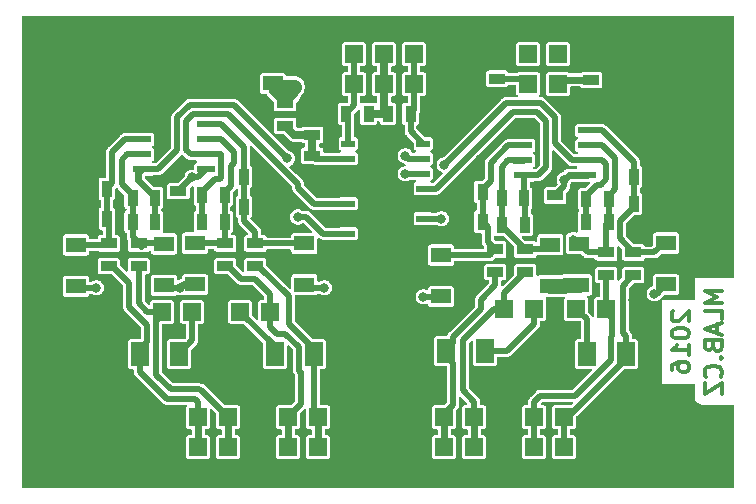
<source format=gbr>
%TF.GenerationSoftware,KiCad,Pcbnew,7.0.5.1-1-g8f565ef7f0-dirty-deb11*%
%TF.CreationDate,2023-07-21T03:26:07+00:00*%
%TF.ProjectId,VCAI2C01,56434149-3243-4303-912e-6b696361645f,rev?*%
%TF.SameCoordinates,Original*%
%TF.FileFunction,Copper,L2,Bot*%
%TF.FilePolarity,Positive*%
%FSLAX46Y46*%
G04 Gerber Fmt 4.6, Leading zero omitted, Abs format (unit mm)*
G04 Created by KiCad (PCBNEW 7.0.5.1-1-g8f565ef7f0-dirty-deb11) date 2023-07-21 03:26:07*
%MOMM*%
%LPD*%
G01*
G04 APERTURE LIST*
%ADD10C,0.300000*%
%TA.AperFunction,NonConductor*%
%ADD11C,0.300000*%
%TD*%
%TA.AperFunction,ComponentPad*%
%ADD12R,1.524000X1.524000*%
%TD*%
%TA.AperFunction,ComponentPad*%
%ADD13C,6.000000*%
%TD*%
%TA.AperFunction,SMDPad,CuDef*%
%ADD14R,0.889000X1.397000*%
%TD*%
%TA.AperFunction,SMDPad,CuDef*%
%ADD15R,1.397000X0.889000*%
%TD*%
%TA.AperFunction,SMDPad,CuDef*%
%ADD16R,1.699260X1.300480*%
%TD*%
%TA.AperFunction,SMDPad,CuDef*%
%ADD17R,1.550000X0.600000*%
%TD*%
%TA.AperFunction,SMDPad,CuDef*%
%ADD18R,1.143000X0.600000*%
%TD*%
%TA.AperFunction,SMDPad,CuDef*%
%ADD19R,1.524000X2.032000*%
%TD*%
%TA.AperFunction,ViaPad*%
%ADD20C,0.800000*%
%TD*%
%TA.AperFunction,Conductor*%
%ADD21C,0.300000*%
%TD*%
%TA.AperFunction,Conductor*%
%ADD22C,0.500000*%
%TD*%
%TA.AperFunction,Conductor*%
%ADD23C,1.300000*%
%TD*%
%TA.AperFunction,Conductor*%
%ADD24C,0.700000*%
%TD*%
%TA.AperFunction,Conductor*%
%ADD25C,0.600000*%
%TD*%
G04 APERTURE END LIST*
D10*
D11*
X50375185Y10191428D02*
X50303757Y10120000D01*
X50303757Y10120000D02*
X50232328Y9977142D01*
X50232328Y9977142D02*
X50232328Y9620000D01*
X50232328Y9620000D02*
X50303757Y9477142D01*
X50303757Y9477142D02*
X50375185Y9405714D01*
X50375185Y9405714D02*
X50518042Y9334285D01*
X50518042Y9334285D02*
X50660900Y9334285D01*
X50660900Y9334285D02*
X50875185Y9405714D01*
X50875185Y9405714D02*
X51732328Y10262857D01*
X51732328Y10262857D02*
X51732328Y9334285D01*
X50232328Y8405714D02*
X50232328Y8262857D01*
X50232328Y8262857D02*
X50303757Y8120000D01*
X50303757Y8120000D02*
X50375185Y8048571D01*
X50375185Y8048571D02*
X50518042Y7977143D01*
X50518042Y7977143D02*
X50803757Y7905714D01*
X50803757Y7905714D02*
X51160900Y7905714D01*
X51160900Y7905714D02*
X51446614Y7977143D01*
X51446614Y7977143D02*
X51589471Y8048571D01*
X51589471Y8048571D02*
X51660900Y8120000D01*
X51660900Y8120000D02*
X51732328Y8262857D01*
X51732328Y8262857D02*
X51732328Y8405714D01*
X51732328Y8405714D02*
X51660900Y8548571D01*
X51660900Y8548571D02*
X51589471Y8620000D01*
X51589471Y8620000D02*
X51446614Y8691429D01*
X51446614Y8691429D02*
X51160900Y8762857D01*
X51160900Y8762857D02*
X50803757Y8762857D01*
X50803757Y8762857D02*
X50518042Y8691429D01*
X50518042Y8691429D02*
X50375185Y8620000D01*
X50375185Y8620000D02*
X50303757Y8548571D01*
X50303757Y8548571D02*
X50232328Y8405714D01*
X51732328Y6477143D02*
X51732328Y7334286D01*
X51732328Y6905715D02*
X50232328Y6905715D01*
X50232328Y6905715D02*
X50446614Y7048572D01*
X50446614Y7048572D02*
X50589471Y7191429D01*
X50589471Y7191429D02*
X50660900Y7334286D01*
X50232328Y5191429D02*
X50232328Y5477144D01*
X50232328Y5477144D02*
X50303757Y5620001D01*
X50303757Y5620001D02*
X50375185Y5691429D01*
X50375185Y5691429D02*
X50589471Y5834287D01*
X50589471Y5834287D02*
X50875185Y5905715D01*
X50875185Y5905715D02*
X51446614Y5905715D01*
X51446614Y5905715D02*
X51589471Y5834287D01*
X51589471Y5834287D02*
X51660900Y5762858D01*
X51660900Y5762858D02*
X51732328Y5620001D01*
X51732328Y5620001D02*
X51732328Y5334287D01*
X51732328Y5334287D02*
X51660900Y5191429D01*
X51660900Y5191429D02*
X51589471Y5120001D01*
X51589471Y5120001D02*
X51446614Y5048572D01*
X51446614Y5048572D02*
X51089471Y5048572D01*
X51089471Y5048572D02*
X50946614Y5120001D01*
X50946614Y5120001D02*
X50875185Y5191429D01*
X50875185Y5191429D02*
X50803757Y5334287D01*
X50803757Y5334287D02*
X50803757Y5620001D01*
X50803757Y5620001D02*
X50875185Y5762858D01*
X50875185Y5762858D02*
X50946614Y5834287D01*
X50946614Y5834287D02*
X51089471Y5905715D01*
D10*
D11*
X54526328Y11941429D02*
X53026328Y11941429D01*
X53026328Y11941429D02*
X54097757Y11441429D01*
X54097757Y11441429D02*
X53026328Y10941429D01*
X53026328Y10941429D02*
X54526328Y10941429D01*
X54526328Y9512857D02*
X54526328Y10227143D01*
X54526328Y10227143D02*
X53026328Y10227143D01*
X54097757Y9084285D02*
X54097757Y8369999D01*
X54526328Y9227142D02*
X53026328Y8727142D01*
X53026328Y8727142D02*
X54526328Y8227142D01*
X53740614Y7227143D02*
X53812042Y7012857D01*
X53812042Y7012857D02*
X53883471Y6941428D01*
X53883471Y6941428D02*
X54026328Y6870000D01*
X54026328Y6870000D02*
X54240614Y6870000D01*
X54240614Y6870000D02*
X54383471Y6941428D01*
X54383471Y6941428D02*
X54454900Y7012857D01*
X54454900Y7012857D02*
X54526328Y7155714D01*
X54526328Y7155714D02*
X54526328Y7727143D01*
X54526328Y7727143D02*
X53026328Y7727143D01*
X53026328Y7727143D02*
X53026328Y7227143D01*
X53026328Y7227143D02*
X53097757Y7084285D01*
X53097757Y7084285D02*
X53169185Y7012857D01*
X53169185Y7012857D02*
X53312042Y6941428D01*
X53312042Y6941428D02*
X53454900Y6941428D01*
X53454900Y6941428D02*
X53597757Y7012857D01*
X53597757Y7012857D02*
X53669185Y7084285D01*
X53669185Y7084285D02*
X53740614Y7227143D01*
X53740614Y7227143D02*
X53740614Y7727143D01*
X54383471Y6227143D02*
X54454900Y6155714D01*
X54454900Y6155714D02*
X54526328Y6227143D01*
X54526328Y6227143D02*
X54454900Y6298571D01*
X54454900Y6298571D02*
X54383471Y6227143D01*
X54383471Y6227143D02*
X54526328Y6227143D01*
X54383471Y4655714D02*
X54454900Y4727142D01*
X54454900Y4727142D02*
X54526328Y4941428D01*
X54526328Y4941428D02*
X54526328Y5084285D01*
X54526328Y5084285D02*
X54454900Y5298571D01*
X54454900Y5298571D02*
X54312042Y5441428D01*
X54312042Y5441428D02*
X54169185Y5512857D01*
X54169185Y5512857D02*
X53883471Y5584285D01*
X53883471Y5584285D02*
X53669185Y5584285D01*
X53669185Y5584285D02*
X53383471Y5512857D01*
X53383471Y5512857D02*
X53240614Y5441428D01*
X53240614Y5441428D02*
X53097757Y5298571D01*
X53097757Y5298571D02*
X53026328Y5084285D01*
X53026328Y5084285D02*
X53026328Y4941428D01*
X53026328Y4941428D02*
X53097757Y4727142D01*
X53097757Y4727142D02*
X53169185Y4655714D01*
X53026328Y4155714D02*
X53026328Y3155714D01*
X53026328Y3155714D02*
X54526328Y4155714D01*
X54526328Y4155714D02*
X54526328Y3155714D01*
D12*
%TO.P,J2,1*%
%TO.N,/IN1-*%
X7112000Y10160000D03*
%TO.P,J2,2*%
%TO.N,Net-(J2-Pad2)*%
X9652000Y10160000D03*
%TD*%
%TO.P,J4,1*%
%TO.N,/IN2-*%
X16256000Y10160000D03*
%TO.P,J4,2*%
%TO.N,Net-(J4-Pad2)*%
X13716000Y10160000D03*
%TD*%
%TO.P,J6,1*%
%TO.N,/IN3-*%
X36068000Y10414000D03*
%TO.P,J6,2*%
%TO.N,Net-(J6-Pad2)*%
X38608000Y10414000D03*
%TD*%
%TO.P,J8,1*%
%TO.N,/IN4-*%
X44704000Y10414000D03*
%TO.P,J8,2*%
%TO.N,Net-(J8-Pad2)*%
X42164000Y10414000D03*
%TD*%
%TO.P,J10,1*%
%TO.N,/A0*%
X38100000Y29464000D03*
%TO.P,J10,2*%
%TO.N,VCC*%
X38100000Y32004000D03*
%TD*%
%TO.P,J11,1*%
%TO.N,/A1*%
X40640000Y29464000D03*
%TO.P,J11,2*%
%TO.N,VCC*%
X40640000Y32004000D03*
%TD*%
%TO.P,J13,1*%
%TO.N,GND*%
X20828000Y29464000D03*
%TO.P,J13,2*%
X20828000Y32004000D03*
%TO.P,J13,3*%
%TO.N,/SDA*%
X23368000Y29464000D03*
%TO.P,J13,4*%
X23368000Y32004000D03*
%TO.P,J13,5*%
%TO.N,VCC*%
X25908000Y29464000D03*
%TO.P,J13,6*%
X25908000Y32004000D03*
%TO.P,J13,7*%
%TO.N,/SCL*%
X28448000Y29464000D03*
%TO.P,J13,8*%
X28448000Y32004000D03*
%TO.P,J13,9*%
%TO.N,GND*%
X30988000Y29464000D03*
%TO.P,J13,10*%
X30988000Y32004000D03*
%TD*%
D13*
%TO.P,M1,1*%
%TO.N,GND*%
X50800000Y30480000D03*
%TD*%
%TO.P,M2,1*%
%TO.N,GND*%
X0Y0D03*
%TD*%
%TO.P,M3,1*%
%TO.N,GND*%
X50800000Y0D03*
%TD*%
%TO.P,M4,1*%
%TO.N,GND*%
X0Y30480000D03*
%TD*%
D12*
%TO.P,J14,1*%
%TO.N,GND*%
X22860000Y1270000D03*
%TO.P,J14,2*%
X22860000Y-1270000D03*
%TD*%
%TO.P,J15,1*%
%TO.N,/IN2-*%
X17780000Y1270000D03*
%TO.P,J15,2*%
X17780000Y-1270000D03*
%TD*%
%TO.P,J16,1*%
%TO.N,/IN2+*%
X20320000Y1270000D03*
%TO.P,J16,2*%
X20320000Y-1270000D03*
%TD*%
%TO.P,J17,1*%
%TO.N,GND*%
X15240000Y1270000D03*
%TO.P,J17,2*%
X15240000Y-1270000D03*
%TD*%
%TO.P,J18,1*%
%TO.N,/IN3-*%
X33528000Y1270000D03*
%TO.P,J18,2*%
X33528000Y-1270000D03*
%TD*%
%TO.P,J19,1*%
%TO.N,/IN3+*%
X30988000Y1270000D03*
%TO.P,J19,2*%
X30988000Y-1270000D03*
%TD*%
%TO.P,J20,1*%
%TO.N,GND*%
X43688000Y1270000D03*
%TO.P,J20,2*%
X43688000Y-1270000D03*
%TD*%
%TO.P,J21,1*%
%TO.N,/IN4-*%
X38608000Y1270000D03*
%TO.P,J21,2*%
X38608000Y-1270000D03*
%TD*%
%TO.P,J22,1*%
%TO.N,/IN4+*%
X41148000Y1270000D03*
%TO.P,J22,2*%
X41148000Y-1270000D03*
%TD*%
%TO.P,J23,1*%
%TO.N,GND*%
X28448000Y1270000D03*
%TO.P,J23,2*%
X28448000Y-1270000D03*
%TD*%
%TO.P,J3,1*%
%TO.N,GND*%
X36068000Y-1270000D03*
%TO.P,J3,2*%
X36068000Y1270000D03*
%TD*%
%TO.P,J5,1*%
%TO.N,GND*%
X7620000Y1270000D03*
%TO.P,J5,2*%
X7620000Y-1270000D03*
%TD*%
%TO.P,J7,1*%
%TO.N,/IN1-*%
X12700000Y1270000D03*
%TO.P,J7,2*%
X12700000Y-1270000D03*
%TD*%
%TO.P,J9,1*%
%TO.N,/IN1+*%
X10160000Y1270000D03*
%TO.P,J9,2*%
X10160000Y-1270000D03*
%TD*%
D14*
%TO.P,C1,1*%
%TO.N,/IN1_2+*%
X2413000Y20574000D03*
%TO.P,C1,2*%
%TO.N,GND*%
X508000Y20574000D03*
%TD*%
D15*
%TO.P,C2,1*%
%TO.N,Net-(C2-Pad1)*%
X19812000Y23368000D03*
%TO.P,C2,2*%
%TO.N,GND*%
X19812000Y21463000D03*
%TD*%
%TO.P,C3,1*%
%TO.N,Net-(C2-Pad1)*%
X19812000Y25146000D03*
%TO.P,C3,2*%
%TO.N,GND*%
X19812000Y27051000D03*
%TD*%
D14*
%TO.P,C4,1*%
%TO.N,/IN2_2+*%
X14033500Y21590000D03*
%TO.P,C4,2*%
%TO.N,GND*%
X15938500Y21590000D03*
%TD*%
D15*
%TO.P,C5,1*%
%TO.N,VCC*%
X8483600Y20358100D03*
%TO.P,C5,2*%
%TO.N,GND*%
X8483600Y18453100D03*
%TD*%
D14*
%TO.P,C6,1*%
%TO.N,/OUT1*%
X6502400Y17780000D03*
%TO.P,C6,2*%
%TO.N,/IN1_2-*%
X4597400Y17780000D03*
%TD*%
%TO.P,C7,1*%
%TO.N,/OUT2*%
X10477500Y17780000D03*
%TO.P,C7,2*%
%TO.N,/IN2_2-*%
X12382500Y17780000D03*
%TD*%
%TO.P,C8,1*%
%TO.N,/IN3_2+*%
X34226500Y17780000D03*
%TO.P,C8,2*%
%TO.N,GND*%
X32321500Y17780000D03*
%TD*%
%TO.P,C9,1*%
%TO.N,/IN4_2+*%
X47053500Y19304000D03*
%TO.P,C9,2*%
%TO.N,GND*%
X48958500Y19304000D03*
%TD*%
%TO.P,C10,1*%
%TO.N,/OUT3*%
X37782500Y17526000D03*
%TO.P,C10,2*%
%TO.N,/IN3_2-*%
X35877500Y17526000D03*
%TD*%
%TO.P,C11,1*%
%TO.N,/OUT4*%
X42989500Y19710400D03*
%TO.P,C11,2*%
%TO.N,/IN4_2-*%
X44894500Y19710400D03*
%TD*%
D16*
%TO.P,D1,1*%
%TO.N,GND*%
X16510000Y32992060D03*
%TO.P,D1,2*%
%TO.N,VCC*%
X16510000Y29491940D03*
%TD*%
%TO.P,D2,1*%
%TO.N,VCC*%
X7264400Y12400280D03*
%TO.P,D2,2*%
%TO.N,/IN1_2-*%
X7264400Y15900400D03*
%TD*%
%TO.P,D3,1*%
%TO.N,VCC*%
X9906000Y12473940D03*
%TO.P,D3,2*%
%TO.N,/IN2_2-*%
X9906000Y15974060D03*
%TD*%
%TO.P,D4,1*%
%TO.N,VCC*%
X-203200Y12321540D03*
%TO.P,D4,2*%
%TO.N,/IN1_2+*%
X-203200Y15821660D03*
%TD*%
%TO.P,D5,1*%
%TO.N,VCC*%
X19151600Y12451080D03*
%TO.P,D5,2*%
%TO.N,/IN2_2+*%
X19151600Y15951200D03*
%TD*%
%TO.P,D6,1*%
%TO.N,VCC*%
X39979600Y12349480D03*
%TO.P,D6,2*%
%TO.N,/IN3_2-*%
X39979600Y15849600D03*
%TD*%
%TO.P,D7,1*%
%TO.N,VCC*%
X42418000Y12423140D03*
%TO.P,D7,2*%
%TO.N,/IN4_2-*%
X42418000Y15923260D03*
%TD*%
%TO.P,D8,1*%
%TO.N,VCC*%
X30734000Y11457940D03*
%TO.P,D8,2*%
%TO.N,/IN3_2+*%
X30734000Y14958060D03*
%TD*%
%TO.P,D9,1*%
%TO.N,VCC*%
X49784000Y12473940D03*
%TO.P,D9,2*%
%TO.N,/IN4_2+*%
X49784000Y15974060D03*
%TD*%
D15*
%TO.P,R3,1*%
%TO.N,/IN1_2-*%
X5130800Y15938500D03*
%TO.P,R3,2*%
%TO.N,/IN1-*%
X5130800Y14033500D03*
%TD*%
%TO.P,R4,1*%
%TO.N,/IN1_2+*%
X2590800Y15938500D03*
%TO.P,R4,2*%
%TO.N,/IN1+*%
X2590800Y14033500D03*
%TD*%
%TO.P,R5,1*%
%TO.N,/IN2_2-*%
X12446000Y15938500D03*
%TO.P,R5,2*%
%TO.N,/IN2-*%
X12446000Y14033500D03*
%TD*%
%TO.P,R6,1*%
%TO.N,/IN2_2+*%
X14986000Y15938500D03*
%TO.P,R6,2*%
%TO.N,/IN2+*%
X14986000Y14033500D03*
%TD*%
D14*
%TO.P,R7,1*%
%TO.N,GND*%
X508000Y18034000D03*
%TO.P,R7,2*%
%TO.N,/IN1_2+*%
X2413000Y18034000D03*
%TD*%
%TO.P,R8,1*%
%TO.N,GND*%
X15938500Y19050000D03*
%TO.P,R8,2*%
%TO.N,/IN2_2+*%
X14033500Y19050000D03*
%TD*%
%TO.P,R9,1*%
%TO.N,/IN1_2-*%
X4597400Y19812000D03*
%TO.P,R9,2*%
%TO.N,/OUT1*%
X6502400Y19812000D03*
%TD*%
%TO.P,R10,1*%
%TO.N,/IN2_2-*%
X12382500Y20066000D03*
%TO.P,R10,2*%
%TO.N,/OUT2*%
X10477500Y20066000D03*
%TD*%
D15*
%TO.P,R13,1*%
%TO.N,/IN3_2-*%
X37846000Y15430500D03*
%TO.P,R13,2*%
%TO.N,/IN3-*%
X37846000Y13525500D03*
%TD*%
%TO.P,R14,1*%
%TO.N,/IN3_2+*%
X35306000Y15430500D03*
%TO.P,R14,2*%
%TO.N,/IN3+*%
X35306000Y13525500D03*
%TD*%
%TO.P,R15,1*%
%TO.N,/IN4_2-*%
X44704000Y15176500D03*
%TO.P,R15,2*%
%TO.N,/IN4-*%
X44704000Y13271500D03*
%TD*%
%TO.P,R16,1*%
%TO.N,/IN4_2+*%
X46990000Y15176500D03*
%TO.P,R16,2*%
%TO.N,/IN4+*%
X46990000Y13271500D03*
%TD*%
D14*
%TO.P,R17,1*%
%TO.N,GND*%
X32321500Y20320000D03*
%TO.P,R17,2*%
%TO.N,/IN3_2+*%
X34226500Y20320000D03*
%TD*%
%TO.P,R18,1*%
%TO.N,GND*%
X48958500Y21590000D03*
%TO.P,R18,2*%
%TO.N,/IN4_2+*%
X47053500Y21590000D03*
%TD*%
%TO.P,R19,1*%
%TO.N,/IN3_2-*%
X35839400Y19761200D03*
%TO.P,R19,2*%
%TO.N,/OUT3*%
X37744400Y19761200D03*
%TD*%
%TO.P,R20,1*%
%TO.N,/IN4_2-*%
X44894500Y17780000D03*
%TO.P,R20,2*%
%TO.N,/OUT4*%
X42989500Y17780000D03*
%TD*%
D15*
%TO.P,R21,1*%
%TO.N,/A1*%
X43434000Y29781500D03*
%TO.P,R21,2*%
%TO.N,GND*%
X43434000Y31686500D03*
%TD*%
%TO.P,R22,1*%
%TO.N,/A0*%
X35458400Y29895800D03*
%TO.P,R22,2*%
%TO.N,GND*%
X35458400Y31800800D03*
%TD*%
D14*
%TO.P,R23,1*%
%TO.N,VCC*%
X24574500Y26924000D03*
%TO.P,R23,2*%
%TO.N,/SDA*%
X22669500Y26924000D03*
%TD*%
%TO.P,R24,1*%
%TO.N,VCC*%
X26225500Y26924000D03*
%TO.P,R24,2*%
%TO.N,/SCL*%
X28130500Y26924000D03*
%TD*%
D17*
%TO.P,U1,1*%
%TO.N,/OUT1*%
X5428000Y22225000D03*
%TO.P,U1,2*%
%TO.N,/IN1_2-*%
X5428000Y23495000D03*
%TO.P,U1,3*%
%TO.N,/IN1_2+*%
X5428000Y24765000D03*
%TO.P,U1,4*%
%TO.N,GND*%
X5428000Y26035000D03*
%TO.P,U1,5*%
%TO.N,/IN2_2+*%
X10828000Y26035000D03*
%TO.P,U1,6*%
%TO.N,/IN2_2-*%
X10828000Y24765000D03*
%TO.P,U1,7*%
%TO.N,/OUT2*%
X10828000Y23495000D03*
%TO.P,U1,8*%
%TO.N,VCC*%
X10828000Y22225000D03*
%TD*%
%TO.P,U2,1*%
%TO.N,/OUT3*%
X37686000Y21717000D03*
%TO.P,U2,2*%
%TO.N,/IN3_2-*%
X37686000Y22987000D03*
%TO.P,U2,3*%
%TO.N,/IN3_2+*%
X37686000Y24257000D03*
%TO.P,U2,4*%
%TO.N,GND*%
X37686000Y25527000D03*
%TO.P,U2,5*%
%TO.N,/IN4_2+*%
X43086000Y25527000D03*
%TO.P,U2,6*%
%TO.N,/IN4_2-*%
X43086000Y24257000D03*
%TO.P,U2,7*%
%TO.N,/OUT4*%
X43086000Y22987000D03*
%TO.P,U2,8*%
%TO.N,VCC*%
X43086000Y21717000D03*
%TD*%
D18*
%TO.P,U3,1*%
%TO.N,/OUT1*%
X22860000Y16764000D03*
%TO.P,U3,2*%
%TO.N,GND*%
X22860000Y18034000D03*
%TO.P,U3,3*%
%TO.N,/OUT2*%
X22860000Y19304000D03*
%TO.P,U3,4*%
%TO.N,GND*%
X22860000Y20574000D03*
%TO.P,U3,5*%
X22860000Y21844000D03*
%TO.P,U3,6*%
%TO.N,Net-(C2-Pad1)*%
X22860000Y23114000D03*
%TO.P,U3,7*%
%TO.N,/SDA*%
X22860000Y24384000D03*
%TO.P,U3,8*%
%TO.N,/SCL*%
X29210000Y24384000D03*
%TO.P,U3,9*%
%TO.N,/A0*%
X29210000Y23114000D03*
%TO.P,U3,10*%
%TO.N,/A1*%
X29210000Y21844000D03*
%TO.P,U3,11*%
%TO.N,/OUT3*%
X29210000Y20574000D03*
%TO.P,U3,12*%
%TO.N,GND*%
X29210000Y19304000D03*
%TO.P,U3,13*%
%TO.N,/OUT4*%
X29210000Y18034000D03*
%TO.P,U3,14*%
%TO.N,GND*%
X29210000Y16764000D03*
%TD*%
D15*
%TO.P,C12,1*%
%TO.N,VCC*%
X40386000Y20002500D03*
%TO.P,C12,2*%
%TO.N,GND*%
X40386000Y18097500D03*
%TD*%
%TO.P,L1,1*%
%TO.N,VCC*%
X17526000Y27813000D03*
%TO.P,L1,2*%
%TO.N,Net-(C2-Pad1)*%
X17526000Y25908000D03*
%TD*%
D19*
%TO.P,R1,1*%
%TO.N,/IN1+*%
X5207000Y6604000D03*
%TO.P,R1,2*%
%TO.N,Net-(J2-Pad2)*%
X8509000Y6604000D03*
%TD*%
%TO.P,R2,1*%
%TO.N,/IN2+*%
X19939000Y6604000D03*
%TO.P,R2,2*%
%TO.N,Net-(J4-Pad2)*%
X16637000Y6604000D03*
%TD*%
%TO.P,R11,1*%
%TO.N,/IN3+*%
X31115000Y6858000D03*
%TO.P,R11,2*%
%TO.N,Net-(J6-Pad2)*%
X34417000Y6858000D03*
%TD*%
%TO.P,R12,1*%
%TO.N,/IN4+*%
X46355000Y6604000D03*
%TO.P,R12,2*%
%TO.N,Net-(J8-Pad2)*%
X43053000Y6604000D03*
%TD*%
D20*
%TO.N,GND*%
X3454400Y26009600D03*
X48006000Y5080000D03*
X14732000Y31242000D03*
X27940000Y9144000D03*
X12446000Y6858000D03*
X-1016000Y18796000D03*
X40386000Y9144000D03*
X46990000Y11176000D03*
X21336000Y18034000D03*
X5588000Y-1778000D03*
X10668000Y28956000D03*
X12446000Y8890000D03*
X8128000Y28194000D03*
X17272000Y18034000D03*
X26924000Y1270000D03*
X39319200Y18948400D03*
X42164000Y14224000D03*
X10922000Y14224000D03*
X8128000Y17272000D03*
X0Y22098000D03*
X13970000Y4064000D03*
X16002000Y26670000D03*
X17780000Y17018000D03*
X33049147Y22068853D03*
X48006000Y7874000D03*
X7112014Y25908000D03*
X25908000Y6350000D03*
X44196000Y28448000D03*
X25908000Y8636000D03*
X45720000Y1270000D03*
X45720000Y3810000D03*
X5588000Y1270000D03*
X39878000Y7620000D03*
X42164000Y26924000D03*
X46736000Y24892000D03*
X48006000Y6604000D03*
X26924000Y0D03*
X34036000Y22098000D03*
X24892000Y-1270000D03*
X23622000Y14732000D03*
X23876000Y15748000D03*
X48006000Y23876000D03*
X33528000Y16256000D03*
X50546000Y19812000D03*
X49530000Y23368000D03*
X21336000Y20828000D03*
X19812000Y10922000D03*
X22352000Y9144000D03*
X30226000Y9398000D03*
X39116000Y17272000D03*
X44704000Y26924000D03*
X9398000Y28956000D03*
X15748000Y17526000D03*
X6604000Y14224000D03*
X3556000Y4572000D03*
X47244000Y10160000D03*
X5588000Y-254000D03*
X24892000Y1270000D03*
X-1778000Y17018000D03*
X23876000Y13716000D03*
X26924000Y20066000D03*
X32766000Y30480000D03*
X40640000Y22606000D03*
X16510000Y17018000D03*
X34036000Y23055706D03*
X14478000Y28194000D03*
X50546000Y22606000D03*
X43180000Y14224000D03*
X-1015998Y17780000D03*
X17272000Y19812000D03*
X26924000Y-1270000D03*
X16510000Y31242000D03*
X30988000Y16764000D03*
X25908000Y3556000D03*
X39116000Y20828000D03*
X30988000Y34036000D03*
X7112000Y24638000D03*
X14224000Y2794000D03*
X25908000Y2032000D03*
X37084000Y3302000D03*
X45212000Y32512000D03*
X6350000Y27432000D03*
X14478000Y29718000D03*
X24892000Y0D03*
X24384000Y9144000D03*
X2540000Y10414000D03*
X47498000Y8890000D03*
X4064000Y27178000D03*
X11938000Y28956000D03*
X50292000Y14478000D03*
X47244000Y17526000D03*
X44450000Y33528000D03*
X32766000Y34036000D03*
X-1778000Y15748000D03*
X45720000Y-1270000D03*
X39878000Y5588000D03*
X-1016000Y20066000D03*
X25908000Y5080000D03*
X50546000Y18288000D03*
X45720000Y0D03*
X39116000Y14478004D03*
X31750000Y19050000D03*
X3302000Y6604000D03*
X5080000Y27432000D03*
X32766000Y32258000D03*
X36576000Y33782000D03*
X33020000Y11430000D03*
X21336000Y21844000D03*
X49276000Y13970000D03*
X37338000Y4318000D03*
X9906000Y14224000D03*
X32004000Y10160000D03*
X7366000Y27432000D03*
X8432800Y19263598D03*
X46990000Y3810000D03*
X42672000Y28194000D03*
X1524002Y22098000D03*
X21844000Y25400000D03*
X43180000Y33528000D03*
X15240000Y27432000D03*
X48006000Y16256000D03*
X18796000Y32512000D03*
X7620000Y14224000D03*
X19304000Y34036000D03*
X36097147Y25116853D03*
X41910000Y8890000D03*
X14986000Y34290000D03*
X51054000Y13716000D03*
X18796000Y30988000D03*
X5334000Y3302000D03*
X14732000Y32766000D03*
X45720000Y25908000D03*
X43434000Y26924000D03*
X11684000Y10414000D03*
X23876000Y17780000D03*
X17018000Y21082000D03*
X-1778000Y14224000D03*
X48260000Y14224000D03*
X45720000Y2540000D03*
X50546000Y21336000D03*
X-1016000Y21336000D03*
X39878000Y14224000D03*
X32512000Y16256000D03*
X25908000Y7620000D03*
X21082000Y9144000D03*
X13462000Y28956000D03*
X20828000Y34036000D03*
%TO.N,VCC*%
X48768000Y11684000D03*
X41148000Y21336002D03*
X18288000Y29210000D03*
X41148000Y12349480D03*
X9652000Y21539200D03*
X29209996Y11430000D03*
X1523990Y12192000D03*
X20828000Y12192000D03*
X8636000Y12192000D03*
%TO.N,/OUT1*%
X18592799Y18186400D03*
X17704348Y23139948D03*
%TO.N,/OUT4*%
X30734000Y18034000D03*
X30987996Y22606000D03*
%TO.N,/A0*%
X27686000Y23368000D03*
%TO.N,/A1*%
X27686000Y21844000D03*
%TD*%
D21*
%TO.N,GND*%
X1524002Y22663685D02*
X1524002Y22098000D01*
X30988000Y16764000D02*
X31496000Y16256000D01*
X37084000Y3302000D02*
X37084000Y4064000D01*
X32575500Y17208500D02*
X33128001Y16655999D01*
X24892000Y-1270000D02*
X24892000Y0D01*
X8527999Y15132189D02*
X9436188Y14224000D01*
X27323999Y19666001D02*
X26924000Y20066000D01*
X31946315Y16256000D02*
X32512000Y16256000D01*
X45720000Y-1270000D02*
X45720000Y0D01*
X44704000Y26924000D02*
X43434000Y26924000D01*
X-1016000Y20066000D02*
X-1016000Y18796000D01*
X48260000Y12446000D02*
X46990000Y11176000D01*
X12446000Y4747998D02*
X12446000Y6858000D01*
X8483600Y17627600D02*
X8128000Y17272000D01*
X3454400Y26009600D02*
X3454400Y26568400D01*
X-1377999Y17417999D02*
X-1015998Y17780000D01*
X3556000Y6350000D02*
X3302000Y6604000D01*
X26924000Y1270000D02*
X26924000Y4064000D01*
X43434000Y31686500D02*
X43434000Y33274000D01*
X47244000Y9144000D02*
X47498000Y8890000D01*
X30988000Y32004000D02*
X30988000Y34036000D01*
X21082000Y9652000D02*
X19812000Y10922000D01*
X26924000Y4064000D02*
X25908000Y5080000D01*
X18796000Y32512000D02*
X18796000Y33528000D01*
X13970000Y4064000D02*
X13129998Y4064000D01*
X16510000Y17018000D02*
X16002000Y17526000D01*
X-254000Y22098000D02*
X0Y22098000D01*
X6558000Y1270000D02*
X5334000Y2494000D01*
X8128000Y17272000D02*
X8527999Y16872001D01*
X20066000Y27051000D02*
X21717000Y25400000D01*
X48006000Y23876000D02*
X49022000Y23876000D01*
X27940000Y9144000D02*
X29972000Y9144000D01*
X5428000Y26035000D02*
X3937000Y26035000D01*
X3556000Y4572000D02*
X3556000Y6350000D01*
X43434000Y33274000D02*
X43180000Y33528000D01*
X32004000Y10414000D02*
X33020000Y11430000D01*
D22*
X37338000Y4318000D02*
X38608000Y4318000D01*
D21*
X50546000Y22606000D02*
X50546000Y21336000D01*
X39116000Y19151600D02*
X39116000Y20828000D01*
X42164000Y26924000D02*
X42164000Y27686000D01*
X15748000Y18034000D02*
X15748000Y17526000D01*
X32258000Y20320000D02*
X32004000Y20066000D01*
X22860000Y18034000D02*
X21336000Y18034000D01*
D22*
X32575500Y20320000D02*
X32575500Y21595206D01*
X39878000Y7620000D02*
X39878000Y8636000D01*
D21*
X48006000Y7874000D02*
X48006000Y6604000D01*
X7620000Y1270000D02*
X6558000Y1270000D01*
X48006000Y4826000D02*
X48006000Y5080000D01*
X39878000Y14281689D02*
X39878000Y14224000D01*
X22860000Y21844000D02*
X21336000Y21844000D01*
X26924000Y0D02*
X26924000Y1270000D01*
X-1016000Y21336000D02*
X-254000Y22098000D01*
X5334000Y2736315D02*
X5334000Y3302000D01*
D22*
X16764000Y30988000D02*
X16510000Y31242000D01*
X3479800Y26035000D02*
X3454400Y26009600D01*
D21*
X3454400Y26009600D02*
X1524002Y24079202D01*
X49784000Y13970000D02*
X50292000Y14478000D01*
X29972000Y9144000D02*
X30226000Y9398000D01*
X-616001Y21735999D02*
X-1016000Y21336000D01*
X5080000Y27432000D02*
X6350000Y27432000D01*
X5428000Y26035000D02*
X6985014Y26035000D01*
X10922000Y14224000D02*
X7620000Y14224000D01*
X25908000Y6350000D02*
X25908000Y7620000D01*
X-1778000Y17018000D02*
X-1377999Y17417999D01*
X7620000Y1270000D02*
X5588000Y1270000D01*
D22*
X8483600Y18453100D02*
X8483600Y19212798D01*
D21*
X48958500Y22923500D02*
X48006000Y23876000D01*
X5334000Y2494000D02*
X5334000Y2736315D01*
X30988000Y16764000D02*
X31242000Y16510000D01*
X11938000Y28956000D02*
X13462000Y28956000D01*
D22*
X39878000Y8636000D02*
X40386000Y9144000D01*
D21*
X18796000Y33528000D02*
X19304000Y34036000D01*
X15240000Y1778000D02*
X14224000Y2794000D01*
X37686000Y25527000D02*
X38227000Y25527000D01*
X23622000Y13970000D02*
X23876000Y13716000D01*
X29210000Y19304000D02*
X31496000Y19304000D01*
X-1778000Y17018000D02*
X-2032000Y17018000D01*
X29210000Y16764000D02*
X30988000Y16764000D01*
X45720000Y3810000D02*
X45720000Y2540000D01*
X16002000Y17526000D02*
X15748000Y17526000D01*
X-1778000Y15748000D02*
X-1778000Y14224000D01*
X49276000Y13970000D02*
X49784000Y13970000D01*
X31496000Y16256000D02*
X31946315Y16256000D01*
X15938500Y20002500D02*
X17018000Y21082000D01*
X20193000Y27051000D02*
X21444001Y25799999D01*
D22*
X14732000Y29972000D02*
X14478000Y29718000D01*
D21*
X23876000Y17780000D02*
X23876000Y15748000D01*
D22*
X8483600Y19212798D02*
X8432800Y19263598D01*
D21*
X19939000Y27051000D02*
X20193000Y27051000D01*
X19812000Y32004000D02*
X18796000Y30988000D01*
X21082000Y9144000D02*
X21082000Y9652000D01*
X19812000Y27051000D02*
X20066000Y27051000D01*
X29210000Y19304000D02*
X27686000Y19304000D01*
X5588000Y-254000D02*
X5588000Y-1778000D01*
X42164000Y27686000D02*
X42672000Y28194000D01*
X28448000Y-1270000D02*
X26924000Y-1270000D01*
X17272000Y19812000D02*
X17272000Y18034000D01*
X27686000Y19304000D02*
X27323999Y19666001D01*
X37084000Y4064000D02*
X37338000Y4318000D01*
D22*
X18796000Y30988000D02*
X16764000Y30988000D01*
X40386000Y18097500D02*
X40170100Y18097500D01*
X14732000Y32766000D02*
X14732000Y34036000D01*
D21*
X35458400Y31800800D02*
X35458400Y32664400D01*
D22*
X14732000Y31242000D02*
X14732000Y29972000D01*
D21*
X39941500Y18097500D02*
X39116000Y17272000D01*
X7366000Y27432000D02*
X8128000Y28194000D01*
X9436188Y14224000D02*
X9906000Y14224000D01*
X42164000Y14224000D02*
X39878000Y14224000D01*
X39319200Y18948400D02*
X39116000Y19151600D01*
D22*
X40170100Y18097500D02*
X39319200Y18948400D01*
D21*
X15938500Y19558000D02*
X15938500Y20002500D01*
X21717000Y25400000D02*
X21844000Y25400000D01*
X35458400Y32664400D02*
X36176001Y33382001D01*
X50546000Y19812000D02*
X50546000Y18288000D01*
X23622000Y14732000D02*
X23622000Y13970000D01*
X47244000Y17018000D02*
X48006000Y16256000D01*
X25908000Y5080000D02*
X25908000Y3556000D01*
X12446000Y6858000D02*
X12446000Y8890000D01*
X31496000Y19304000D02*
X31750000Y19050000D01*
X3937000Y26035000D02*
X3048000Y26924000D01*
X20828000Y32004000D02*
X19812000Y32004000D01*
D22*
X38608000Y4318000D02*
X39878000Y5588000D01*
D21*
X21444001Y25799999D02*
X21844000Y25400000D01*
X15240000Y1270000D02*
X15240000Y1778000D01*
X13129998Y4064000D02*
X12446000Y4747998D01*
X36176001Y33382001D02*
X36576000Y33782000D01*
X47244000Y17526000D02*
X47244000Y17018000D01*
X8483600Y18453100D02*
X8483600Y17627600D01*
X33337500Y20320000D02*
X32258000Y20320000D01*
D22*
X32575500Y21595206D02*
X33049147Y22068853D01*
D21*
X46990000Y3810000D02*
X48006000Y4826000D01*
X14478000Y28194000D02*
X15240000Y27432000D01*
X48260000Y14224000D02*
X48260000Y12446000D01*
X32575500Y18288000D02*
X32575500Y17208500D01*
X49022000Y23876000D02*
X49530000Y23368000D01*
X39116000Y14478004D02*
X39681685Y14478004D01*
D22*
X14732000Y34036000D02*
X14986000Y34290000D01*
D21*
X47244000Y10160000D02*
X47244000Y9144000D01*
X8527999Y16872001D02*
X8527999Y15132189D01*
X3454400Y26568400D02*
X4064000Y27178000D01*
X32004000Y10160000D02*
X32004000Y10414000D01*
X46736000Y24892000D02*
X45720000Y25908000D01*
X43180000Y14224000D02*
X48260000Y14224000D01*
X6985014Y26035000D02*
X7112014Y25908000D01*
X44450000Y33528000D02*
X44450000Y33274000D01*
D22*
X36097147Y25116853D02*
X34036000Y23055706D01*
D21*
X9398000Y28956000D02*
X10668000Y28956000D01*
X32766000Y34036000D02*
X32766000Y32258000D01*
X24384000Y9144000D02*
X22352000Y9144000D01*
D22*
X5428000Y26035000D02*
X3479800Y26035000D01*
D21*
X254000Y22098000D02*
X-254000Y22098000D01*
X48958500Y21590000D02*
X48958500Y22923500D01*
X1524002Y24079202D02*
X1524002Y22663685D01*
X39681685Y14478004D02*
X39878000Y14281689D01*
X33128001Y16655999D02*
X33528000Y16256000D01*
X44450000Y33274000D02*
X45212000Y32512000D01*
X40386000Y18097500D02*
X39941500Y18097500D01*
X-254000Y22098000D02*
X-616001Y21735999D01*
D22*
%TO.N,VCC*%
X41148000Y21336002D02*
X41148000Y20764500D01*
X41148000Y20764500D02*
X40386000Y20002500D01*
X-73660Y12192000D02*
X-203200Y12321540D01*
D23*
X18288000Y29210000D02*
X17526000Y29210000D01*
D22*
X9652000Y21539200D02*
X9652000Y21526500D01*
D23*
X42418000Y12423140D02*
X41221660Y12423140D01*
D22*
X48768000Y11684000D02*
X48994060Y11684000D01*
X7472680Y12192000D02*
X7264400Y12400280D01*
X20828000Y12192000D02*
X19410680Y12192000D01*
D24*
X16510000Y29491940D02*
X16510000Y28829000D01*
D22*
X8917940Y12473940D02*
X8636000Y12192000D01*
D24*
X24574500Y26924000D02*
X26225500Y26924000D01*
X17526000Y29210000D02*
X17526000Y27813000D01*
D25*
X43086000Y21717000D02*
X41528998Y21717000D01*
D22*
X1523990Y12192000D02*
X-73660Y12192000D01*
X9906000Y12473940D02*
X8917940Y12473940D01*
D24*
X25908000Y29464000D02*
X25908000Y27241500D01*
D22*
X19410680Y12192000D02*
X19151600Y12451080D01*
X9652000Y21526500D02*
X8483600Y20358100D01*
X48994060Y11684000D02*
X49784000Y12473940D01*
X30706060Y11430000D02*
X30734000Y11457940D01*
X29209996Y11430000D02*
X30706060Y11430000D01*
X10350500Y22225000D02*
X10828000Y22225000D01*
D23*
X41221660Y12423140D02*
X41148000Y12349480D01*
D24*
X25908000Y32004000D02*
X25908000Y29464000D01*
D22*
X9652000Y21539200D02*
X10142200Y21539200D01*
D24*
X16510000Y28829000D02*
X17526000Y27813000D01*
X25908000Y27241500D02*
X26225500Y26924000D01*
D23*
X17526000Y29210000D02*
X16791940Y29210000D01*
D24*
X18288000Y29210000D02*
X18288000Y28575000D01*
D23*
X39979600Y12349480D02*
X41148000Y12349480D01*
D22*
X8636000Y12192000D02*
X7472680Y12192000D01*
D24*
X18288000Y28575000D02*
X17526000Y27813000D01*
D23*
X16791940Y29210000D02*
X16510000Y29491940D01*
D25*
X41528998Y21717000D02*
X41148000Y21336002D01*
D22*
X10142200Y21539200D02*
X10828000Y22225000D01*
%TO.N,/OUT1*%
X6793004Y22225000D02*
X8382000Y23813996D01*
X22860000Y16764000D02*
X20738672Y16764000D01*
X9431334Y27674010D02*
X13170286Y27674010D01*
X13170286Y27674010D02*
X17304349Y23539947D01*
D25*
X5080000Y21901685D02*
X5080000Y21336000D01*
D22*
X6502400Y19812000D02*
X6502400Y19913600D01*
X19316272Y18186400D02*
X19158484Y18186400D01*
X6502400Y17780000D02*
X6502400Y19812000D01*
D25*
X5403315Y22225000D02*
X5080000Y21901685D01*
D22*
X17304349Y23539947D02*
X17704348Y23139948D01*
X8382000Y23813996D02*
X8382000Y26624676D01*
X6502400Y19913600D02*
X5080000Y21336000D01*
X5428000Y22225000D02*
X6793004Y22225000D01*
X20738672Y16764000D02*
X19316272Y18186400D01*
X8382000Y26624676D02*
X9431334Y27674010D01*
D25*
X5428000Y22225000D02*
X5403315Y22225000D01*
D22*
X19158484Y18186400D02*
X18592799Y18186400D01*
%TO.N,/OUT2*%
X9144000Y26326002D02*
X9741998Y26924000D01*
X10477500Y20320000D02*
X11582499Y21424999D01*
X18613499Y20618499D02*
X19927998Y19304000D01*
X21336000Y19304000D02*
X22860000Y19304000D01*
X12103000Y23495000D02*
X10828000Y23495000D01*
X19927998Y19304000D02*
X21336000Y19304000D01*
X9525000Y23495000D02*
X9144000Y23876000D01*
X10828000Y23495000D02*
X9525000Y23495000D01*
X9144000Y23876000D02*
X9144000Y26326002D01*
X12103003Y23494997D02*
X12103000Y23495000D01*
X12647502Y26924000D02*
X18613499Y20958003D01*
X12103003Y21525002D02*
X12103003Y23494997D01*
X12003001Y21424999D02*
X12103003Y21525002D01*
X10477500Y18288000D02*
X10477500Y20066000D01*
X9741998Y26924000D02*
X12647502Y26924000D01*
X10477500Y20066000D02*
X10477500Y20320000D01*
X18613499Y20958003D02*
X18613499Y20618499D01*
X11582499Y21424999D02*
X12003001Y21424999D01*
%TO.N,/OUT3*%
X38862000Y27066008D02*
X36773508Y27066008D01*
X37686000Y21717000D02*
X38961000Y21717000D01*
X37686000Y21717000D02*
X37375490Y21717000D01*
X36773508Y27066008D02*
X30281500Y20574000D01*
X37795200Y19710400D02*
X37744400Y19761200D01*
X38961000Y21717000D02*
X39624000Y22380000D01*
X39624000Y22380000D02*
X39624000Y26304008D01*
X37744400Y21658600D02*
X37686000Y21717000D01*
X37744400Y19761200D02*
X37744400Y21658600D01*
X37795200Y17729200D02*
X37795200Y19710400D01*
X30281500Y20574000D02*
X29210000Y20574000D01*
X39624000Y26304008D02*
X38862000Y27066008D01*
%TO.N,/OUT4*%
X31387995Y23005999D02*
X30987996Y22606000D01*
X42989500Y17780000D02*
X42989500Y19710400D01*
X30734000Y18034000D02*
X29210000Y18034000D01*
X40374009Y26614673D02*
X39172664Y27816018D01*
X42989500Y19710400D02*
X42989500Y19964400D01*
X42989500Y19964400D02*
X43934000Y20908900D01*
X44704000Y22644000D02*
X44361000Y22987000D01*
X39172664Y27816018D02*
X36198014Y27816018D01*
X43934000Y20908900D02*
X44252902Y20908900D01*
X44252902Y20908900D02*
X44704000Y21359998D01*
X44361000Y22987000D02*
X43086000Y22987000D01*
X43086000Y22987000D02*
X41811000Y22987000D01*
X41811000Y22987000D02*
X40374010Y24423990D01*
X40374010Y24423990D02*
X40374009Y26614673D01*
X36198014Y27816018D02*
X31387995Y23005999D01*
X44704000Y21359998D02*
X44704000Y22644000D01*
%TO.N,Net-(J2-Pad2)*%
X9652000Y10160000D02*
X9652000Y7747000D01*
X9652000Y7747000D02*
X8509000Y6604000D01*
%TO.N,Net-(J4-Pad2)*%
X16637000Y7239000D02*
X13716000Y10160000D01*
X16637000Y6604000D02*
X16637000Y7239000D01*
X13664000Y10108000D02*
X13716000Y10160000D01*
%TO.N,Net-(J6-Pad2)*%
X38608000Y9152000D02*
X36314000Y6858000D01*
X38608000Y10414000D02*
X38608000Y9152000D01*
X36314000Y6858000D02*
X35679000Y6858000D01*
X35679000Y6858000D02*
X34417000Y6858000D01*
%TO.N,Net-(J8-Pad2)*%
X43053000Y9525000D02*
X42164000Y10414000D01*
X43053000Y6604000D02*
X43053000Y9525000D01*
%TO.N,/SDA*%
X23368000Y29464000D02*
X23368000Y27622500D01*
X23368000Y32004000D02*
X23368000Y29464000D01*
X22860000Y26733500D02*
X22669500Y26924000D01*
X23368000Y27622500D02*
X22669500Y26924000D01*
X22860000Y24384000D02*
X22860000Y26733500D01*
%TO.N,/SCL*%
X28448000Y27241500D02*
X28130500Y26924000D01*
X28130500Y26924000D02*
X28130500Y25463500D01*
X28448000Y29464000D02*
X28448000Y27241500D01*
X28130500Y25463500D02*
X29210000Y24384000D01*
X28448000Y32004000D02*
X28448000Y29464000D01*
%TO.N,/A0*%
X27940000Y23114000D02*
X27686000Y23368000D01*
X37668200Y29895800D02*
X38100000Y29464000D01*
X35458400Y29895800D02*
X37668200Y29895800D01*
X29210000Y23114000D02*
X27940000Y23114000D01*
D25*
%TO.N,/A1*%
X43434000Y29781500D02*
X40957500Y29781500D01*
D22*
X29210000Y21844000D02*
X27686000Y21844000D01*
D25*
X40957500Y29781500D02*
X40640000Y29464000D01*
D22*
%TO.N,/IN1-*%
X5130800Y10879200D02*
X5130800Y13089000D01*
X6604000Y4822356D02*
X6604000Y9398000D01*
X10229366Y3593990D02*
X7832366Y3593990D01*
D25*
X12700000Y1270000D02*
X12700000Y1697998D01*
D22*
X10414000Y3556000D02*
X10267356Y3556000D01*
X7832366Y3593990D02*
X6604000Y4822356D01*
X7112000Y10160000D02*
X5850000Y10160000D01*
X10267356Y3556000D02*
X10229366Y3593990D01*
X6604000Y9398000D02*
X7112000Y9906000D01*
D21*
X7112000Y10414000D02*
X6471000Y10414000D01*
D22*
X7112000Y9906000D02*
X7112000Y10160000D01*
X5850000Y10160000D02*
X5130800Y10879200D01*
X5130800Y13089000D02*
X5130800Y14033500D01*
D25*
X12700000Y-1270000D02*
X12700000Y1270000D01*
D22*
X12700000Y1270000D02*
X10414000Y3556000D01*
%TO.N,/IN1+*%
X2844800Y14033500D02*
X2590800Y14033500D01*
X10160000Y1270000D02*
X10160000Y2532000D01*
X7501000Y2794000D02*
X5207000Y5088000D01*
X5028000Y6350000D02*
X5028000Y7003340D01*
D25*
X10160000Y-1270000D02*
X10160000Y1270000D01*
D22*
X9898000Y2794000D02*
X7501000Y2794000D01*
X5207000Y6604000D02*
X5207000Y5088000D01*
X4318000Y10560644D02*
X4318000Y12560300D01*
X4318000Y12560300D02*
X2844800Y14033500D01*
X10160000Y2532000D02*
X9898000Y2794000D01*
X5207000Y6985000D02*
X5804010Y7582010D01*
X5804010Y9074634D02*
X4318000Y10560644D01*
X5207000Y6604000D02*
X5207000Y6985000D01*
X5804010Y7582010D02*
X5804010Y9074634D01*
%TO.N,/IN2+*%
X17822706Y9144000D02*
X17822706Y11450794D01*
X15240000Y14033500D02*
X14986000Y14033500D01*
X19939000Y6604000D02*
X19939000Y7027706D01*
D25*
X20320000Y-1270000D02*
X20320000Y1270000D01*
D21*
X19864000Y6350000D02*
X19425000Y6350000D01*
D22*
X19864000Y1726000D02*
X20320000Y1270000D01*
X19939000Y7027706D02*
X17822706Y9144000D01*
X19939000Y1651000D02*
X20320000Y1270000D01*
X19939000Y6604000D02*
X19939000Y1651000D01*
X17822706Y11450794D02*
X15240000Y14033500D01*
%TO.N,/IN3+*%
X35306000Y13525500D02*
X35306000Y12383998D01*
X31750001Y8056501D02*
X31750001Y7493001D01*
D25*
X35052000Y13525500D02*
X35306000Y13525500D01*
X30988000Y-1270000D02*
X30988000Y1270000D01*
D22*
X34107500Y11185498D02*
X34107500Y10414000D01*
X30988000Y1524000D02*
X30988000Y1270000D01*
X34107500Y10414000D02*
X31750001Y8056501D01*
X31750000Y5842000D02*
X31750000Y2286000D01*
X31444000Y1726000D02*
X30988000Y1270000D01*
X31750001Y7493001D02*
X31115000Y6858000D01*
X31115000Y6477000D02*
X31750000Y5842000D01*
X35306000Y12383998D02*
X34107500Y11185498D01*
X31750000Y2286000D02*
X30988000Y1524000D01*
X31115000Y6858000D02*
X31115000Y6477000D01*
%TO.N,/IN4+*%
X46089999Y8385001D02*
X46089999Y12371499D01*
X46355000Y8120000D02*
X46089999Y8385001D01*
X46736000Y13271500D02*
X46545500Y13271500D01*
X46355000Y6604000D02*
X46355000Y8120000D01*
X41148000Y1270000D02*
X41444708Y1270000D01*
X41444708Y1270000D02*
X46355000Y6180292D01*
X46355000Y6180292D02*
X46355000Y6604000D01*
X46089999Y12371499D02*
X46990000Y13271500D01*
X41148000Y1270000D02*
X41148000Y-1270000D01*
%TO.N,/IN2-*%
X18776999Y5087999D02*
X18676999Y5187999D01*
X18878010Y5087999D02*
X18776999Y5087999D01*
X16844650Y8309350D02*
X16256000Y8898000D01*
X18676999Y5187999D02*
X18676999Y7158351D01*
X16256000Y11684000D02*
X14986000Y12954000D01*
X16256000Y10160000D02*
X16256000Y11684000D01*
X12700000Y14033500D02*
X12446000Y14033500D01*
X17780000Y1270000D02*
X18878010Y2368010D01*
X14986000Y12954000D02*
X13779500Y12954000D01*
X13779500Y12954000D02*
X12700000Y14033500D01*
D25*
X17780000Y-1270000D02*
X17780000Y1270000D01*
D22*
X17526000Y8309350D02*
X16844650Y8309350D01*
X18676999Y7158351D02*
X17526000Y8309350D01*
X16256000Y8898000D02*
X16256000Y10160000D01*
X18878010Y2368010D02*
X18878010Y5087999D01*
%TO.N,/IN3-*%
X35238856Y10414000D02*
X32549990Y7725134D01*
X36068000Y10414000D02*
X36068000Y11747500D01*
X32549990Y3510010D02*
X33528000Y2532000D01*
X33528000Y2532000D02*
X33528000Y1270000D01*
D25*
X33528000Y-1270000D02*
X33528000Y1270000D01*
D22*
X36068000Y11747500D02*
X37846000Y13525500D01*
X36068000Y10414000D02*
X35238856Y10414000D01*
X32549990Y7725134D02*
X32549990Y3510010D01*
%TO.N,/IN4-*%
X45092999Y8020001D02*
X45092999Y6049649D01*
X42091350Y3048000D02*
X39124000Y3048000D01*
X44704000Y13271500D02*
X44704000Y10414000D01*
X39124000Y3048000D02*
X38608000Y2532000D01*
X45092999Y6049649D02*
X42091350Y3048000D01*
X38608014Y1270000D02*
X38608000Y1270000D01*
X38608000Y2532000D02*
X38608000Y1270000D01*
X45212000Y9652000D02*
X45212000Y8120001D01*
X44704000Y10160000D02*
X45212000Y9652000D01*
X44704000Y10414000D02*
X45091000Y10414000D01*
X38608000Y1270000D02*
X38608000Y-1270000D01*
X45192999Y8120001D02*
X45092999Y8020001D01*
X44704000Y10414000D02*
X44704000Y10160000D01*
X45212000Y8120001D02*
X45192999Y8120001D01*
%TO.N,/IN1_2+*%
X3937000Y24765000D02*
X2876010Y23704010D01*
X-203200Y15821660D02*
X2473960Y15821660D01*
X2473960Y15821660D02*
X2590800Y15938500D01*
X2876010Y21037010D02*
X2413000Y20574000D01*
X2590800Y15938500D02*
X2590800Y17856200D01*
D25*
X2682301Y16030001D02*
X2590800Y15938500D01*
D22*
X2590800Y17856200D02*
X2413000Y18034000D01*
X2413000Y18034000D02*
X2413000Y20574000D01*
X5428000Y24765000D02*
X3937000Y24765000D01*
X2794000Y16141700D02*
X2590800Y15938500D01*
X2876010Y23704010D02*
X2876010Y21037010D01*
%TO.N,/IN2_2+*%
X14033500Y17835500D02*
X14986000Y16883000D01*
X14986000Y16883000D02*
X14986000Y15938500D01*
X12103000Y26035000D02*
X10828000Y26035000D01*
X19138900Y15938500D02*
X19151600Y15951200D01*
X14033500Y19558000D02*
X14033500Y17835500D01*
X14033500Y19558000D02*
X14033500Y21590000D01*
X14033500Y24124954D02*
X12123454Y26035000D01*
X14033500Y21590000D02*
X14033500Y24124954D01*
X10828000Y26035000D02*
X11303000Y26035000D01*
X14986000Y15938500D02*
X19138900Y15938500D01*
X12123454Y26035000D02*
X12103000Y26035000D01*
%TO.N,/IN1_2-*%
X4597400Y17780000D02*
X4597400Y16471900D01*
X4153000Y23495000D02*
X3676000Y23018000D01*
X4597400Y16471900D02*
X5130800Y15938500D01*
X4876800Y15938500D02*
X5130800Y15938500D01*
X3676000Y23018000D02*
X3676000Y20987400D01*
X4572000Y19812000D02*
X4597400Y19812000D01*
X4597400Y20066000D02*
X4597400Y19812000D01*
X5130800Y15938500D02*
X7226300Y15938500D01*
X3676000Y20987400D02*
X4597400Y20066000D01*
X4597400Y19812000D02*
X4597400Y17780000D01*
X5428000Y23495000D02*
X4153000Y23495000D01*
D25*
X5321300Y15748000D02*
X5130800Y15938500D01*
D22*
X7226300Y15938500D02*
X7264400Y15900400D01*
%TO.N,/IN2_2-*%
X13208000Y23672800D02*
X13208000Y22747198D01*
X12446000Y15938500D02*
X12446000Y18224500D01*
X12954000Y20828000D02*
X12954000Y21590000D01*
X10828000Y24765000D02*
X12115800Y24765000D01*
X12954000Y22493198D02*
X12954000Y21590000D01*
X12954000Y21590000D02*
X12954000Y21336000D01*
X12382500Y20066000D02*
X12382500Y20256500D01*
X12700000Y15938500D02*
X12446000Y15938500D01*
X13208000Y22747198D02*
X12954000Y22493198D01*
X10828000Y24765000D02*
X11505826Y24765000D01*
X12410440Y15974060D02*
X12446000Y15938500D01*
X12446000Y18224500D02*
X12382500Y18288000D01*
X10828000Y24765000D02*
X11303000Y24765000D01*
X12382500Y18288000D02*
X12382500Y20066000D01*
X12382500Y20256500D02*
X12954000Y20828000D01*
X12115800Y24765000D02*
X13208000Y23672800D01*
X9906000Y15974060D02*
X12410440Y15974060D01*
%TO.N,/IN3_2+*%
X34833560Y14958060D02*
X35306000Y15430500D01*
X30734000Y14958060D02*
X34833560Y14958060D01*
X34226500Y20510500D02*
X34226500Y20320000D01*
D25*
X35052000Y15430500D02*
X35306000Y15430500D01*
D22*
X34682001Y17324499D02*
X34682001Y16054499D01*
X35306000Y15430500D02*
X34932999Y15803501D01*
X34226500Y17780000D02*
X34682001Y17324499D01*
X34682001Y16054499D02*
X35306000Y15430500D01*
X36411000Y24257000D02*
X34936001Y22782001D01*
X34226500Y20320000D02*
X34226500Y17780000D01*
X34936001Y22782001D02*
X34936001Y21220001D01*
D21*
X34480500Y18288000D02*
X34480500Y17735340D01*
D25*
X35306000Y15430500D02*
X35198502Y15430500D01*
D22*
X34936001Y21220001D02*
X34226500Y20510500D01*
X37686000Y24257000D02*
X36411000Y24257000D01*
%TO.N,/IN4_2+*%
X46990000Y15240000D02*
X46990000Y15176500D01*
X47053500Y19050000D02*
X45839001Y17835501D01*
X47053500Y22834500D02*
X44361000Y25527000D01*
X47053500Y19304000D02*
X47053500Y19050000D01*
X45839001Y16390999D02*
X46990000Y15240000D01*
X46545500Y15176500D02*
X46736000Y15176500D01*
X47053500Y21590000D02*
X47053500Y22834500D01*
X47053500Y19304000D02*
X47053500Y21590000D01*
X48783240Y15176500D02*
X49580800Y15974060D01*
X44361000Y25527000D02*
X43086000Y25527000D01*
X46736000Y15176500D02*
X48783240Y15176500D01*
X45839001Y17835501D02*
X45839001Y16390999D01*
X46545500Y15378002D02*
X46545500Y15176500D01*
%TO.N,/IN3_2-*%
X35877500Y17399000D02*
X37846000Y15430500D01*
X35839400Y22415400D02*
X36411000Y22987000D01*
X35890200Y17729200D02*
X35890200Y17386300D01*
X36411000Y22987000D02*
X37686000Y22987000D01*
X35890200Y17386300D02*
X37846000Y15430500D01*
X35839400Y19761200D02*
X35839400Y22415400D01*
X37846000Y15430500D02*
X39560500Y15430500D01*
X37592000Y15430500D02*
X37846000Y15430500D01*
X35877500Y17526000D02*
X35877500Y17399000D01*
X35890200Y19710400D02*
X35839400Y19761200D01*
X35890200Y17729200D02*
X35890200Y19710400D01*
X39560500Y15430500D02*
X39979600Y15849600D01*
D25*
X36915811Y22987000D02*
X37686000Y22987000D01*
D22*
%TO.N,/IN4_2-*%
X42418000Y15923260D02*
X41898010Y16443250D01*
X44894500Y19710400D02*
X44894500Y19964400D01*
X44704000Y15176500D02*
X44704000Y17589500D01*
X44894500Y19710400D02*
X44894500Y17780000D01*
X43164760Y15176500D02*
X42418000Y15923260D01*
X45454009Y20523909D02*
X45454009Y23163991D01*
X44704000Y15176500D02*
X43164760Y15176500D01*
D25*
X44640500Y15240000D02*
X44704000Y15176500D01*
D22*
X44361000Y24257000D02*
X43086000Y24257000D01*
X45454009Y23163991D02*
X44361000Y24257000D01*
X44704000Y17589500D02*
X44894500Y17780000D01*
X44894500Y19964400D02*
X45454009Y20523909D01*
%TO.N,Net-(C2-Pad1)*%
X22860000Y23114000D02*
X20066000Y23114000D01*
X20066000Y23114000D02*
X19812000Y23368000D01*
D24*
X19812000Y23368000D02*
X19812000Y25146000D01*
X18288000Y25146000D02*
X17526000Y25908000D01*
X19812000Y25146000D02*
X18288000Y25146000D01*
%TD*%
%TA.AperFunction,Conductor*%
%TO.N,GND*%
G36*
X55509691Y35211593D02*
G01*
X55545655Y35162093D01*
X55550500Y35131500D01*
X55550500Y13087358D01*
X55531593Y13029167D01*
X55482093Y12993203D01*
X55451500Y12988358D01*
X55437786Y12988358D01*
X52258214Y12988358D01*
X52258214Y12988357D01*
X52258214Y11265928D01*
X52239307Y11207737D01*
X52189807Y11171773D01*
X52159214Y11166928D01*
X49464214Y11166928D01*
X49464214Y4073072D01*
X52159214Y4073072D01*
X52217405Y4054165D01*
X52253369Y4004665D01*
X52258214Y3974072D01*
X52258214Y2251643D01*
X52258215Y2251643D01*
X55451500Y2251643D01*
X55509691Y2232736D01*
X55545655Y2183236D01*
X55550500Y2152643D01*
X55550500Y-4651500D01*
X55531593Y-4709691D01*
X55482093Y-4745655D01*
X55451500Y-4750500D01*
X-4651500Y-4750500D01*
X-4709691Y-4731593D01*
X-4745655Y-4682093D01*
X-4750500Y-4651500D01*
X-4750500Y11646628D01*
X-1303330Y11646628D01*
X-1303329Y11646616D01*
X-1288797Y11573564D01*
X-1288795Y11573558D01*
X-1233433Y11490701D01*
X-1233430Y11490698D01*
X-1185798Y11458872D01*
X-1150570Y11435334D01*
X-1106159Y11426500D01*
X-1077515Y11420802D01*
X-1077510Y11420802D01*
X-1077504Y11420800D01*
X-1077503Y11420800D01*
X671103Y11420800D01*
X671104Y11420800D01*
X744170Y11435334D01*
X827031Y11490699D01*
X882396Y11573560D01*
X890005Y11611817D01*
X919903Y11665199D01*
X975468Y11690814D01*
X987103Y11691500D01*
X1070427Y11691500D01*
X1128618Y11672593D01*
X1136077Y11666602D01*
X1151750Y11652717D01*
X1291625Y11579304D01*
X1445005Y11541500D01*
X1445008Y11541500D01*
X1602972Y11541500D01*
X1602975Y11541500D01*
X1756355Y11579304D01*
X1896230Y11652717D01*
X2014473Y11757470D01*
X2104210Y11887477D01*
X2160227Y12035182D01*
X2175891Y12164185D01*
X2179268Y12191999D01*
X2179268Y12192002D01*
X2161853Y12335426D01*
X2160227Y12348818D01*
X2104210Y12496523D01*
X2050194Y12574779D01*
X2014474Y12626529D01*
X1918666Y12711407D01*
X1896230Y12731283D01*
X1795460Y12784172D01*
X1756354Y12804697D01*
X1602977Y12842500D01*
X1602975Y12842500D01*
X1445005Y12842500D01*
X1445002Y12842500D01*
X1291625Y12804697D01*
X1151748Y12731282D01*
X1136077Y12717398D01*
X1079983Y12692962D01*
X1070427Y12692500D01*
X995930Y12692500D01*
X937739Y12711407D01*
X901775Y12760907D01*
X896930Y12791500D01*
X896930Y12996453D01*
X896928Y12996465D01*
X885020Y13056328D01*
X882396Y13069520D01*
X881192Y13071322D01*
X827032Y13152380D01*
X827029Y13152383D01*
X744172Y13207745D01*
X744170Y13207746D01*
X744167Y13207747D01*
X744166Y13207747D01*
X671114Y13222279D01*
X671104Y13222280D01*
X-1077504Y13222280D01*
X-1077505Y13222280D01*
X-1077515Y13222279D01*
X-1150567Y13207747D01*
X-1150573Y13207745D01*
X-1233430Y13152383D01*
X-1233433Y13152380D01*
X-1288795Y13069523D01*
X-1288797Y13069517D01*
X-1303329Y12996465D01*
X-1303330Y12996453D01*
X-1303330Y11646628D01*
X-4750500Y11646628D01*
X-4750500Y13564328D01*
X1641800Y13564328D01*
X1641801Y13564316D01*
X1656333Y13491264D01*
X1656335Y13491258D01*
X1711697Y13408401D01*
X1711699Y13408399D01*
X1794560Y13353034D01*
X1850108Y13341985D01*
X1867615Y13338502D01*
X1867620Y13338502D01*
X1867626Y13338500D01*
X2790978Y13338500D01*
X2849169Y13319593D01*
X2860981Y13309505D01*
X3788504Y12381982D01*
X3816280Y12327466D01*
X3817499Y12311979D01*
X3817499Y10625102D01*
X3815238Y10604065D01*
X3813641Y10596723D01*
X3813640Y10596718D01*
X3817373Y10544526D01*
X3817499Y10540997D01*
X3817499Y10524845D01*
X3819798Y10508855D01*
X3820176Y10505343D01*
X3823908Y10453161D01*
X3826533Y10446124D01*
X3831764Y10425630D01*
X3832834Y10418190D01*
X3832835Y10418186D01*
X3854569Y10370595D01*
X3855921Y10367330D01*
X3874202Y10318317D01*
X3874203Y10318316D01*
X3874204Y10318313D01*
X3877918Y10313351D01*
X3878708Y10312296D01*
X3889501Y10294106D01*
X3892623Y10287271D01*
X3926888Y10247727D01*
X3929080Y10245008D01*
X3938779Y10232051D01*
X3938781Y10232049D01*
X3950211Y10220618D01*
X3952610Y10218041D01*
X3986872Y10178501D01*
X3986873Y10178500D01*
X3993183Y10174445D01*
X4009666Y10161164D01*
X5274513Y8896317D01*
X5302290Y8841800D01*
X5303509Y8826313D01*
X5303509Y8369404D01*
X5303510Y7969500D01*
X5284603Y7911309D01*
X5235103Y7875345D01*
X5204510Y7870500D01*
X4420326Y7870500D01*
X4420325Y7870500D01*
X4420315Y7870499D01*
X4347263Y7855967D01*
X4347257Y7855965D01*
X4264400Y7800603D01*
X4264397Y7800600D01*
X4209035Y7717743D01*
X4209033Y7717737D01*
X4194501Y7644685D01*
X4194499Y7644673D01*
X4194499Y5563328D01*
X4194501Y5563316D01*
X4209033Y5490264D01*
X4209035Y5490258D01*
X4264397Y5407401D01*
X4264399Y5407399D01*
X4347260Y5352034D01*
X4402808Y5340985D01*
X4420315Y5337502D01*
X4420320Y5337502D01*
X4420326Y5337500D01*
X4607500Y5337500D01*
X4665691Y5318593D01*
X4701655Y5269093D01*
X4706500Y5238500D01*
X4706500Y5152458D01*
X4704238Y5131415D01*
X4702641Y5124074D01*
X4706374Y5071882D01*
X4706500Y5068349D01*
X4706500Y5052201D01*
X4708798Y5036212D01*
X4709176Y5032699D01*
X4712908Y4980517D01*
X4715533Y4973480D01*
X4720764Y4952986D01*
X4721834Y4945546D01*
X4721835Y4945542D01*
X4743569Y4897951D01*
X4744921Y4894686D01*
X4763202Y4845673D01*
X4763203Y4845672D01*
X4763204Y4845669D01*
X4766918Y4840707D01*
X4767708Y4839652D01*
X4778501Y4821462D01*
X4781623Y4814627D01*
X4815888Y4775083D01*
X4818080Y4772364D01*
X4827779Y4759407D01*
X4827781Y4759405D01*
X4839211Y4747974D01*
X4841610Y4745397D01*
X4875872Y4705857D01*
X4875873Y4705856D01*
X4882183Y4701801D01*
X4898666Y4688520D01*
X7101518Y2485668D01*
X7114796Y2469190D01*
X7118856Y2462873D01*
X7118857Y2462871D01*
X7158394Y2428613D01*
X7160982Y2426204D01*
X7172407Y2414779D01*
X7185345Y2405094D01*
X7188097Y2402876D01*
X7227624Y2368625D01*
X7227625Y2368625D01*
X7227627Y2368623D01*
X7234454Y2365505D01*
X7252651Y2354709D01*
X7258669Y2350204D01*
X7307697Y2331919D01*
X7310941Y2330575D01*
X7358543Y2308835D01*
X7365978Y2307767D01*
X7386484Y2302532D01*
X7393517Y2299909D01*
X7445729Y2296175D01*
X7449196Y2295802D01*
X7465201Y2293500D01*
X7481348Y2293500D01*
X7484881Y2293374D01*
X7489871Y2293018D01*
X7537073Y2289641D01*
X7543470Y2291033D01*
X7544410Y2291237D01*
X7565456Y2293500D01*
X9086238Y2293500D01*
X9144429Y2274593D01*
X9180393Y2225093D01*
X9180393Y2163907D01*
X9168555Y2139501D01*
X9162036Y2129746D01*
X9162033Y2129737D01*
X9147501Y2056685D01*
X9147500Y2056673D01*
X9147500Y483328D01*
X9147501Y483316D01*
X9162033Y410264D01*
X9162035Y410258D01*
X9217397Y327401D01*
X9217399Y327399D01*
X9300260Y272034D01*
X9355808Y260985D01*
X9373315Y257502D01*
X9373320Y257502D01*
X9373326Y257500D01*
X9510500Y257500D01*
X9568691Y238593D01*
X9604655Y189093D01*
X9609500Y158500D01*
X9609500Y-158500D01*
X9590593Y-216691D01*
X9541093Y-252655D01*
X9510500Y-257500D01*
X9373326Y-257500D01*
X9373325Y-257500D01*
X9373315Y-257501D01*
X9300263Y-272033D01*
X9300257Y-272035D01*
X9217400Y-327397D01*
X9217397Y-327400D01*
X9162035Y-410257D01*
X9162033Y-410263D01*
X9147501Y-483315D01*
X9147500Y-483327D01*
X9147500Y-2056672D01*
X9147501Y-2056684D01*
X9162033Y-2129736D01*
X9162035Y-2129742D01*
X9217397Y-2212599D01*
X9217399Y-2212601D01*
X9300260Y-2267966D01*
X9355808Y-2279015D01*
X9373315Y-2282498D01*
X9373320Y-2282498D01*
X9373326Y-2282500D01*
X9373327Y-2282500D01*
X10946673Y-2282500D01*
X10946674Y-2282500D01*
X11019740Y-2267966D01*
X11102601Y-2212601D01*
X11157966Y-2129740D01*
X11172500Y-2056674D01*
X11172500Y-483326D01*
X11157966Y-410260D01*
X11102601Y-327399D01*
X11102599Y-327397D01*
X11019742Y-272035D01*
X11019740Y-272034D01*
X11019737Y-272033D01*
X11019736Y-272033D01*
X10946684Y-257501D01*
X10946674Y-257500D01*
X10946673Y-257500D01*
X10809500Y-257500D01*
X10751309Y-238593D01*
X10715345Y-189093D01*
X10710500Y-158500D01*
X10710500Y158500D01*
X10729407Y216691D01*
X10778907Y252655D01*
X10809500Y257500D01*
X10946673Y257500D01*
X10946674Y257500D01*
X11019740Y272034D01*
X11102601Y327399D01*
X11157966Y410260D01*
X11172500Y483326D01*
X11172500Y1850680D01*
X11191407Y1908870D01*
X11240907Y1944834D01*
X11302093Y1944834D01*
X11341502Y1920685D01*
X11433501Y1828686D01*
X11658504Y1603683D01*
X11686281Y1549166D01*
X11687500Y1533679D01*
X11687500Y483328D01*
X11687501Y483316D01*
X11702033Y410264D01*
X11702035Y410258D01*
X11757397Y327401D01*
X11757399Y327399D01*
X11840260Y272034D01*
X11895808Y260985D01*
X11913315Y257502D01*
X11913320Y257502D01*
X11913326Y257500D01*
X12050500Y257500D01*
X12108691Y238593D01*
X12144655Y189093D01*
X12149500Y158500D01*
X12149500Y-158500D01*
X12130593Y-216691D01*
X12081093Y-252655D01*
X12050500Y-257500D01*
X11913326Y-257500D01*
X11913325Y-257500D01*
X11913315Y-257501D01*
X11840263Y-272033D01*
X11840257Y-272035D01*
X11757400Y-327397D01*
X11757397Y-327400D01*
X11702035Y-410257D01*
X11702033Y-410263D01*
X11687501Y-483315D01*
X11687500Y-483327D01*
X11687500Y-2056672D01*
X11687501Y-2056684D01*
X11702033Y-2129736D01*
X11702035Y-2129742D01*
X11757397Y-2212599D01*
X11757399Y-2212601D01*
X11840260Y-2267966D01*
X11895808Y-2279015D01*
X11913315Y-2282498D01*
X11913320Y-2282498D01*
X11913326Y-2282500D01*
X11913327Y-2282500D01*
X13486673Y-2282500D01*
X13486674Y-2282500D01*
X13559740Y-2267966D01*
X13642601Y-2212601D01*
X13697966Y-2129740D01*
X13712500Y-2056674D01*
X13712500Y-483326D01*
X13697966Y-410260D01*
X13642601Y-327399D01*
X13642599Y-327397D01*
X13559742Y-272035D01*
X13559740Y-272034D01*
X13559737Y-272033D01*
X13559736Y-272033D01*
X13486684Y-257501D01*
X13486674Y-257500D01*
X13486673Y-257500D01*
X13349500Y-257500D01*
X13291309Y-238593D01*
X13255345Y-189093D01*
X13250500Y-158500D01*
X13250500Y158500D01*
X13269407Y216691D01*
X13318907Y252655D01*
X13349500Y257500D01*
X13486673Y257500D01*
X13486674Y257500D01*
X13559740Y272034D01*
X13642601Y327399D01*
X13697966Y410260D01*
X13712500Y483326D01*
X13712500Y2056674D01*
X13697966Y2129740D01*
X13688742Y2143545D01*
X13642602Y2212600D01*
X13642599Y2212603D01*
X13559742Y2267965D01*
X13559740Y2267966D01*
X13559737Y2267967D01*
X13559736Y2267967D01*
X13486684Y2282499D01*
X13486674Y2282500D01*
X13486673Y2282500D01*
X12436322Y2282500D01*
X12378131Y2301407D01*
X12366318Y2311496D01*
X10813480Y3864334D01*
X10800199Y3880817D01*
X10796144Y3887127D01*
X10796143Y3887128D01*
X10756603Y3921390D01*
X10754026Y3923789D01*
X10742595Y3935219D01*
X10742593Y3935221D01*
X10729636Y3944920D01*
X10726917Y3947112D01*
X10687373Y3981377D01*
X10680538Y3984499D01*
X10662348Y3995292D01*
X10661293Y3996082D01*
X10656331Y3999796D01*
X10656328Y3999797D01*
X10656327Y3999798D01*
X10607314Y4018079D01*
X10604049Y4019431D01*
X10556458Y4041165D01*
X10556454Y4041166D01*
X10549014Y4042236D01*
X10528520Y4047467D01*
X10521482Y4050092D01*
X10521483Y4050092D01*
X10469301Y4053824D01*
X10465788Y4054202D01*
X10449800Y4056500D01*
X10449799Y4056500D01*
X10442968Y4056500D01*
X10401843Y4065446D01*
X10371822Y4079156D01*
X10364380Y4080226D01*
X10343886Y4085457D01*
X10336848Y4088082D01*
X10336849Y4088082D01*
X10284667Y4091814D01*
X10281154Y4092192D01*
X10265166Y4094490D01*
X10265165Y4094490D01*
X10249018Y4094490D01*
X10245485Y4094616D01*
X10215606Y4096753D01*
X10193293Y4098349D01*
X10193292Y4098349D01*
X10193291Y4098349D01*
X10185956Y4096753D01*
X10164910Y4094490D01*
X8080688Y4094490D01*
X8022497Y4113397D01*
X8010684Y4123486D01*
X7133496Y5000674D01*
X7105719Y5055191D01*
X7104500Y5070678D01*
X7104500Y5563328D01*
X7496499Y5563328D01*
X7496501Y5563316D01*
X7511033Y5490264D01*
X7511035Y5490258D01*
X7566397Y5407401D01*
X7566399Y5407399D01*
X7649260Y5352034D01*
X7704808Y5340985D01*
X7722315Y5337502D01*
X7722320Y5337502D01*
X7722326Y5337500D01*
X7722327Y5337500D01*
X9295673Y5337500D01*
X9295674Y5337500D01*
X9368740Y5352034D01*
X9451601Y5407399D01*
X9506966Y5490260D01*
X9521500Y5563326D01*
X9521500Y6867681D01*
X9540407Y6925871D01*
X9550490Y6937677D01*
X9960333Y7347521D01*
X9976806Y7360795D01*
X9983128Y7364857D01*
X10017408Y7404421D01*
X10019770Y7406958D01*
X10031221Y7418407D01*
X10040914Y7431358D01*
X10043110Y7434083D01*
X10077377Y7473627D01*
X10080492Y7480451D01*
X10091296Y7498658D01*
X10094305Y7502678D01*
X10095796Y7504669D01*
X10114084Y7553705D01*
X10115432Y7556957D01*
X10122614Y7572682D01*
X10137165Y7604543D01*
X10138233Y7611978D01*
X10143467Y7632485D01*
X10146091Y7639517D01*
X10149824Y7691728D01*
X10150199Y7695201D01*
X10152500Y7711201D01*
X10152500Y7727349D01*
X10152626Y7730882D01*
X10152765Y7732840D01*
X10156359Y7783073D01*
X10154762Y7790415D01*
X10152500Y7811458D01*
X10152500Y9048500D01*
X10171407Y9106691D01*
X10220907Y9142655D01*
X10251500Y9147500D01*
X10438673Y9147500D01*
X10438674Y9147500D01*
X10511740Y9162034D01*
X10594601Y9217399D01*
X10649966Y9300260D01*
X10664500Y9373326D01*
X10664500Y10946674D01*
X10649966Y11019740D01*
X10594601Y11102601D01*
X10594599Y11102603D01*
X10511742Y11157965D01*
X10511740Y11157966D01*
X10511737Y11157967D01*
X10511736Y11157967D01*
X10438684Y11172499D01*
X10438674Y11172500D01*
X8865326Y11172500D01*
X8865325Y11172500D01*
X8865315Y11172499D01*
X8792263Y11157967D01*
X8792257Y11157965D01*
X8709400Y11102603D01*
X8709397Y11102600D01*
X8654035Y11019743D01*
X8654033Y11019737D01*
X8639501Y10946685D01*
X8639500Y10946673D01*
X8639500Y9373328D01*
X8639501Y9373316D01*
X8654033Y9300264D01*
X8654035Y9300258D01*
X8709397Y9217401D01*
X8709400Y9217398D01*
X8753289Y9188073D01*
X8792260Y9162034D01*
X8847808Y9150985D01*
X8865315Y9147502D01*
X8865320Y9147502D01*
X8865326Y9147500D01*
X9052500Y9147500D01*
X9110691Y9128593D01*
X9146655Y9079093D01*
X9151500Y9048500D01*
X9151500Y7995322D01*
X9132593Y7937131D01*
X9122504Y7925318D01*
X9096682Y7899496D01*
X9042165Y7871719D01*
X9026678Y7870500D01*
X7722326Y7870500D01*
X7722325Y7870500D01*
X7722315Y7870499D01*
X7649263Y7855967D01*
X7649257Y7855965D01*
X7566400Y7800603D01*
X7566397Y7800600D01*
X7511035Y7717743D01*
X7511033Y7717737D01*
X7496501Y7644685D01*
X7496499Y7644673D01*
X7496499Y5563328D01*
X7104500Y5563328D01*
X7104500Y9048500D01*
X7123407Y9106691D01*
X7172907Y9142655D01*
X7203500Y9147500D01*
X7898673Y9147500D01*
X7898674Y9147500D01*
X7971740Y9162034D01*
X8054601Y9217399D01*
X8109966Y9300260D01*
X8124500Y9373326D01*
X8124500Y10946674D01*
X8109966Y11019740D01*
X8054601Y11102601D01*
X8054599Y11102603D01*
X7971742Y11157965D01*
X7971740Y11157966D01*
X7971737Y11157967D01*
X7971736Y11157967D01*
X7898684Y11172499D01*
X7898674Y11172500D01*
X6325326Y11172500D01*
X6325325Y11172500D01*
X6325315Y11172499D01*
X6252263Y11157967D01*
X6252257Y11157965D01*
X6169400Y11102603D01*
X6169397Y11102600D01*
X6114035Y11019743D01*
X6114033Y11019737D01*
X6099501Y10946685D01*
X6099500Y10946673D01*
X6099500Y10857322D01*
X6080593Y10799131D01*
X6031093Y10763167D01*
X5969907Y10763167D01*
X5930496Y10787319D01*
X5660296Y11057520D01*
X5632519Y11112036D01*
X5631300Y11127523D01*
X5631300Y11725368D01*
X6164270Y11725368D01*
X6164271Y11725356D01*
X6178803Y11652304D01*
X6178805Y11652298D01*
X6234167Y11569441D01*
X6234170Y11569438D01*
X6299929Y11525500D01*
X6317030Y11514074D01*
X6372578Y11503025D01*
X6390085Y11499542D01*
X6390090Y11499542D01*
X6390096Y11499540D01*
X6390097Y11499540D01*
X8138703Y11499540D01*
X8138704Y11499540D01*
X8211770Y11514074D01*
X8294631Y11569439D01*
X8294632Y11569441D01*
X8301936Y11574321D01*
X8360824Y11590930D01*
X8397878Y11581020D01*
X8398033Y11581428D01*
X8402059Y11579901D01*
X8402952Y11579663D01*
X8403635Y11579304D01*
X8557015Y11541500D01*
X8557018Y11541500D01*
X8714982Y11541500D01*
X8714985Y11541500D01*
X8868365Y11579304D01*
X8869047Y11579662D01*
X8876099Y11583363D01*
X8936411Y11593667D01*
X8956160Y11588226D01*
X8958628Y11587735D01*
X8958630Y11587734D01*
X9010300Y11577456D01*
X9031685Y11573202D01*
X9031690Y11573202D01*
X9031696Y11573200D01*
X9031697Y11573200D01*
X10780303Y11573200D01*
X10780304Y11573200D01*
X10853370Y11587734D01*
X10936231Y11643099D01*
X10991596Y11725960D01*
X11006130Y11799026D01*
X11006130Y13148854D01*
X11005428Y13152381D01*
X11002645Y13166372D01*
X10991596Y13221920D01*
X10960500Y13268459D01*
X10936232Y13304780D01*
X10936229Y13304783D01*
X10853372Y13360145D01*
X10853370Y13360146D01*
X10853367Y13360147D01*
X10853366Y13360147D01*
X10780314Y13374679D01*
X10780304Y13374680D01*
X9031696Y13374680D01*
X9031695Y13374680D01*
X9031685Y13374679D01*
X8958633Y13360147D01*
X8958627Y13360145D01*
X8875770Y13304783D01*
X8875767Y13304780D01*
X8820405Y13221923D01*
X8820403Y13221917D01*
X8805871Y13148865D01*
X8805869Y13148853D01*
X8805869Y13036605D01*
X8786961Y12978415D01*
X8747994Y12946552D01*
X8727899Y12937375D01*
X8724635Y12936023D01*
X8675611Y12917738D01*
X8675609Y12917737D01*
X8669586Y12913228D01*
X8651403Y12902440D01*
X8644566Y12899317D01*
X8605033Y12865063D01*
X8602294Y12862855D01*
X8599791Y12860979D01*
X8562335Y12845936D01*
X8562829Y12843933D01*
X8487222Y12825298D01*
X8426197Y12829730D01*
X8379432Y12869185D01*
X8364530Y12921421D01*
X8364530Y12996465D01*
X8364530Y13075194D01*
X8349996Y13148260D01*
X8347243Y13152380D01*
X8294632Y13231120D01*
X8294629Y13231123D01*
X8211772Y13286485D01*
X8211770Y13286486D01*
X8211767Y13286487D01*
X8211766Y13286487D01*
X8138714Y13301019D01*
X8138704Y13301020D01*
X6390096Y13301020D01*
X6390095Y13301020D01*
X6390085Y13301019D01*
X6317033Y13286487D01*
X6317027Y13286485D01*
X6234170Y13231123D01*
X6234167Y13231120D01*
X6178805Y13148263D01*
X6178803Y13148257D01*
X6164271Y13075205D01*
X6164270Y13075193D01*
X6164270Y11725368D01*
X5631300Y11725368D01*
X5631300Y13239500D01*
X5650207Y13297691D01*
X5699707Y13333655D01*
X5730300Y13338500D01*
X5853973Y13338500D01*
X5853974Y13338500D01*
X5927040Y13353034D01*
X6009901Y13408399D01*
X6065266Y13491260D01*
X6079800Y13564326D01*
X6079800Y13564328D01*
X11497000Y13564328D01*
X11497001Y13564316D01*
X11511533Y13491264D01*
X11511535Y13491258D01*
X11566897Y13408401D01*
X11566899Y13408399D01*
X11649760Y13353034D01*
X11705308Y13341985D01*
X11722815Y13338502D01*
X11722820Y13338502D01*
X11722826Y13338500D01*
X12646178Y13338500D01*
X12704369Y13319593D01*
X12716182Y13309504D01*
X13380018Y12645668D01*
X13393296Y12629190D01*
X13397356Y12622873D01*
X13397357Y12622871D01*
X13436894Y12588613D01*
X13439482Y12586204D01*
X13450907Y12574779D01*
X13463845Y12565094D01*
X13466597Y12562876D01*
X13506124Y12528625D01*
X13506125Y12528625D01*
X13506127Y12528623D01*
X13512954Y12525505D01*
X13531151Y12514709D01*
X13537169Y12510204D01*
X13586197Y12491919D01*
X13589441Y12490575D01*
X13637043Y12468835D01*
X13644478Y12467767D01*
X13664984Y12462532D01*
X13672017Y12459909D01*
X13724229Y12456175D01*
X13727696Y12455802D01*
X13743701Y12453500D01*
X13759848Y12453500D01*
X13763381Y12453374D01*
X13768371Y12453018D01*
X13815573Y12449641D01*
X13821970Y12451033D01*
X13822910Y12451237D01*
X13843956Y12453500D01*
X14737678Y12453500D01*
X14795869Y12434593D01*
X14807682Y12424504D01*
X15726504Y11505682D01*
X15754281Y11451165D01*
X15755500Y11435678D01*
X15755500Y11271500D01*
X15736593Y11213309D01*
X15687093Y11177345D01*
X15656500Y11172500D01*
X15469326Y11172500D01*
X15469325Y11172500D01*
X15469315Y11172499D01*
X15396263Y11157967D01*
X15396257Y11157965D01*
X15313400Y11102603D01*
X15313397Y11102600D01*
X15258035Y11019743D01*
X15258033Y11019737D01*
X15243501Y10946685D01*
X15243500Y10946673D01*
X15243500Y9579322D01*
X15224593Y9521131D01*
X15175093Y9485167D01*
X15113907Y9485167D01*
X15074496Y9509318D01*
X14757496Y9826318D01*
X14729719Y9880835D01*
X14728500Y9896322D01*
X14728500Y10946673D01*
X14728498Y10946685D01*
X14718814Y10995368D01*
X14713966Y11019740D01*
X14658601Y11102601D01*
X14658599Y11102603D01*
X14575742Y11157965D01*
X14575740Y11157966D01*
X14575737Y11157967D01*
X14575736Y11157967D01*
X14502684Y11172499D01*
X14502674Y11172500D01*
X12929326Y11172500D01*
X12929325Y11172500D01*
X12929315Y11172499D01*
X12856263Y11157967D01*
X12856257Y11157965D01*
X12773400Y11102603D01*
X12773397Y11102600D01*
X12718035Y11019743D01*
X12718033Y11019737D01*
X12703501Y10946685D01*
X12703500Y10946673D01*
X12703500Y9373328D01*
X12703501Y9373316D01*
X12718033Y9300264D01*
X12718035Y9300258D01*
X12773397Y9217401D01*
X12773400Y9217398D01*
X12817289Y9188073D01*
X12856260Y9162034D01*
X12911808Y9150985D01*
X12929315Y9147502D01*
X12929320Y9147502D01*
X12929326Y9147500D01*
X13979678Y9147500D01*
X14037869Y9128593D01*
X14049682Y9118504D01*
X15595504Y7572682D01*
X15623281Y7518165D01*
X15624500Y7502678D01*
X15624500Y5563328D01*
X15624501Y5563316D01*
X15639033Y5490264D01*
X15639035Y5490258D01*
X15694397Y5407401D01*
X15694399Y5407399D01*
X15777260Y5352034D01*
X15832808Y5340985D01*
X15850315Y5337502D01*
X15850320Y5337502D01*
X15850326Y5337500D01*
X15850327Y5337500D01*
X17423673Y5337500D01*
X17423674Y5337500D01*
X17496740Y5352034D01*
X17579601Y5407399D01*
X17634966Y5490260D01*
X17649500Y5563326D01*
X17649500Y7239029D01*
X17668407Y7297220D01*
X17717907Y7333184D01*
X17779093Y7333184D01*
X17818502Y7309035D01*
X18147503Y6980034D01*
X18175280Y6925517D01*
X18176499Y6910030D01*
X18176499Y5252457D01*
X18174237Y5231414D01*
X18172640Y5224073D01*
X18176373Y5171881D01*
X18176499Y5168348D01*
X18176499Y5152200D01*
X18178797Y5136211D01*
X18179175Y5132698D01*
X18182907Y5080516D01*
X18185532Y5073479D01*
X18190763Y5052985D01*
X18191833Y5045545D01*
X18191834Y5045541D01*
X18213568Y4997950D01*
X18214920Y4994685D01*
X18233201Y4945672D01*
X18233202Y4945671D01*
X18233203Y4945668D01*
X18236917Y4940706D01*
X18237707Y4939651D01*
X18248500Y4921461D01*
X18251622Y4914626D01*
X18285887Y4875082D01*
X18288079Y4872363D01*
X18297778Y4859406D01*
X18297780Y4859404D01*
X18309209Y4847974D01*
X18311609Y4845397D01*
X18338271Y4814627D01*
X18350509Y4800504D01*
X18348787Y4799013D01*
X18374935Y4755660D01*
X18377510Y4733229D01*
X18377510Y2616332D01*
X18358603Y2558141D01*
X18348514Y2546328D01*
X18113682Y2311496D01*
X18059165Y2283719D01*
X18043678Y2282500D01*
X16993326Y2282500D01*
X16993325Y2282500D01*
X16993315Y2282499D01*
X16920263Y2267967D01*
X16920257Y2267965D01*
X16837400Y2212603D01*
X16837397Y2212600D01*
X16782035Y2129743D01*
X16782033Y2129737D01*
X16767501Y2056685D01*
X16767500Y2056673D01*
X16767500Y483328D01*
X16767501Y483316D01*
X16782033Y410264D01*
X16782035Y410258D01*
X16837397Y327401D01*
X16837399Y327399D01*
X16920260Y272034D01*
X16975808Y260985D01*
X16993315Y257502D01*
X16993320Y257502D01*
X16993326Y257500D01*
X17130500Y257500D01*
X17188691Y238593D01*
X17224655Y189093D01*
X17229500Y158500D01*
X17229500Y-158500D01*
X17210593Y-216691D01*
X17161093Y-252655D01*
X17130500Y-257500D01*
X16993326Y-257500D01*
X16993325Y-257500D01*
X16993315Y-257501D01*
X16920263Y-272033D01*
X16920257Y-272035D01*
X16837400Y-327397D01*
X16837397Y-327400D01*
X16782035Y-410257D01*
X16782033Y-410263D01*
X16767501Y-483315D01*
X16767500Y-483327D01*
X16767500Y-2056672D01*
X16767501Y-2056684D01*
X16782033Y-2129736D01*
X16782035Y-2129742D01*
X16837397Y-2212599D01*
X16837399Y-2212601D01*
X16920260Y-2267966D01*
X16975808Y-2279015D01*
X16993315Y-2282498D01*
X16993320Y-2282498D01*
X16993326Y-2282500D01*
X16993327Y-2282500D01*
X18566673Y-2282500D01*
X18566674Y-2282500D01*
X18639740Y-2267966D01*
X18722601Y-2212601D01*
X18777966Y-2129740D01*
X18792500Y-2056674D01*
X18792500Y-483326D01*
X18777966Y-410260D01*
X18722601Y-327399D01*
X18722599Y-327397D01*
X18639742Y-272035D01*
X18639740Y-272034D01*
X18639737Y-272033D01*
X18639736Y-272033D01*
X18566684Y-257501D01*
X18566674Y-257500D01*
X18566673Y-257500D01*
X18429500Y-257500D01*
X18371309Y-238593D01*
X18335345Y-189093D01*
X18330500Y-158500D01*
X18330500Y158500D01*
X18349407Y216691D01*
X18398907Y252655D01*
X18429500Y257500D01*
X18566673Y257500D01*
X18566674Y257500D01*
X18639740Y272034D01*
X18722601Y327399D01*
X18777966Y410260D01*
X18792500Y483326D01*
X18792500Y1533681D01*
X18811407Y1591871D01*
X18821484Y1603671D01*
X19138498Y1920686D01*
X19193013Y1948461D01*
X19253445Y1938890D01*
X19296710Y1895625D01*
X19307500Y1850680D01*
X19307500Y483328D01*
X19307501Y483316D01*
X19322033Y410264D01*
X19322035Y410258D01*
X19377397Y327401D01*
X19377399Y327399D01*
X19460260Y272034D01*
X19515808Y260985D01*
X19533315Y257502D01*
X19533320Y257502D01*
X19533326Y257500D01*
X19670500Y257500D01*
X19728691Y238593D01*
X19764655Y189093D01*
X19769500Y158500D01*
X19769500Y-158500D01*
X19750593Y-216691D01*
X19701093Y-252655D01*
X19670500Y-257500D01*
X19533326Y-257500D01*
X19533325Y-257500D01*
X19533315Y-257501D01*
X19460263Y-272033D01*
X19460257Y-272035D01*
X19377400Y-327397D01*
X19377397Y-327400D01*
X19322035Y-410257D01*
X19322033Y-410263D01*
X19307501Y-483315D01*
X19307500Y-483327D01*
X19307500Y-2056672D01*
X19307501Y-2056684D01*
X19322033Y-2129736D01*
X19322035Y-2129742D01*
X19377397Y-2212599D01*
X19377399Y-2212601D01*
X19460260Y-2267966D01*
X19515808Y-2279015D01*
X19533315Y-2282498D01*
X19533320Y-2282498D01*
X19533326Y-2282500D01*
X19533327Y-2282500D01*
X21106673Y-2282500D01*
X21106674Y-2282500D01*
X21179740Y-2267966D01*
X21262601Y-2212601D01*
X21317966Y-2129740D01*
X21332500Y-2056674D01*
X21332500Y-2056672D01*
X29975500Y-2056672D01*
X29975501Y-2056684D01*
X29990033Y-2129736D01*
X29990035Y-2129742D01*
X30045397Y-2212599D01*
X30045399Y-2212601D01*
X30128260Y-2267966D01*
X30183808Y-2279015D01*
X30201315Y-2282498D01*
X30201320Y-2282498D01*
X30201326Y-2282500D01*
X30201327Y-2282500D01*
X31774673Y-2282500D01*
X31774674Y-2282500D01*
X31847740Y-2267966D01*
X31930601Y-2212601D01*
X31985966Y-2129740D01*
X32000500Y-2056674D01*
X32000500Y-483326D01*
X31985966Y-410260D01*
X31930601Y-327399D01*
X31930599Y-327397D01*
X31847742Y-272035D01*
X31847740Y-272034D01*
X31847737Y-272033D01*
X31847736Y-272033D01*
X31774684Y-257501D01*
X31774674Y-257500D01*
X31774673Y-257500D01*
X31637500Y-257500D01*
X31579309Y-238593D01*
X31543345Y-189093D01*
X31538500Y-158500D01*
X31538500Y158500D01*
X31557407Y216691D01*
X31606907Y252655D01*
X31637500Y257500D01*
X31774673Y257500D01*
X31774674Y257500D01*
X31847740Y272034D01*
X31930601Y327399D01*
X31985966Y410260D01*
X32000500Y483326D01*
X32000500Y1787681D01*
X32019407Y1845871D01*
X32029491Y1857679D01*
X32058332Y1886520D01*
X32074806Y1899795D01*
X32081128Y1903857D01*
X32115408Y1943421D01*
X32117770Y1945958D01*
X32129221Y1957407D01*
X32138914Y1970358D01*
X32141110Y1973083D01*
X32175377Y2012627D01*
X32178492Y2019451D01*
X32189296Y2037658D01*
X32190613Y2039417D01*
X32193796Y2043669D01*
X32212084Y2092705D01*
X32213432Y2095957D01*
X32226525Y2124625D01*
X32235165Y2143543D01*
X32236233Y2150978D01*
X32241467Y2171485D01*
X32244091Y2178517D01*
X32247824Y2230728D01*
X32248199Y2234201D01*
X32250500Y2250201D01*
X32250500Y2266349D01*
X32250626Y2269882D01*
X32251528Y2282500D01*
X32254359Y2322073D01*
X32252762Y2329415D01*
X32250500Y2350458D01*
X32250500Y2862679D01*
X32269407Y2920870D01*
X32318907Y2956834D01*
X32380093Y2956834D01*
X32419504Y2932682D01*
X32900682Y2451503D01*
X32928459Y2396987D01*
X32918888Y2336555D01*
X32875623Y2293290D01*
X32830678Y2282500D01*
X32741326Y2282500D01*
X32741325Y2282500D01*
X32741315Y2282499D01*
X32668263Y2267967D01*
X32668257Y2267965D01*
X32585400Y2212603D01*
X32585397Y2212600D01*
X32530035Y2129743D01*
X32530033Y2129737D01*
X32515501Y2056685D01*
X32515500Y2056673D01*
X32515500Y483328D01*
X32515501Y483316D01*
X32530033Y410264D01*
X32530035Y410258D01*
X32585397Y327401D01*
X32585399Y327399D01*
X32668260Y272034D01*
X32723808Y260985D01*
X32741315Y257502D01*
X32741320Y257502D01*
X32741326Y257500D01*
X32878500Y257500D01*
X32936691Y238593D01*
X32972655Y189093D01*
X32977500Y158500D01*
X32977500Y-158500D01*
X32958593Y-216691D01*
X32909093Y-252655D01*
X32878500Y-257500D01*
X32741326Y-257500D01*
X32741325Y-257500D01*
X32741315Y-257501D01*
X32668263Y-272033D01*
X32668257Y-272035D01*
X32585400Y-327397D01*
X32585397Y-327400D01*
X32530035Y-410257D01*
X32530033Y-410263D01*
X32515501Y-483315D01*
X32515500Y-483327D01*
X32515500Y-2056672D01*
X32515501Y-2056684D01*
X32530033Y-2129736D01*
X32530035Y-2129742D01*
X32585397Y-2212599D01*
X32585399Y-2212601D01*
X32668260Y-2267966D01*
X32723808Y-2279015D01*
X32741315Y-2282498D01*
X32741320Y-2282498D01*
X32741326Y-2282500D01*
X32741327Y-2282500D01*
X34314673Y-2282500D01*
X34314674Y-2282500D01*
X34387740Y-2267966D01*
X34470601Y-2212601D01*
X34525966Y-2129740D01*
X34540500Y-2056674D01*
X34540500Y-483326D01*
X34525966Y-410260D01*
X34470601Y-327399D01*
X34470599Y-327397D01*
X34387742Y-272035D01*
X34387740Y-272034D01*
X34387737Y-272033D01*
X34387736Y-272033D01*
X34314684Y-257501D01*
X34314674Y-257500D01*
X34314673Y-257500D01*
X34177500Y-257500D01*
X34119309Y-238593D01*
X34083345Y-189093D01*
X34078500Y-158500D01*
X34078500Y158500D01*
X34097407Y216691D01*
X34146907Y252655D01*
X34177500Y257500D01*
X34314673Y257500D01*
X34314674Y257500D01*
X34387740Y272034D01*
X34470601Y327399D01*
X34525966Y410260D01*
X34540500Y483326D01*
X34540500Y2056674D01*
X34525966Y2129740D01*
X34516742Y2143545D01*
X34470602Y2212600D01*
X34470599Y2212603D01*
X34387742Y2267965D01*
X34387740Y2267966D01*
X34387737Y2267967D01*
X34387736Y2267967D01*
X34314684Y2282499D01*
X34314674Y2282500D01*
X34314673Y2282500D01*
X34127500Y2282500D01*
X34069309Y2301407D01*
X34033345Y2350907D01*
X34028500Y2381500D01*
X34028500Y2467544D01*
X34030763Y2488592D01*
X34032359Y2495927D01*
X34028626Y2548120D01*
X34028500Y2551653D01*
X34028500Y2567799D01*
X34027418Y2575324D01*
X34026198Y2583804D01*
X34025825Y2587271D01*
X34022091Y2639483D01*
X34019468Y2646516D01*
X34014233Y2667025D01*
X34013165Y2674457D01*
X33991425Y2722059D01*
X33990077Y2725315D01*
X33971796Y2774329D01*
X33971796Y2774331D01*
X33967291Y2780349D01*
X33956495Y2798546D01*
X33953377Y2805373D01*
X33953375Y2805375D01*
X33953375Y2805376D01*
X33919124Y2844903D01*
X33916906Y2847655D01*
X33907222Y2860591D01*
X33907221Y2860593D01*
X33895796Y2872018D01*
X33893387Y2874606D01*
X33859129Y2914143D01*
X33859127Y2914144D01*
X33852810Y2918204D01*
X33836332Y2931482D01*
X33079486Y3688328D01*
X33051709Y3742845D01*
X33050490Y3758332D01*
X33050490Y7476812D01*
X33069397Y7535003D01*
X33079486Y7546816D01*
X33235496Y7702826D01*
X33290013Y7730603D01*
X33350445Y7721032D01*
X33393710Y7677767D01*
X33404500Y7632822D01*
X33404500Y5817328D01*
X33404501Y5817316D01*
X33419033Y5744264D01*
X33419035Y5744258D01*
X33474397Y5661401D01*
X33474399Y5661399D01*
X33557260Y5606034D01*
X33612808Y5594985D01*
X33630315Y5591502D01*
X33630320Y5591502D01*
X33630326Y5591500D01*
X33630327Y5591500D01*
X35203673Y5591500D01*
X35203674Y5591500D01*
X35276740Y5606034D01*
X35359601Y5661399D01*
X35414966Y5744260D01*
X35429500Y5817326D01*
X35429500Y6258500D01*
X35448407Y6316691D01*
X35497907Y6352655D01*
X35528500Y6357500D01*
X35643201Y6357500D01*
X36249544Y6357500D01*
X36270590Y6355237D01*
X36271830Y6354968D01*
X36277927Y6353641D01*
X36325412Y6357038D01*
X36330119Y6357374D01*
X36333652Y6357500D01*
X36349799Y6357500D01*
X36365799Y6359801D01*
X36369272Y6360176D01*
X36421483Y6363909D01*
X36428515Y6366533D01*
X36449022Y6371767D01*
X36456457Y6372835D01*
X36504049Y6394571D01*
X36507295Y6395916D01*
X36556331Y6414204D01*
X36562341Y6418704D01*
X36580549Y6429508D01*
X36587373Y6432623D01*
X36626917Y6466890D01*
X36629642Y6469086D01*
X36642593Y6478779D01*
X36654042Y6490230D01*
X36656579Y6492592D01*
X36696143Y6526872D01*
X36700202Y6533189D01*
X36713477Y6549665D01*
X38916335Y8752523D01*
X38932811Y8765798D01*
X38939128Y8769857D01*
X38973408Y8809421D01*
X38975770Y8811958D01*
X38987221Y8823407D01*
X38996914Y8836358D01*
X38999110Y8839083D01*
X39033377Y8878627D01*
X39036492Y8885451D01*
X39047296Y8903658D01*
X39047921Y8904494D01*
X39051796Y8909669D01*
X39070084Y8958705D01*
X39071432Y8961957D01*
X39093165Y9009543D01*
X39094233Y9016978D01*
X39099467Y9037485D01*
X39102091Y9044517D01*
X39105824Y9096728D01*
X39106199Y9100201D01*
X39108500Y9116201D01*
X39108500Y9132349D01*
X39108626Y9135882D01*
X39110043Y9155698D01*
X39112359Y9188073D01*
X39110762Y9195412D01*
X39108500Y9216450D01*
X39108500Y9302502D01*
X39127408Y9360692D01*
X39176908Y9396655D01*
X39207500Y9401500D01*
X39394673Y9401500D01*
X39394674Y9401500D01*
X39467740Y9416034D01*
X39550601Y9471399D01*
X39605966Y9554260D01*
X39620500Y9627326D01*
X39620500Y11200674D01*
X39619609Y11205151D01*
X39612869Y11239037D01*
X39605966Y11273740D01*
X39591934Y11294740D01*
X39575327Y11353627D01*
X39596505Y11411030D01*
X39647378Y11445023D01*
X39674251Y11448740D01*
X40853899Y11448740D01*
X40853904Y11448740D01*
X40853909Y11448742D01*
X40853919Y11448742D01*
X40858773Y11448980D01*
X41069340Y11448980D01*
X41084826Y11447762D01*
X41100612Y11445261D01*
X41100618Y11445262D01*
X41100678Y11445258D01*
X41100711Y11445246D01*
X41105738Y11444449D01*
X41105568Y11443382D01*
X41157802Y11423340D01*
X41191134Y11372030D01*
X41187941Y11310928D01*
X41177829Y11291395D01*
X41166036Y11273745D01*
X41166033Y11273737D01*
X41151501Y11200685D01*
X41151500Y11200673D01*
X41151500Y9627328D01*
X41151501Y9627316D01*
X41166033Y9554264D01*
X41166035Y9554258D01*
X41221397Y9471401D01*
X41221400Y9471398D01*
X41304257Y9416036D01*
X41304260Y9416034D01*
X41359808Y9404985D01*
X41377315Y9401502D01*
X41377320Y9401502D01*
X41377326Y9401500D01*
X42427678Y9401500D01*
X42485869Y9382593D01*
X42497682Y9372504D01*
X42523504Y9346682D01*
X42551281Y9292165D01*
X42552500Y9276678D01*
X42552500Y7969500D01*
X42533593Y7911309D01*
X42484093Y7875345D01*
X42453500Y7870500D01*
X42266326Y7870500D01*
X42266325Y7870500D01*
X42266315Y7870499D01*
X42193263Y7855967D01*
X42193257Y7855965D01*
X42110400Y7800603D01*
X42110397Y7800600D01*
X42055035Y7717743D01*
X42055033Y7717737D01*
X42040501Y7644685D01*
X42040500Y7644673D01*
X42040500Y5563328D01*
X42040501Y5563316D01*
X42055033Y5490264D01*
X42055035Y5490258D01*
X42110397Y5407401D01*
X42110399Y5407399D01*
X42193260Y5352034D01*
X42248808Y5340985D01*
X42266315Y5337502D01*
X42266320Y5337502D01*
X42266326Y5337500D01*
X43434028Y5337500D01*
X43492219Y5318593D01*
X43528183Y5269093D01*
X43528183Y5207907D01*
X43504032Y5168496D01*
X41913032Y3577496D01*
X41858515Y3549719D01*
X41843028Y3548500D01*
X39188456Y3548500D01*
X39167410Y3550763D01*
X39160074Y3552359D01*
X39160073Y3552359D01*
X39139874Y3550915D01*
X39107881Y3548626D01*
X39104348Y3548500D01*
X39088200Y3548500D01*
X39072212Y3546202D01*
X39068700Y3545824D01*
X39016517Y3542092D01*
X39009471Y3539464D01*
X38988985Y3534236D01*
X38981547Y3533166D01*
X38981544Y3533166D01*
X38981543Y3533165D01*
X38981542Y3533165D01*
X38981540Y3533164D01*
X38933959Y3511435D01*
X38930695Y3510083D01*
X38881671Y3491798D01*
X38881669Y3491797D01*
X38875646Y3487288D01*
X38857463Y3476500D01*
X38850626Y3473378D01*
X38811097Y3439126D01*
X38808348Y3436911D01*
X38795407Y3427222D01*
X38783986Y3415801D01*
X38781401Y3413394D01*
X38741859Y3379132D01*
X38741856Y3379128D01*
X38737793Y3372806D01*
X38724519Y3356335D01*
X38299665Y2931481D01*
X38283194Y2918207D01*
X38276872Y2914144D01*
X38276868Y2914141D01*
X38242606Y2874599D01*
X38240199Y2872014D01*
X38228778Y2860593D01*
X38219089Y2847652D01*
X38216874Y2844903D01*
X38182622Y2805374D01*
X38179500Y2798537D01*
X38168712Y2780354D01*
X38164203Y2774331D01*
X38164202Y2774329D01*
X38145917Y2725305D01*
X38144565Y2722041D01*
X38122836Y2674460D01*
X38122834Y2674453D01*
X38121764Y2667015D01*
X38116536Y2646529D01*
X38113908Y2639483D01*
X38110176Y2587300D01*
X38109798Y2583788D01*
X38107500Y2567800D01*
X38107500Y2551653D01*
X38107374Y2548120D01*
X38103641Y2495927D01*
X38105237Y2488592D01*
X38107500Y2467544D01*
X38107500Y2381500D01*
X38088593Y2323309D01*
X38039093Y2287345D01*
X38008500Y2282500D01*
X37821326Y2282500D01*
X37821325Y2282500D01*
X37821315Y2282499D01*
X37748263Y2267967D01*
X37748257Y2267965D01*
X37665400Y2212603D01*
X37665397Y2212600D01*
X37610035Y2129743D01*
X37610033Y2129737D01*
X37595501Y2056685D01*
X37595500Y2056673D01*
X37595500Y483328D01*
X37595501Y483316D01*
X37610033Y410264D01*
X37610035Y410258D01*
X37665397Y327401D01*
X37665399Y327399D01*
X37748260Y272034D01*
X37803808Y260985D01*
X37821315Y257502D01*
X37821320Y257502D01*
X37821326Y257500D01*
X38008500Y257500D01*
X38066691Y238593D01*
X38102655Y189093D01*
X38107500Y158500D01*
X38107500Y-158500D01*
X38088593Y-216691D01*
X38039093Y-252655D01*
X38008500Y-257500D01*
X37821326Y-257500D01*
X37821325Y-257500D01*
X37821315Y-257501D01*
X37748263Y-272033D01*
X37748257Y-272035D01*
X37665400Y-327397D01*
X37665397Y-327400D01*
X37610035Y-410257D01*
X37610033Y-410263D01*
X37595501Y-483315D01*
X37595500Y-483327D01*
X37595500Y-2056672D01*
X37595501Y-2056684D01*
X37610033Y-2129736D01*
X37610035Y-2129742D01*
X37665397Y-2212599D01*
X37665399Y-2212601D01*
X37748260Y-2267966D01*
X37803808Y-2279015D01*
X37821315Y-2282498D01*
X37821320Y-2282498D01*
X37821326Y-2282500D01*
X37821327Y-2282500D01*
X39394673Y-2282500D01*
X39394674Y-2282500D01*
X39467740Y-2267966D01*
X39550601Y-2212601D01*
X39605966Y-2129740D01*
X39620500Y-2056674D01*
X39620500Y-483326D01*
X39605966Y-410260D01*
X39550601Y-327399D01*
X39550599Y-327397D01*
X39467742Y-272035D01*
X39467740Y-272034D01*
X39467737Y-272033D01*
X39467736Y-272033D01*
X39394684Y-257501D01*
X39394674Y-257500D01*
X39394673Y-257500D01*
X39207500Y-257500D01*
X39149309Y-238593D01*
X39113345Y-189093D01*
X39108500Y-158500D01*
X39108500Y158500D01*
X39127407Y216691D01*
X39176907Y252655D01*
X39207500Y257500D01*
X39394673Y257500D01*
X39394674Y257500D01*
X39467740Y272034D01*
X39550601Y327399D01*
X39605966Y410260D01*
X39620500Y483326D01*
X39620500Y2056674D01*
X39605966Y2129740D01*
X39596742Y2143545D01*
X39550602Y2212600D01*
X39550599Y2212603D01*
X39467742Y2267965D01*
X39467740Y2267966D01*
X39467737Y2267967D01*
X39467736Y2267967D01*
X39394684Y2282499D01*
X39394674Y2282500D01*
X39394673Y2282500D01*
X39305322Y2282500D01*
X39247131Y2301407D01*
X39211167Y2350907D01*
X39211167Y2412093D01*
X39235318Y2451504D01*
X39302318Y2518504D01*
X39356835Y2546281D01*
X39372322Y2547500D01*
X41775386Y2547500D01*
X41833577Y2528593D01*
X41869541Y2479093D01*
X41869541Y2417907D01*
X41845390Y2378496D01*
X41778390Y2311496D01*
X41723873Y2283719D01*
X41708386Y2282500D01*
X40361326Y2282500D01*
X40361325Y2282500D01*
X40361315Y2282499D01*
X40288263Y2267967D01*
X40288257Y2267965D01*
X40205400Y2212603D01*
X40205397Y2212600D01*
X40150035Y2129743D01*
X40150033Y2129737D01*
X40135501Y2056685D01*
X40135500Y2056673D01*
X40135500Y483328D01*
X40135501Y483316D01*
X40150033Y410264D01*
X40150035Y410258D01*
X40205397Y327401D01*
X40205399Y327399D01*
X40288260Y272034D01*
X40343808Y260985D01*
X40361315Y257502D01*
X40361320Y257502D01*
X40361326Y257500D01*
X40548500Y257500D01*
X40606691Y238593D01*
X40642655Y189093D01*
X40647500Y158500D01*
X40647500Y-158500D01*
X40628593Y-216691D01*
X40579093Y-252655D01*
X40548500Y-257500D01*
X40361326Y-257500D01*
X40361325Y-257500D01*
X40361315Y-257501D01*
X40288263Y-272033D01*
X40288257Y-272035D01*
X40205400Y-327397D01*
X40205397Y-327400D01*
X40150035Y-410257D01*
X40150033Y-410263D01*
X40135501Y-483315D01*
X40135500Y-483327D01*
X40135500Y-2056672D01*
X40135501Y-2056684D01*
X40150033Y-2129736D01*
X40150035Y-2129742D01*
X40205397Y-2212599D01*
X40205399Y-2212601D01*
X40288260Y-2267966D01*
X40343808Y-2279015D01*
X40361315Y-2282498D01*
X40361320Y-2282498D01*
X40361326Y-2282500D01*
X40361327Y-2282500D01*
X41934673Y-2282500D01*
X41934674Y-2282500D01*
X42007740Y-2267966D01*
X42090601Y-2212601D01*
X42145966Y-2129740D01*
X42160500Y-2056674D01*
X42160500Y-483326D01*
X42145966Y-410260D01*
X42090601Y-327399D01*
X42090599Y-327397D01*
X42007742Y-272035D01*
X42007740Y-272034D01*
X42007737Y-272033D01*
X42007736Y-272033D01*
X41934684Y-257501D01*
X41934674Y-257500D01*
X41934673Y-257500D01*
X41747500Y-257500D01*
X41689309Y-238593D01*
X41653345Y-189093D01*
X41648500Y-158500D01*
X41648500Y158500D01*
X41667407Y216691D01*
X41716907Y252655D01*
X41747500Y257500D01*
X41934673Y257500D01*
X41934674Y257500D01*
X42007740Y272034D01*
X42090601Y327399D01*
X42145966Y410260D01*
X42160500Y483326D01*
X42160500Y1236971D01*
X42179407Y1295162D01*
X42189490Y1306969D01*
X46191026Y5308504D01*
X46245543Y5336281D01*
X46261030Y5337500D01*
X47141673Y5337500D01*
X47141674Y5337500D01*
X47214740Y5352034D01*
X47297601Y5407399D01*
X47352966Y5490260D01*
X47367500Y5563326D01*
X47367500Y7644674D01*
X47352966Y7717740D01*
X47297601Y7800601D01*
X47297599Y7800603D01*
X47214742Y7855965D01*
X47214740Y7855966D01*
X47214737Y7855967D01*
X47214736Y7855967D01*
X47141684Y7870499D01*
X47141674Y7870500D01*
X47141673Y7870500D01*
X46954500Y7870500D01*
X46896309Y7889407D01*
X46860345Y7938907D01*
X46855500Y7969500D01*
X46855500Y8055544D01*
X46857763Y8076592D01*
X46859359Y8083927D01*
X46855626Y8136120D01*
X46855500Y8139653D01*
X46855500Y8155799D01*
X46854323Y8163984D01*
X46853198Y8171804D01*
X46852825Y8175271D01*
X46849091Y8227483D01*
X46846468Y8234516D01*
X46841233Y8255025D01*
X46840183Y8262330D01*
X46840165Y8262457D01*
X46818425Y8310059D01*
X46817077Y8313315D01*
X46816035Y8316108D01*
X46798796Y8362331D01*
X46794291Y8368349D01*
X46783495Y8386546D01*
X46780377Y8393373D01*
X46780375Y8393375D01*
X46780375Y8393376D01*
X46746124Y8432903D01*
X46743906Y8435655D01*
X46741670Y8438642D01*
X46734221Y8448593D01*
X46722796Y8460018D01*
X46720387Y8462606D01*
X46686129Y8502142D01*
X46686128Y8502143D01*
X46679808Y8506205D01*
X46663330Y8519484D01*
X46619495Y8563320D01*
X46591718Y8617837D01*
X46590499Y8633323D01*
X46590499Y11683999D01*
X48112722Y11683999D01*
X48131762Y11527184D01*
X48131763Y11527182D01*
X48168619Y11430000D01*
X48187780Y11379477D01*
X48277515Y11249472D01*
X48277516Y11249471D01*
X48277517Y11249470D01*
X48395760Y11144717D01*
X48535635Y11071304D01*
X48689015Y11033500D01*
X48689018Y11033500D01*
X48846982Y11033500D01*
X48846985Y11033500D01*
X49000365Y11071304D01*
X49140240Y11144717D01*
X49258483Y11249470D01*
X49258490Y11249482D01*
X49261637Y11253032D01*
X49266281Y11257626D01*
X49267429Y11258622D01*
X49267433Y11258623D01*
X49306980Y11292893D01*
X49309702Y11295086D01*
X49322653Y11304779D01*
X49322655Y11304782D01*
X49325487Y11306901D01*
X49326482Y11305571D01*
X49343724Y11312867D01*
X49362211Y11340748D01*
X49366801Y11344726D01*
X49376203Y11352872D01*
X49380265Y11359194D01*
X49393539Y11375667D01*
X49562077Y11544204D01*
X49616595Y11571981D01*
X49632081Y11573200D01*
X50658303Y11573200D01*
X50658304Y11573200D01*
X50731370Y11587734D01*
X50814231Y11643099D01*
X50869596Y11725960D01*
X50884130Y11799026D01*
X50884130Y13148854D01*
X50883428Y13152381D01*
X50880645Y13166372D01*
X50869596Y13221920D01*
X50838500Y13268459D01*
X50814232Y13304780D01*
X50814229Y13304783D01*
X50731372Y13360145D01*
X50731370Y13360146D01*
X50731367Y13360147D01*
X50731366Y13360147D01*
X50658314Y13374679D01*
X50658304Y13374680D01*
X48909696Y13374680D01*
X48909695Y13374680D01*
X48909685Y13374679D01*
X48836633Y13360147D01*
X48836627Y13360145D01*
X48753770Y13304783D01*
X48753767Y13304780D01*
X48698405Y13221923D01*
X48698403Y13221917D01*
X48683871Y13148865D01*
X48683870Y13148853D01*
X48683870Y12410794D01*
X48664963Y12352603D01*
X48615463Y12316639D01*
X48608562Y12314671D01*
X48535636Y12296697D01*
X48395758Y12223282D01*
X48277515Y12118529D01*
X48187780Y11988524D01*
X48131763Y11840818D01*
X48131762Y11840817D01*
X48112722Y11684002D01*
X48112722Y11683999D01*
X46590499Y11683999D01*
X46590499Y12123177D01*
X46609406Y12181368D01*
X46619495Y12193181D01*
X46973818Y12547504D01*
X47028335Y12575281D01*
X47043822Y12576500D01*
X47713173Y12576500D01*
X47713174Y12576500D01*
X47786240Y12591034D01*
X47869101Y12646399D01*
X47924466Y12729260D01*
X47939000Y12802326D01*
X47939000Y13740674D01*
X47924466Y13813740D01*
X47869101Y13896601D01*
X47869099Y13896603D01*
X47786242Y13951965D01*
X47786240Y13951966D01*
X47786237Y13951967D01*
X47786236Y13951967D01*
X47713184Y13966499D01*
X47713174Y13966500D01*
X46266826Y13966500D01*
X46266825Y13966500D01*
X46266815Y13966499D01*
X46193763Y13951967D01*
X46193757Y13951965D01*
X46110900Y13896603D01*
X46110897Y13896600D01*
X46055535Y13813743D01*
X46055533Y13813737D01*
X46041001Y13740685D01*
X46041000Y13740673D01*
X46041000Y13071322D01*
X46022093Y13013131D01*
X46012004Y13001319D01*
X45822002Y12811318D01*
X45767487Y12783541D01*
X45707055Y12793112D01*
X45663790Y12836377D01*
X45653000Y12881322D01*
X45653000Y13740673D01*
X45652998Y13740685D01*
X45649515Y13758192D01*
X45638466Y13813740D01*
X45583101Y13896601D01*
X45583099Y13896603D01*
X45500242Y13951965D01*
X45500240Y13951966D01*
X45500237Y13951967D01*
X45500236Y13951967D01*
X45427184Y13966499D01*
X45427174Y13966500D01*
X43980826Y13966500D01*
X43980825Y13966500D01*
X43980815Y13966499D01*
X43907763Y13951967D01*
X43907757Y13951965D01*
X43824900Y13896603D01*
X43824897Y13896600D01*
X43769535Y13813743D01*
X43769533Y13813737D01*
X43755001Y13740685D01*
X43755000Y13740673D01*
X43755000Y12802328D01*
X43755001Y12802316D01*
X43769533Y12729264D01*
X43769535Y12729258D01*
X43824897Y12646401D01*
X43824900Y12646398D01*
X43873643Y12613830D01*
X43907760Y12591034D01*
X43963308Y12579985D01*
X43980815Y12576502D01*
X43980820Y12576502D01*
X43980826Y12576500D01*
X44104500Y12576500D01*
X44162691Y12557593D01*
X44198655Y12508093D01*
X44203500Y12477500D01*
X44203500Y11525500D01*
X44184593Y11467309D01*
X44135093Y11431345D01*
X44104500Y11426500D01*
X43917326Y11426500D01*
X43917325Y11426500D01*
X43917315Y11426499D01*
X43844263Y11411967D01*
X43844257Y11411965D01*
X43761400Y11356603D01*
X43761397Y11356600D01*
X43706035Y11273743D01*
X43706033Y11273737D01*
X43691501Y11200685D01*
X43691500Y11200673D01*
X43691500Y9794029D01*
X43672593Y9735838D01*
X43623093Y9699874D01*
X43561907Y9699874D01*
X43512407Y9735838D01*
X43499742Y9759433D01*
X43496797Y9767329D01*
X43496796Y9767331D01*
X43492291Y9773349D01*
X43481495Y9791546D01*
X43478377Y9798373D01*
X43478375Y9798375D01*
X43478375Y9798376D01*
X43444124Y9837903D01*
X43441906Y9840655D01*
X43432222Y9853591D01*
X43432221Y9853593D01*
X43420796Y9865018D01*
X43418387Y9867606D01*
X43384129Y9907143D01*
X43384127Y9907144D01*
X43377810Y9911204D01*
X43361332Y9924482D01*
X43205496Y10080318D01*
X43177719Y10134835D01*
X43176500Y10150322D01*
X43176500Y11200673D01*
X43176498Y11200685D01*
X43168869Y11239037D01*
X43161966Y11273740D01*
X43125744Y11327951D01*
X43101184Y11364709D01*
X43103316Y11366134D01*
X43082029Y11407913D01*
X43091600Y11468345D01*
X43134865Y11511610D01*
X43179810Y11522400D01*
X43292303Y11522400D01*
X43292304Y11522400D01*
X43365370Y11536934D01*
X43448231Y11592299D01*
X43503596Y11675160D01*
X43518130Y11748226D01*
X43518130Y13098054D01*
X43503596Y13171120D01*
X43494558Y13184646D01*
X43448232Y13253980D01*
X43448229Y13253983D01*
X43365372Y13309345D01*
X43365370Y13309346D01*
X43365367Y13309347D01*
X43365366Y13309347D01*
X43292314Y13323879D01*
X43292304Y13323880D01*
X41543696Y13323880D01*
X41543690Y13323879D01*
X41543681Y13323878D01*
X41538827Y13323640D01*
X41300320Y13323640D01*
X41284833Y13324859D01*
X41276453Y13326187D01*
X41269043Y13327360D01*
X41207969Y13324159D01*
X41199374Y13323708D01*
X41196790Y13323640D01*
X41174468Y13323640D01*
X41174463Y13323640D01*
X41174452Y13323639D01*
X41152269Y13321308D01*
X41149689Y13321105D01*
X41080018Y13317454D01*
X41064564Y13313314D01*
X41049301Y13310486D01*
X41033408Y13308815D01*
X41033398Y13308813D01*
X40967037Y13287252D01*
X40964553Y13286516D01*
X40897180Y13268463D01*
X40897168Y13268459D01*
X40882926Y13261202D01*
X40868625Y13255274D01*
X40868026Y13255080D01*
X40837391Y13250220D01*
X39105296Y13250220D01*
X39105295Y13250220D01*
X39105285Y13250219D01*
X39032233Y13235687D01*
X39032224Y13235684D01*
X38949000Y13180076D01*
X38890112Y13163468D01*
X38832709Y13184646D01*
X38798717Y13235521D01*
X38795000Y13262392D01*
X38795000Y13994673D01*
X38794998Y13994685D01*
X38790496Y14017318D01*
X38780466Y14067740D01*
X38725101Y14150601D01*
X38725099Y14150603D01*
X38642242Y14205965D01*
X38642240Y14205966D01*
X38642237Y14205967D01*
X38642236Y14205967D01*
X38569184Y14220499D01*
X38569174Y14220500D01*
X37122826Y14220500D01*
X37122825Y14220500D01*
X37122815Y14220499D01*
X37049763Y14205967D01*
X37049757Y14205965D01*
X36966900Y14150603D01*
X36966897Y14150600D01*
X36911535Y14067743D01*
X36911533Y14067737D01*
X36897001Y13994685D01*
X36897000Y13994673D01*
X36897000Y13325323D01*
X36878093Y13267132D01*
X36868004Y13255319D01*
X35978297Y12365612D01*
X35923780Y12337835D01*
X35863348Y12347406D01*
X35820083Y12390671D01*
X35811555Y12414573D01*
X35808762Y12427413D01*
X35806500Y12448456D01*
X35806500Y12731500D01*
X35825407Y12789691D01*
X35874907Y12825655D01*
X35905500Y12830500D01*
X36029173Y12830500D01*
X36029174Y12830500D01*
X36102240Y12845034D01*
X36185101Y12900399D01*
X36240466Y12983260D01*
X36255000Y13056326D01*
X36255000Y13994674D01*
X36240466Y14067740D01*
X36185101Y14150601D01*
X36185099Y14150603D01*
X36102242Y14205965D01*
X36102240Y14205966D01*
X36102237Y14205967D01*
X36102236Y14205967D01*
X36029184Y14220499D01*
X36029174Y14220500D01*
X34582826Y14220500D01*
X34582825Y14220500D01*
X34582815Y14220499D01*
X34509763Y14205967D01*
X34509757Y14205965D01*
X34426900Y14150603D01*
X34426897Y14150600D01*
X34371535Y14067743D01*
X34371533Y14067737D01*
X34357001Y13994685D01*
X34357000Y13994673D01*
X34357000Y13056328D01*
X34357001Y13056316D01*
X34371533Y12983264D01*
X34371535Y12983258D01*
X34426897Y12900401D01*
X34426900Y12900398D01*
X34485896Y12860979D01*
X34509760Y12845034D01*
X34565308Y12833985D01*
X34582815Y12830502D01*
X34582820Y12830502D01*
X34582826Y12830500D01*
X34706500Y12830500D01*
X34764691Y12811593D01*
X34800655Y12762093D01*
X34805500Y12731500D01*
X34805500Y12632321D01*
X34786593Y12574130D01*
X34776504Y12562317D01*
X33799165Y11584979D01*
X33782694Y11571705D01*
X33776372Y11567642D01*
X33776368Y11567639D01*
X33742106Y11528097D01*
X33739699Y11525512D01*
X33728278Y11514091D01*
X33718589Y11501150D01*
X33716374Y11498401D01*
X33682122Y11458872D01*
X33679000Y11452035D01*
X33668212Y11433852D01*
X33663703Y11427829D01*
X33663702Y11427827D01*
X33645417Y11378803D01*
X33644065Y11375539D01*
X33622336Y11327958D01*
X33622334Y11327951D01*
X33621264Y11320513D01*
X33616036Y11300027D01*
X33613408Y11292981D01*
X33609676Y11240798D01*
X33609298Y11237286D01*
X33607000Y11221298D01*
X33607000Y11205151D01*
X33606874Y11201618D01*
X33603141Y11149425D01*
X33604737Y11142090D01*
X33607000Y11121042D01*
X33607000Y10662323D01*
X33588093Y10604132D01*
X33578004Y10592319D01*
X31441666Y8455982D01*
X31425195Y8442708D01*
X31418873Y8438645D01*
X31418869Y8438642D01*
X31384607Y8399100D01*
X31382200Y8396515D01*
X31370779Y8385094D01*
X31361090Y8372153D01*
X31358875Y8369404D01*
X31324623Y8329875D01*
X31321501Y8323038D01*
X31310713Y8304855D01*
X31306204Y8298832D01*
X31306203Y8298830D01*
X31287918Y8249806D01*
X31286566Y8246542D01*
X31264835Y8198957D01*
X31263853Y8195611D01*
X31262210Y8193209D01*
X31261895Y8192518D01*
X31261775Y8192573D01*
X31229319Y8145103D01*
X31171692Y8124540D01*
X31168863Y8124500D01*
X30328326Y8124500D01*
X30328325Y8124500D01*
X30328315Y8124499D01*
X30255263Y8109967D01*
X30255257Y8109965D01*
X30172400Y8054603D01*
X30172397Y8054600D01*
X30117035Y7971743D01*
X30117033Y7971737D01*
X30102501Y7898685D01*
X30102500Y7898673D01*
X30102500Y5817328D01*
X30102501Y5817316D01*
X30117033Y5744264D01*
X30117035Y5744258D01*
X30172397Y5661401D01*
X30172399Y5661399D01*
X30255260Y5606034D01*
X30310808Y5594985D01*
X30328315Y5591502D01*
X30328320Y5591502D01*
X30328326Y5591500D01*
X31150500Y5591500D01*
X31208691Y5572593D01*
X31244655Y5523093D01*
X31249500Y5492500D01*
X31249500Y2534322D01*
X31230593Y2476131D01*
X31220504Y2464319D01*
X31067683Y2311497D01*
X31013166Y2283719D01*
X30997679Y2282500D01*
X30201326Y2282500D01*
X30201325Y2282500D01*
X30201315Y2282499D01*
X30128263Y2267967D01*
X30128257Y2267965D01*
X30045400Y2212603D01*
X30045397Y2212600D01*
X29990035Y2129743D01*
X29990033Y2129737D01*
X29975501Y2056685D01*
X29975500Y2056673D01*
X29975500Y483328D01*
X29975501Y483316D01*
X29990033Y410264D01*
X29990035Y410258D01*
X30045397Y327401D01*
X30045399Y327399D01*
X30128260Y272034D01*
X30183808Y260985D01*
X30201315Y257502D01*
X30201320Y257502D01*
X30201326Y257500D01*
X30338500Y257500D01*
X30396691Y238593D01*
X30432655Y189093D01*
X30437500Y158500D01*
X30437500Y-158500D01*
X30418593Y-216691D01*
X30369093Y-252655D01*
X30338500Y-257500D01*
X30201326Y-257500D01*
X30201325Y-257500D01*
X30201315Y-257501D01*
X30128263Y-272033D01*
X30128257Y-272035D01*
X30045400Y-327397D01*
X30045397Y-327400D01*
X29990035Y-410257D01*
X29990033Y-410263D01*
X29975501Y-483315D01*
X29975500Y-483327D01*
X29975500Y-2056672D01*
X21332500Y-2056672D01*
X21332500Y-483326D01*
X21317966Y-410260D01*
X21262601Y-327399D01*
X21262599Y-327397D01*
X21179742Y-272035D01*
X21179740Y-272034D01*
X21179737Y-272033D01*
X21179736Y-272033D01*
X21106684Y-257501D01*
X21106674Y-257500D01*
X21106673Y-257500D01*
X20969500Y-257500D01*
X20911309Y-238593D01*
X20875345Y-189093D01*
X20870500Y-158500D01*
X20870500Y158500D01*
X20889407Y216691D01*
X20938907Y252655D01*
X20969500Y257500D01*
X21106673Y257500D01*
X21106674Y257500D01*
X21179740Y272034D01*
X21262601Y327399D01*
X21317966Y410260D01*
X21332500Y483326D01*
X21332500Y2056674D01*
X21317966Y2129740D01*
X21308742Y2143545D01*
X21262602Y2212600D01*
X21262599Y2212603D01*
X21179742Y2267965D01*
X21179740Y2267966D01*
X21179737Y2267967D01*
X21179736Y2267967D01*
X21106684Y2282499D01*
X21106674Y2282500D01*
X21106673Y2282500D01*
X20538500Y2282500D01*
X20480309Y2301407D01*
X20444345Y2350907D01*
X20439500Y2381500D01*
X20439500Y5238500D01*
X20458407Y5296691D01*
X20507907Y5332655D01*
X20538500Y5337500D01*
X20725673Y5337500D01*
X20725674Y5337500D01*
X20798740Y5352034D01*
X20881601Y5407399D01*
X20936966Y5490260D01*
X20951500Y5563326D01*
X20951500Y7644674D01*
X20936966Y7717740D01*
X20881601Y7800601D01*
X20881599Y7800603D01*
X20798742Y7855965D01*
X20798740Y7855966D01*
X20798737Y7855967D01*
X20798736Y7855967D01*
X20725684Y7870499D01*
X20725674Y7870500D01*
X20725673Y7870500D01*
X19845028Y7870500D01*
X19786837Y7889407D01*
X19775024Y7899496D01*
X18352202Y9322318D01*
X18324425Y9376835D01*
X18323206Y9392322D01*
X18323206Y11386338D01*
X18325469Y11407386D01*
X18325584Y11407913D01*
X18327065Y11414721D01*
X18325972Y11429999D01*
X28554718Y11429999D01*
X28573758Y11273184D01*
X28573759Y11273182D01*
X28622479Y11144717D01*
X28629776Y11125477D01*
X28719511Y10995472D01*
X28719512Y10995471D01*
X28719513Y10995470D01*
X28837756Y10890717D01*
X28977631Y10817304D01*
X29131011Y10779500D01*
X29131014Y10779500D01*
X29288978Y10779500D01*
X29288981Y10779500D01*
X29442361Y10817304D01*
X29492324Y10843528D01*
X29552635Y10853829D01*
X29607483Y10826713D01*
X29635429Y10775184D01*
X29648403Y10709963D01*
X29648405Y10709958D01*
X29703767Y10627101D01*
X29703770Y10627098D01*
X29755822Y10592319D01*
X29786630Y10571734D01*
X29842178Y10560685D01*
X29859685Y10557202D01*
X29859690Y10557202D01*
X29859696Y10557200D01*
X29859697Y10557200D01*
X31608303Y10557200D01*
X31608304Y10557200D01*
X31681370Y10571734D01*
X31764231Y10627099D01*
X31819596Y10709960D01*
X31834130Y10783026D01*
X31834130Y12132854D01*
X31819596Y12205920D01*
X31764231Y12288781D01*
X31764229Y12288783D01*
X31681372Y12344145D01*
X31681370Y12344146D01*
X31681367Y12344147D01*
X31681366Y12344147D01*
X31608314Y12358679D01*
X31608304Y12358680D01*
X29859696Y12358680D01*
X29859695Y12358680D01*
X29859685Y12358679D01*
X29786633Y12344147D01*
X29786627Y12344145D01*
X29703770Y12288783D01*
X29703767Y12288780D01*
X29648405Y12205923D01*
X29648403Y12205917D01*
X29633871Y12132865D01*
X29633870Y12132853D01*
X29633870Y12105950D01*
X29614963Y12047759D01*
X29565463Y12011795D01*
X29504277Y12011795D01*
X29488862Y12018290D01*
X29442360Y12042697D01*
X29288983Y12080500D01*
X29288981Y12080500D01*
X29131011Y12080500D01*
X29131008Y12080500D01*
X28977631Y12042697D01*
X28837754Y11969282D01*
X28719511Y11864529D01*
X28629776Y11734524D01*
X28573759Y11586818D01*
X28573758Y11586817D01*
X28554718Y11430002D01*
X28554718Y11429999D01*
X18325972Y11429999D01*
X18324950Y11444278D01*
X18339659Y11503669D01*
X18386467Y11543072D01*
X18423699Y11550340D01*
X20025903Y11550340D01*
X20025904Y11550340D01*
X20098970Y11564874D01*
X20181831Y11620239D01*
X20200045Y11647500D01*
X20248095Y11685380D01*
X20282362Y11691500D01*
X20374437Y11691500D01*
X20432628Y11672593D01*
X20440087Y11666602D01*
X20455760Y11652717D01*
X20595635Y11579304D01*
X20749015Y11541500D01*
X20749018Y11541500D01*
X20906982Y11541500D01*
X20906985Y11541500D01*
X21060365Y11579304D01*
X21200240Y11652717D01*
X21318483Y11757470D01*
X21408220Y11887477D01*
X21464237Y12035182D01*
X21479901Y12164185D01*
X21483278Y12191999D01*
X21483278Y12192002D01*
X21465863Y12335426D01*
X21464237Y12348818D01*
X21408220Y12496523D01*
X21354204Y12574779D01*
X21318484Y12626529D01*
X21222676Y12711407D01*
X21200240Y12731283D01*
X21099470Y12784172D01*
X21060364Y12804697D01*
X20906987Y12842500D01*
X20906985Y12842500D01*
X20749015Y12842500D01*
X20749012Y12842500D01*
X20595635Y12804697D01*
X20455758Y12731282D01*
X20440087Y12717398D01*
X20383993Y12692962D01*
X20374437Y12692500D01*
X20350730Y12692500D01*
X20292539Y12711407D01*
X20256575Y12760907D01*
X20251730Y12791500D01*
X20251730Y13125993D01*
X20251728Y13126005D01*
X20248245Y13143512D01*
X20237196Y13199060D01*
X20203013Y13250220D01*
X20181832Y13281920D01*
X20181829Y13281923D01*
X20098972Y13337285D01*
X20098970Y13337286D01*
X20098967Y13337287D01*
X20098966Y13337287D01*
X20025914Y13351819D01*
X20025904Y13351820D01*
X18277296Y13351820D01*
X18277295Y13351820D01*
X18277285Y13351819D01*
X18204233Y13337287D01*
X18204227Y13337285D01*
X18121370Y13281923D01*
X18121367Y13281920D01*
X18066005Y13199063D01*
X18066003Y13199057D01*
X18051471Y13126005D01*
X18051470Y13125993D01*
X18051470Y12168853D01*
X18032563Y12110662D01*
X17983063Y12074698D01*
X17921877Y12074698D01*
X17882466Y12098849D01*
X15963996Y14017319D01*
X15936219Y14071836D01*
X15935000Y14087323D01*
X15935000Y14502673D01*
X15934998Y14502685D01*
X15925308Y14551398D01*
X15920466Y14575740D01*
X15876057Y14642204D01*
X15865102Y14658600D01*
X15865099Y14658603D01*
X15782242Y14713965D01*
X15782240Y14713966D01*
X15782237Y14713967D01*
X15782236Y14713967D01*
X15709184Y14728499D01*
X15709174Y14728500D01*
X14262826Y14728500D01*
X14262825Y14728500D01*
X14262815Y14728499D01*
X14189763Y14713967D01*
X14189757Y14713965D01*
X14106900Y14658603D01*
X14106897Y14658600D01*
X14051535Y14575743D01*
X14051533Y14575737D01*
X14037001Y14502685D01*
X14037000Y14502673D01*
X14037000Y13643322D01*
X14018093Y13585131D01*
X13968593Y13549167D01*
X13907407Y13549167D01*
X13867996Y13573319D01*
X13423996Y14017320D01*
X13396219Y14071836D01*
X13395000Y14087323D01*
X13395000Y14502673D01*
X13394998Y14502685D01*
X13385308Y14551398D01*
X13380466Y14575740D01*
X13336057Y14642204D01*
X13325102Y14658600D01*
X13325099Y14658603D01*
X13242242Y14713965D01*
X13242240Y14713966D01*
X13242237Y14713967D01*
X13242236Y14713967D01*
X13169184Y14728499D01*
X13169174Y14728500D01*
X11722826Y14728500D01*
X11722825Y14728500D01*
X11722815Y14728499D01*
X11649763Y14713967D01*
X11649757Y14713965D01*
X11566900Y14658603D01*
X11566897Y14658600D01*
X11511535Y14575743D01*
X11511533Y14575737D01*
X11497001Y14502685D01*
X11497000Y14502673D01*
X11497000Y13564328D01*
X6079800Y13564328D01*
X6079800Y14502674D01*
X6065266Y14575740D01*
X6020857Y14642204D01*
X6009902Y14658600D01*
X6009899Y14658603D01*
X5927042Y14713965D01*
X5927040Y14713966D01*
X5927037Y14713967D01*
X5927036Y14713967D01*
X5853984Y14728499D01*
X5853974Y14728500D01*
X4407626Y14728500D01*
X4407625Y14728500D01*
X4407615Y14728499D01*
X4334563Y14713967D01*
X4334557Y14713965D01*
X4251700Y14658603D01*
X4251697Y14658600D01*
X4196335Y14575743D01*
X4196333Y14575737D01*
X4181801Y14502685D01*
X4181800Y14502673D01*
X4181800Y13643322D01*
X4162893Y13585131D01*
X4113393Y13549167D01*
X4052207Y13549167D01*
X4012796Y13573318D01*
X3568796Y14017318D01*
X3541019Y14071835D01*
X3539800Y14087322D01*
X3539800Y14502673D01*
X3539798Y14502685D01*
X3530108Y14551398D01*
X3525266Y14575740D01*
X3480857Y14642204D01*
X3469902Y14658600D01*
X3469899Y14658603D01*
X3387042Y14713965D01*
X3387040Y14713966D01*
X3387037Y14713967D01*
X3387036Y14713967D01*
X3313984Y14728499D01*
X3313974Y14728500D01*
X1867626Y14728500D01*
X1867625Y14728500D01*
X1867615Y14728499D01*
X1794563Y14713967D01*
X1794557Y14713965D01*
X1711700Y14658603D01*
X1711697Y14658600D01*
X1656335Y14575743D01*
X1656333Y14575737D01*
X1641801Y14502685D01*
X1641800Y14502673D01*
X1641800Y13564328D01*
X-4750500Y13564328D01*
X-4750500Y15146748D01*
X-1303330Y15146748D01*
X-1303329Y15146736D01*
X-1288797Y15073684D01*
X-1288795Y15073678D01*
X-1233433Y14990821D01*
X-1233431Y14990819D01*
X-1150570Y14935454D01*
X-1103756Y14926142D01*
X-1077515Y14920922D01*
X-1077510Y14920922D01*
X-1077504Y14920920D01*
X-1077503Y14920920D01*
X671103Y14920920D01*
X671104Y14920920D01*
X744170Y14935454D01*
X827031Y14990819D01*
X882396Y15073680D01*
X896930Y15146746D01*
X896930Y15222160D01*
X915837Y15280351D01*
X965337Y15316315D01*
X995930Y15321160D01*
X1670053Y15321160D01*
X1725052Y15304477D01*
X1794560Y15258034D01*
X1850108Y15246985D01*
X1867615Y15243502D01*
X1867620Y15243502D01*
X1867626Y15243500D01*
X1867627Y15243500D01*
X3313973Y15243500D01*
X3313974Y15243500D01*
X3387040Y15258034D01*
X3469901Y15313399D01*
X3525266Y15396260D01*
X3539800Y15469326D01*
X3539800Y16407674D01*
X3525266Y16480740D01*
X3507070Y16507973D01*
X3469902Y16563600D01*
X3469899Y16563603D01*
X3387042Y16618965D01*
X3387040Y16618966D01*
X3387037Y16618967D01*
X3387036Y16618967D01*
X3313984Y16633499D01*
X3313974Y16633500D01*
X3313973Y16633500D01*
X3190300Y16633500D01*
X3132109Y16652407D01*
X3096145Y16701907D01*
X3091300Y16732500D01*
X3091300Y17217120D01*
X3093202Y17236435D01*
X3093466Y17237760D01*
X3108000Y17310826D01*
X3108000Y18757174D01*
X3093466Y18830240D01*
X3067413Y18869232D01*
X3038102Y18913100D01*
X3038099Y18913103D01*
X2957497Y18966958D01*
X2919617Y19015007D01*
X2913499Y19049269D01*
X2913499Y19558728D01*
X2932406Y19616919D01*
X2957493Y19641040D01*
X3038101Y19694899D01*
X3093466Y19777760D01*
X3108000Y19850826D01*
X3107999Y20520180D01*
X3126906Y20578370D01*
X3136989Y20590177D01*
X3180178Y20633366D01*
X3234693Y20661141D01*
X3295125Y20651570D01*
X3324999Y20628191D01*
X3344870Y20605259D01*
X3344872Y20605257D01*
X3351183Y20601201D01*
X3367666Y20587920D01*
X3631216Y20324370D01*
X3873404Y20082183D01*
X3901181Y20027666D01*
X3902400Y20012179D01*
X3902400Y19088828D01*
X3902401Y19088816D01*
X3916933Y19015764D01*
X3916935Y19015758D01*
X3972297Y18932901D01*
X3972302Y18932896D01*
X4052900Y18879044D01*
X4090780Y18830995D01*
X4096900Y18796728D01*
X4096900Y18795273D01*
X4077993Y18737082D01*
X4052901Y18712957D01*
X3972300Y18659103D01*
X3972297Y18659100D01*
X3916935Y18576243D01*
X3916933Y18576237D01*
X3902401Y18503185D01*
X3902400Y18503173D01*
X3902400Y17056828D01*
X3902401Y17056816D01*
X3916933Y16983764D01*
X3916935Y16983758D01*
X3972297Y16900901D01*
X3972302Y16900896D01*
X4052900Y16847044D01*
X4090780Y16798995D01*
X4096900Y16764728D01*
X4096899Y16536358D01*
X4094638Y16515321D01*
X4093041Y16507979D01*
X4093040Y16507975D01*
X4096774Y16455782D01*
X4096900Y16452249D01*
X4096900Y16436101D01*
X4099198Y16420112D01*
X4099576Y16416599D01*
X4103308Y16364417D01*
X4105933Y16357380D01*
X4111164Y16336886D01*
X4112234Y16329446D01*
X4112235Y16329442D01*
X4133969Y16281851D01*
X4135321Y16278586D01*
X4153602Y16229573D01*
X4153603Y16229572D01*
X4153604Y16229569D01*
X4157318Y16224607D01*
X4158108Y16223552D01*
X4168901Y16205362D01*
X4172850Y16196717D01*
X4181800Y16155583D01*
X4181800Y15469328D01*
X4181801Y15469316D01*
X4196333Y15396264D01*
X4196335Y15396258D01*
X4251697Y15313401D01*
X4251700Y15313398D01*
X4307240Y15276288D01*
X4334560Y15258034D01*
X4390108Y15246985D01*
X4407615Y15243502D01*
X4407620Y15243502D01*
X4407626Y15243500D01*
X5081212Y15243500D01*
X5117530Y15236598D01*
X5189736Y15208124D01*
X5340272Y15192648D01*
X5489401Y15218360D01*
X5516671Y15231329D01*
X5522086Y15233904D01*
X5564605Y15243500D01*
X5853973Y15243500D01*
X5853974Y15243500D01*
X5927040Y15258034D01*
X6009901Y15313399D01*
X6009901Y15313400D01*
X6010269Y15313645D01*
X6069157Y15330253D01*
X6126561Y15309075D01*
X6160553Y15258201D01*
X6164270Y15231329D01*
X6164270Y15225488D01*
X6164271Y15225476D01*
X6178803Y15152424D01*
X6178805Y15152418D01*
X6234167Y15069561D01*
X6234169Y15069559D01*
X6317030Y15014194D01*
X6370223Y15003613D01*
X6390085Y14999662D01*
X6390090Y14999662D01*
X6390096Y14999660D01*
X6390097Y14999660D01*
X8138703Y14999660D01*
X8138704Y14999660D01*
X8211770Y15014194D01*
X8294631Y15069559D01*
X8349996Y15152420D01*
X8364530Y15225486D01*
X8364530Y16575314D01*
X8349996Y16648380D01*
X8347243Y16652500D01*
X8294632Y16731240D01*
X8294629Y16731243D01*
X8211772Y16786605D01*
X8211770Y16786606D01*
X8211767Y16786607D01*
X8211766Y16786607D01*
X8138714Y16801139D01*
X8138704Y16801140D01*
X7246060Y16801140D01*
X7187869Y16820047D01*
X7151905Y16869547D01*
X7151905Y16930733D01*
X7163744Y16955141D01*
X7171285Y16966427D01*
X7182866Y16983760D01*
X7197400Y17056826D01*
X7197400Y18503174D01*
X7182866Y18576240D01*
X7157037Y18614897D01*
X7127502Y18659100D01*
X7127499Y18659103D01*
X7046899Y18712957D01*
X7009019Y18761007D01*
X7002900Y18795273D01*
X7002900Y18796728D01*
X7021807Y18854919D01*
X7046900Y18879044D01*
X7127497Y18932896D01*
X7127497Y18932897D01*
X7127501Y18932899D01*
X7182866Y19015760D01*
X7197400Y19088826D01*
X7197400Y20535174D01*
X7182866Y20608240D01*
X7169474Y20628283D01*
X7127502Y20691100D01*
X7127499Y20691103D01*
X7044642Y20746465D01*
X7044640Y20746466D01*
X7044637Y20746467D01*
X7044636Y20746467D01*
X6971584Y20760999D01*
X6971574Y20761000D01*
X6971573Y20761000D01*
X6403821Y20761000D01*
X6345630Y20779907D01*
X6333817Y20789996D01*
X5659496Y21464318D01*
X5631719Y21518835D01*
X5630500Y21534322D01*
X5630500Y21575500D01*
X5649407Y21633691D01*
X5698907Y21669655D01*
X5729500Y21674500D01*
X6227673Y21674500D01*
X6227674Y21674500D01*
X6300740Y21689034D01*
X6328850Y21707817D01*
X6383850Y21724500D01*
X6728548Y21724500D01*
X6749594Y21722237D01*
X6750834Y21721968D01*
X6756931Y21720641D01*
X6804416Y21724038D01*
X6809123Y21724374D01*
X6812656Y21724500D01*
X6828803Y21724500D01*
X6844803Y21726801D01*
X6848276Y21727176D01*
X6900487Y21730909D01*
X6907519Y21733533D01*
X6928026Y21738767D01*
X6935461Y21739835D01*
X6983053Y21761571D01*
X6986299Y21762916D01*
X7035335Y21781204D01*
X7041345Y21785704D01*
X7059553Y21796508D01*
X7066377Y21799623D01*
X7105921Y21833890D01*
X7108646Y21836086D01*
X7121597Y21845779D01*
X7133046Y21857230D01*
X7135583Y21859592D01*
X7175147Y21893872D01*
X7179206Y21900189D01*
X7192481Y21916665D01*
X8690335Y23414519D01*
X8706811Y23427794D01*
X8713128Y23431853D01*
X8721114Y23441071D01*
X8773506Y23472669D01*
X8834468Y23467437D01*
X8865939Y23446247D01*
X9125514Y23186673D01*
X9138793Y23170195D01*
X9142683Y23164142D01*
X9142858Y23163871D01*
X9182393Y23129614D01*
X9184980Y23127206D01*
X9196407Y23115780D01*
X9209344Y23106096D01*
X9212071Y23103898D01*
X9236369Y23082844D01*
X9251624Y23069625D01*
X9251625Y23069625D01*
X9251627Y23069623D01*
X9258454Y23066505D01*
X9276651Y23055709D01*
X9282669Y23051204D01*
X9331697Y23032919D01*
X9334941Y23031575D01*
X9382543Y23009835D01*
X9389978Y23008767D01*
X9410484Y23003532D01*
X9417517Y23000909D01*
X9469729Y22997175D01*
X9473196Y22996802D01*
X9489201Y22994500D01*
X9505348Y22994500D01*
X9508881Y22994374D01*
X9513871Y22994018D01*
X9561073Y22990641D01*
X9567470Y22992033D01*
X9568410Y22992237D01*
X9589456Y22994500D01*
X9872150Y22994500D01*
X9927149Y22977817D01*
X9955260Y22959034D01*
X9962274Y22957639D01*
X9964997Y22957097D01*
X10018380Y22927200D01*
X10043995Y22871634D01*
X10032057Y22811625D01*
X9987127Y22770093D01*
X9964997Y22762903D01*
X9955262Y22760967D01*
X9955257Y22760965D01*
X9872400Y22705603D01*
X9872397Y22705600D01*
X9817035Y22622743D01*
X9817033Y22622737D01*
X9802501Y22549685D01*
X9802500Y22549673D01*
X9802500Y22288700D01*
X9783593Y22230509D01*
X9734093Y22194545D01*
X9703500Y22189700D01*
X9573012Y22189700D01*
X9419635Y22151897D01*
X9279758Y22078482D01*
X9161515Y21973729D01*
X9071780Y21843724D01*
X9015763Y21696018D01*
X9015763Y21696017D01*
X9006345Y21618457D01*
X8980561Y21562970D01*
X8978071Y21560388D01*
X8499782Y21082097D01*
X8445265Y21054319D01*
X8429778Y21053100D01*
X7760426Y21053100D01*
X7760425Y21053100D01*
X7760415Y21053099D01*
X7687363Y21038567D01*
X7687357Y21038565D01*
X7604500Y20983203D01*
X7604497Y20983200D01*
X7549135Y20900343D01*
X7549133Y20900337D01*
X7534601Y20827285D01*
X7534600Y20827273D01*
X7534600Y19888928D01*
X7534601Y19888916D01*
X7549133Y19815864D01*
X7549135Y19815858D01*
X7604497Y19733001D01*
X7604500Y19732998D01*
X7661525Y19694896D01*
X7687360Y19677634D01*
X7742908Y19666585D01*
X7760415Y19663102D01*
X7760420Y19663102D01*
X7760426Y19663100D01*
X7760427Y19663100D01*
X9206773Y19663100D01*
X9206774Y19663100D01*
X9279840Y19677634D01*
X9362701Y19732999D01*
X9418066Y19815860D01*
X9432600Y19888926D01*
X9432599Y20558280D01*
X9451506Y20616470D01*
X9461588Y20628276D01*
X9613499Y20780186D01*
X9668013Y20807961D01*
X9728445Y20798390D01*
X9771710Y20755125D01*
X9782500Y20710180D01*
X9782500Y19342828D01*
X9782501Y19342816D01*
X9797033Y19269764D01*
X9797035Y19269758D01*
X9852397Y19186901D01*
X9852400Y19186898D01*
X9933000Y19133044D01*
X9970880Y19084995D01*
X9976999Y19050728D01*
X9977000Y18795273D01*
X9958093Y18737083D01*
X9933001Y18712957D01*
X9852400Y18659103D01*
X9852397Y18659100D01*
X9797035Y18576243D01*
X9797033Y18576237D01*
X9782501Y18503185D01*
X9782500Y18503173D01*
X9782500Y17056828D01*
X9782501Y17056816D01*
X9795173Y16993115D01*
X9787983Y16932354D01*
X9746451Y16887424D01*
X9698076Y16874800D01*
X9031696Y16874800D01*
X9031695Y16874800D01*
X9031685Y16874799D01*
X8958633Y16860267D01*
X8958627Y16860265D01*
X8875770Y16804903D01*
X8875767Y16804900D01*
X8820405Y16722043D01*
X8820403Y16722037D01*
X8805871Y16648985D01*
X8805870Y16648973D01*
X8805870Y15299148D01*
X8805871Y15299136D01*
X8820403Y15226084D01*
X8820405Y15226078D01*
X8875767Y15143221D01*
X8875769Y15143219D01*
X8958630Y15087854D01*
X9014178Y15076805D01*
X9031685Y15073322D01*
X9031690Y15073322D01*
X9031696Y15073320D01*
X9031697Y15073320D01*
X10780303Y15073320D01*
X10780304Y15073320D01*
X10853370Y15087854D01*
X10936231Y15143219D01*
X10991596Y15226080D01*
X11006130Y15299146D01*
X11006130Y15374560D01*
X11025037Y15432751D01*
X11074537Y15468715D01*
X11105130Y15473560D01*
X11414911Y15473560D01*
X11473102Y15454653D01*
X11509066Y15405153D01*
X11511134Y15397226D01*
X11511535Y15396258D01*
X11566897Y15313401D01*
X11566900Y15313398D01*
X11622440Y15276288D01*
X11649760Y15258034D01*
X11705308Y15246985D01*
X11722815Y15243502D01*
X11722820Y15243502D01*
X11722826Y15243500D01*
X11722827Y15243500D01*
X13169173Y15243500D01*
X13169174Y15243500D01*
X13242240Y15258034D01*
X13325101Y15313399D01*
X13380466Y15396260D01*
X13395000Y15469326D01*
X13395000Y16407674D01*
X13380466Y16480740D01*
X13362270Y16507973D01*
X13325102Y16563600D01*
X13325099Y16563603D01*
X13242242Y16618965D01*
X13242240Y16618966D01*
X13242237Y16618967D01*
X13242236Y16618967D01*
X13169184Y16633499D01*
X13169174Y16633500D01*
X13169173Y16633500D01*
X13045500Y16633500D01*
X12987309Y16652407D01*
X12951345Y16701907D01*
X12946500Y16732500D01*
X12946500Y16807157D01*
X12965407Y16865348D01*
X12990499Y16889473D01*
X13007601Y16900899D01*
X13062966Y16983760D01*
X13077500Y17056826D01*
X13077500Y18503174D01*
X13062966Y18576240D01*
X13037137Y18614897D01*
X13007602Y18659100D01*
X13007599Y18659103D01*
X12926999Y18712957D01*
X12889119Y18761007D01*
X12883000Y18795273D01*
X12883000Y19050728D01*
X12901907Y19108919D01*
X12927000Y19133044D01*
X13007597Y19186896D01*
X13007597Y19186897D01*
X13007601Y19186899D01*
X13062966Y19269760D01*
X13077500Y19342826D01*
X13077500Y20202680D01*
X13096407Y20260871D01*
X13106491Y20272678D01*
X13262333Y20428521D01*
X13278806Y20441795D01*
X13285128Y20445857D01*
X13319408Y20485421D01*
X13321770Y20487958D01*
X13333221Y20499407D01*
X13342914Y20512358D01*
X13345107Y20515080D01*
X13359183Y20531323D01*
X13411578Y20562917D01*
X13472539Y20557681D01*
X13518779Y20517612D01*
X13533000Y20466490D01*
X13533000Y20065273D01*
X13514093Y20007082D01*
X13489001Y19982957D01*
X13408400Y19929103D01*
X13408397Y19929100D01*
X13353035Y19846243D01*
X13353033Y19846237D01*
X13338501Y19773185D01*
X13338500Y19773173D01*
X13338500Y18326828D01*
X13338501Y18326816D01*
X13353033Y18253764D01*
X13353035Y18253758D01*
X13408397Y18170901D01*
X13408402Y18170896D01*
X13489000Y18117044D01*
X13526880Y18068995D01*
X13533000Y18034728D01*
X13533000Y17899958D01*
X13530738Y17878915D01*
X13529141Y17871574D01*
X13532874Y17819382D01*
X13533000Y17815849D01*
X13533000Y17799701D01*
X13535298Y17783712D01*
X13535676Y17780199D01*
X13539408Y17728017D01*
X13542033Y17720980D01*
X13547264Y17700486D01*
X13548334Y17693046D01*
X13548335Y17693042D01*
X13570069Y17645451D01*
X13571421Y17642186D01*
X13589702Y17593173D01*
X13589703Y17593172D01*
X13589704Y17593169D01*
X13593418Y17588207D01*
X13594208Y17587152D01*
X13605001Y17568962D01*
X13608123Y17562127D01*
X13642388Y17522583D01*
X13644580Y17519864D01*
X13654279Y17506907D01*
X13654281Y17506905D01*
X13665711Y17495474D01*
X13668110Y17492897D01*
X13702372Y17453357D01*
X13702373Y17453356D01*
X13708683Y17449301D01*
X13725166Y17436020D01*
X14358682Y16802504D01*
X14386459Y16747987D01*
X14376888Y16687555D01*
X14333623Y16644290D01*
X14288678Y16633500D01*
X14262826Y16633500D01*
X14262825Y16633500D01*
X14262815Y16633499D01*
X14189763Y16618967D01*
X14189757Y16618965D01*
X14106900Y16563603D01*
X14106897Y16563600D01*
X14051535Y16480743D01*
X14051533Y16480737D01*
X14037001Y16407685D01*
X14037000Y16407673D01*
X14037000Y15469328D01*
X14037001Y15469316D01*
X14051533Y15396264D01*
X14051535Y15396258D01*
X14106897Y15313401D01*
X14106900Y15313398D01*
X14162440Y15276288D01*
X14189760Y15258034D01*
X14245308Y15246985D01*
X14262815Y15243502D01*
X14262820Y15243502D01*
X14262826Y15243500D01*
X14262827Y15243500D01*
X15709173Y15243500D01*
X15709174Y15243500D01*
X15782240Y15258034D01*
X15865101Y15313399D01*
X15918956Y15394001D01*
X15967007Y15431881D01*
X16001273Y15438000D01*
X17952470Y15438000D01*
X18010661Y15419093D01*
X18046625Y15369593D01*
X18051470Y15339000D01*
X18051470Y15276288D01*
X18051471Y15276276D01*
X18066003Y15203224D01*
X18066005Y15203218D01*
X18121367Y15120361D01*
X18121369Y15120359D01*
X18204230Y15064994D01*
X18259778Y15053945D01*
X18277285Y15050462D01*
X18277290Y15050462D01*
X18277296Y15050460D01*
X18277297Y15050460D01*
X20025903Y15050460D01*
X20025904Y15050460D01*
X20098970Y15064994D01*
X20181831Y15120359D01*
X20237196Y15203220D01*
X20251730Y15276286D01*
X20251730Y16305543D01*
X20270637Y16363733D01*
X20320137Y16399697D01*
X20381323Y16399697D01*
X20410056Y16384797D01*
X20410079Y16384780D01*
X20423030Y16375085D01*
X20425746Y16372896D01*
X20443652Y16357380D01*
X20465296Y16338625D01*
X20465297Y16338625D01*
X20465299Y16338623D01*
X20472126Y16335505D01*
X20490323Y16324709D01*
X20496341Y16320204D01*
X20545369Y16301919D01*
X20548613Y16300575D01*
X20596215Y16278835D01*
X20603650Y16277767D01*
X20624156Y16272532D01*
X20631186Y16269910D01*
X20631189Y16269909D01*
X20683386Y16266177D01*
X20686849Y16265805D01*
X20702873Y16263500D01*
X20719030Y16263500D01*
X20722562Y16263374D01*
X20725516Y16263163D01*
X20774745Y16259642D01*
X20782082Y16261239D01*
X20803125Y16263500D01*
X22107650Y16263500D01*
X22162649Y16246817D01*
X22190760Y16228034D01*
X22246308Y16216985D01*
X22263815Y16213502D01*
X22263820Y16213502D01*
X22263826Y16213500D01*
X22263827Y16213500D01*
X23456173Y16213500D01*
X23456174Y16213500D01*
X23529240Y16228034D01*
X23612101Y16283399D01*
X23667466Y16366260D01*
X23682000Y16439326D01*
X23682000Y17088674D01*
X23667466Y17161740D01*
X23624793Y17225606D01*
X23612102Y17244600D01*
X23612099Y17244603D01*
X23529242Y17299965D01*
X23529240Y17299966D01*
X23529237Y17299967D01*
X23529236Y17299967D01*
X23456184Y17314499D01*
X23456174Y17314500D01*
X22263826Y17314500D01*
X22263825Y17314500D01*
X22263815Y17314499D01*
X22190763Y17299967D01*
X22190759Y17299966D01*
X22176564Y17290482D01*
X22162649Y17281184D01*
X22107650Y17264500D01*
X20986993Y17264500D01*
X20928802Y17283407D01*
X20916989Y17293496D01*
X20501157Y17709328D01*
X28388000Y17709328D01*
X28388001Y17709316D01*
X28402533Y17636264D01*
X28402535Y17636258D01*
X28457897Y17553401D01*
X28457900Y17553398D01*
X28527480Y17506907D01*
X28540760Y17498034D01*
X28596308Y17486985D01*
X28613815Y17483502D01*
X28613820Y17483502D01*
X28613826Y17483500D01*
X28613827Y17483500D01*
X29806173Y17483500D01*
X29806174Y17483500D01*
X29879240Y17498034D01*
X29907350Y17516817D01*
X29962350Y17533500D01*
X30280437Y17533500D01*
X30338628Y17514593D01*
X30346087Y17508602D01*
X30361760Y17494717D01*
X30501635Y17421304D01*
X30655015Y17383500D01*
X30655018Y17383500D01*
X30812982Y17383500D01*
X30812985Y17383500D01*
X30966365Y17421304D01*
X31106240Y17494717D01*
X31224483Y17599470D01*
X31314220Y17729477D01*
X31370237Y17877182D01*
X31389278Y18034000D01*
X31388682Y18038905D01*
X31372655Y18170901D01*
X31370237Y18190818D01*
X31314220Y18338523D01*
X31243270Y18441312D01*
X31224484Y18468529D01*
X31199148Y18490975D01*
X31106240Y18573283D01*
X31018531Y18619317D01*
X30966364Y18646697D01*
X30812987Y18684500D01*
X30812985Y18684500D01*
X30655015Y18684500D01*
X30655012Y18684500D01*
X30501635Y18646697D01*
X30361758Y18573282D01*
X30346087Y18559398D01*
X30289993Y18534962D01*
X30280437Y18534500D01*
X29962350Y18534500D01*
X29907350Y18551184D01*
X29879240Y18569966D01*
X29879236Y18569967D01*
X29806184Y18584499D01*
X29806174Y18584500D01*
X28613826Y18584500D01*
X28613825Y18584500D01*
X28613815Y18584499D01*
X28540763Y18569967D01*
X28540757Y18569965D01*
X28457900Y18514603D01*
X28457897Y18514600D01*
X28402535Y18431743D01*
X28402533Y18431737D01*
X28388001Y18358685D01*
X28388000Y18358673D01*
X28388000Y17709328D01*
X20501157Y17709328D01*
X20321172Y17889313D01*
X19715752Y18494734D01*
X19702471Y18511217D01*
X19698416Y18517527D01*
X19678295Y18534962D01*
X19658875Y18551790D01*
X19656298Y18554189D01*
X19644867Y18565619D01*
X19644865Y18565621D01*
X19631908Y18575320D01*
X19629189Y18577512D01*
X19589645Y18611777D01*
X19582810Y18614899D01*
X19564620Y18625692D01*
X19563565Y18626482D01*
X19558603Y18630196D01*
X19558600Y18630197D01*
X19558599Y18630198D01*
X19509586Y18648479D01*
X19506321Y18649831D01*
X19458730Y18671565D01*
X19458726Y18671566D01*
X19451286Y18672636D01*
X19430792Y18677867D01*
X19423754Y18680492D01*
X19423755Y18680492D01*
X19371573Y18684224D01*
X19368060Y18684602D01*
X19352072Y18686900D01*
X19352071Y18686900D01*
X19335924Y18686900D01*
X19332391Y18687026D01*
X19302512Y18689163D01*
X19280199Y18690759D01*
X19280198Y18690759D01*
X19280197Y18690759D01*
X19272862Y18689163D01*
X19251816Y18686900D01*
X19046362Y18686900D01*
X18988171Y18705807D01*
X18980712Y18711798D01*
X18965040Y18725682D01*
X18965039Y18725683D01*
X18884343Y18768036D01*
X18825163Y18799097D01*
X18671786Y18836900D01*
X18671784Y18836900D01*
X18513814Y18836900D01*
X18513811Y18836900D01*
X18360434Y18799097D01*
X18220557Y18725682D01*
X18102314Y18620929D01*
X18012579Y18490924D01*
X17956562Y18343218D01*
X17956561Y18343217D01*
X17937521Y18186402D01*
X17937521Y18186399D01*
X17956561Y18029584D01*
X17956562Y18029583D01*
X18012579Y17881877D01*
X18102314Y17751872D01*
X18102315Y17751871D01*
X18102316Y17751870D01*
X18220559Y17647117D01*
X18360434Y17573704D01*
X18513814Y17535900D01*
X18513817Y17535900D01*
X18671781Y17535900D01*
X18671784Y17535900D01*
X18825164Y17573704D01*
X18965039Y17647117D01*
X18980711Y17661002D01*
X19036806Y17685438D01*
X19046362Y17685900D01*
X19067950Y17685900D01*
X19126141Y17666993D01*
X19137954Y17656904D01*
X19525654Y17269204D01*
X19773915Y17020944D01*
X19801692Y16966427D01*
X19792121Y16905995D01*
X19748856Y16862730D01*
X19703911Y16851940D01*
X18277296Y16851940D01*
X18277295Y16851940D01*
X18277285Y16851939D01*
X18204233Y16837407D01*
X18204227Y16837405D01*
X18121370Y16782043D01*
X18121367Y16782040D01*
X18066005Y16699183D01*
X18066003Y16699177D01*
X18051471Y16626125D01*
X18051470Y16626113D01*
X18051470Y16538000D01*
X18032563Y16479809D01*
X17983063Y16443845D01*
X17952470Y16439000D01*
X16001273Y16439000D01*
X15943082Y16457907D01*
X15918957Y16482999D01*
X15865102Y16563600D01*
X15865099Y16563603D01*
X15782242Y16618965D01*
X15782240Y16618966D01*
X15782237Y16618967D01*
X15782236Y16618967D01*
X15709184Y16633499D01*
X15709174Y16633500D01*
X15709173Y16633500D01*
X15585500Y16633500D01*
X15527309Y16652407D01*
X15491345Y16701907D01*
X15486500Y16732500D01*
X15486500Y16818549D01*
X15488763Y16839597D01*
X15490358Y16846927D01*
X15486626Y16899111D01*
X15486500Y16902643D01*
X15486500Y16918795D01*
X15486500Y16918799D01*
X15484195Y16934823D01*
X15483823Y16938289D01*
X15480091Y16990483D01*
X15477467Y16997516D01*
X15472233Y17018025D01*
X15471165Y17025457D01*
X15449426Y17073058D01*
X15448076Y17076317D01*
X15447586Y17077631D01*
X15429795Y17125331D01*
X15425294Y17131343D01*
X15414495Y17149544D01*
X15411377Y17156373D01*
X15377118Y17195910D01*
X15374900Y17198662D01*
X15365229Y17211583D01*
X15365225Y17211588D01*
X15365220Y17211594D01*
X15353796Y17223018D01*
X15351387Y17225606D01*
X15317129Y17265143D01*
X15317127Y17265144D01*
X15310810Y17269204D01*
X15294332Y17282482D01*
X14592426Y17984388D01*
X14564649Y18038905D01*
X14574220Y18099337D01*
X14607428Y18136708D01*
X14658601Y18170899D01*
X14713966Y18253760D01*
X14728500Y18326826D01*
X14728500Y19773174D01*
X14713966Y19846240D01*
X14685443Y19888928D01*
X14658602Y19929100D01*
X14658599Y19929103D01*
X14577999Y19982957D01*
X14540119Y20031007D01*
X14534000Y20065273D01*
X14534000Y20574728D01*
X14552907Y20632919D01*
X14578000Y20657044D01*
X14658597Y20710896D01*
X14658597Y20710897D01*
X14658601Y20710899D01*
X14713966Y20793760D01*
X14728500Y20866826D01*
X14728500Y22313174D01*
X14713966Y22386240D01*
X14689127Y22423415D01*
X14658602Y22469100D01*
X14658599Y22469103D01*
X14577999Y22522957D01*
X14540119Y22571007D01*
X14534000Y22605273D01*
X14534000Y24060498D01*
X14536263Y24081546D01*
X14537859Y24088881D01*
X14537859Y24088883D01*
X14538209Y24093778D01*
X14561215Y24150473D01*
X14613151Y24182818D01*
X14674181Y24178458D01*
X14706961Y24156728D01*
X18084004Y20779684D01*
X18111780Y20725169D01*
X18112999Y20709682D01*
X18112999Y20682957D01*
X18110737Y20661914D01*
X18109140Y20654573D01*
X18112873Y20602381D01*
X18112999Y20598848D01*
X18112999Y20582700D01*
X18115297Y20566711D01*
X18115675Y20563198D01*
X18119407Y20511016D01*
X18122032Y20503979D01*
X18127263Y20483485D01*
X18128333Y20476045D01*
X18128334Y20476041D01*
X18150068Y20428450D01*
X18151420Y20425185D01*
X18169701Y20376172D01*
X18169702Y20376171D01*
X18169703Y20376168D01*
X18172417Y20372543D01*
X18174207Y20370151D01*
X18185000Y20351961D01*
X18188122Y20345126D01*
X18222387Y20305582D01*
X18224579Y20302863D01*
X18234278Y20289906D01*
X18234280Y20289904D01*
X18245710Y20278473D01*
X18248109Y20275896D01*
X18270084Y20250536D01*
X18282372Y20236355D01*
X18288682Y20232300D01*
X18305165Y20219019D01*
X19528515Y18995670D01*
X19541795Y18979189D01*
X19545854Y18972873D01*
X19545855Y18972872D01*
X19585391Y18938614D01*
X19587978Y18936206D01*
X19599404Y18924780D01*
X19599405Y18924780D01*
X19612342Y18915096D01*
X19615069Y18912898D01*
X19640778Y18890621D01*
X19654622Y18878625D01*
X19654623Y18878625D01*
X19654625Y18878623D01*
X19661452Y18875505D01*
X19679649Y18864709D01*
X19685667Y18860204D01*
X19734695Y18841919D01*
X19737939Y18840575D01*
X19785541Y18818835D01*
X19792976Y18817767D01*
X19813482Y18812532D01*
X19820515Y18809909D01*
X19872727Y18806175D01*
X19876194Y18805802D01*
X19892199Y18803500D01*
X19908346Y18803500D01*
X19911879Y18803374D01*
X19916869Y18803018D01*
X19964071Y18799641D01*
X19970468Y18801033D01*
X19971408Y18801237D01*
X19992454Y18803500D01*
X21300201Y18803500D01*
X22107650Y18803500D01*
X22162649Y18786817D01*
X22190760Y18768034D01*
X22245301Y18757185D01*
X22263815Y18753502D01*
X22263820Y18753502D01*
X22263826Y18753500D01*
X22263827Y18753500D01*
X23456173Y18753500D01*
X23456174Y18753500D01*
X23529240Y18768034D01*
X23612101Y18823399D01*
X23667466Y18906260D01*
X23682000Y18979326D01*
X23682000Y19628674D01*
X23667466Y19701740D01*
X23667464Y19701743D01*
X23612102Y19784600D01*
X23612099Y19784603D01*
X23529242Y19839965D01*
X23529240Y19839966D01*
X23529237Y19839967D01*
X23529236Y19839967D01*
X23456184Y19854499D01*
X23456174Y19854500D01*
X22263826Y19854500D01*
X22263825Y19854500D01*
X22263815Y19854499D01*
X22190763Y19839967D01*
X22190759Y19839966D01*
X22176564Y19830482D01*
X22162649Y19821184D01*
X22107650Y19804500D01*
X20176319Y19804500D01*
X20118128Y19823407D01*
X20106315Y19833496D01*
X19142995Y20796817D01*
X19115218Y20851334D01*
X19113999Y20866821D01*
X19113999Y20893547D01*
X19116262Y20914595D01*
X19117858Y20921930D01*
X19114125Y20974123D01*
X19113999Y20977656D01*
X19113999Y20993802D01*
X19113468Y20997496D01*
X19111697Y21009807D01*
X19111324Y21013274D01*
X19107590Y21065486D01*
X19104967Y21072519D01*
X19099732Y21093028D01*
X19099611Y21093871D01*
X19098664Y21100460D01*
X19076924Y21148062D01*
X19075576Y21151318D01*
X19067618Y21172654D01*
X19057295Y21200334D01*
X19052790Y21206352D01*
X19041994Y21224549D01*
X19038876Y21231376D01*
X19038874Y21231378D01*
X19038874Y21231379D01*
X19010125Y21264556D01*
X19004621Y21270908D01*
X19002405Y21273658D01*
X18992721Y21286594D01*
X18992720Y21286596D01*
X18981295Y21298021D01*
X18978886Y21300609D01*
X18944628Y21340146D01*
X18944626Y21340147D01*
X18938309Y21344207D01*
X18921831Y21357485D01*
X18435317Y21843999D01*
X27030722Y21843999D01*
X27049762Y21687184D01*
X27049763Y21687182D01*
X27074483Y21622000D01*
X27105780Y21539477D01*
X27195515Y21409472D01*
X27195516Y21409471D01*
X27195517Y21409470D01*
X27313760Y21304717D01*
X27453635Y21231304D01*
X27607015Y21193500D01*
X27607018Y21193500D01*
X27764982Y21193500D01*
X27764985Y21193500D01*
X27918365Y21231304D01*
X28058240Y21304717D01*
X28073912Y21318602D01*
X28130007Y21343038D01*
X28139563Y21343500D01*
X28457650Y21343500D01*
X28512649Y21326817D01*
X28540760Y21308034D01*
X28547774Y21306639D01*
X28550497Y21306097D01*
X28603880Y21276200D01*
X28629495Y21220634D01*
X28617557Y21160625D01*
X28572627Y21119093D01*
X28550497Y21111903D01*
X28540762Y21109967D01*
X28540757Y21109965D01*
X28457900Y21054603D01*
X28457897Y21054600D01*
X28402535Y20971743D01*
X28402533Y20971737D01*
X28388001Y20898685D01*
X28388000Y20898673D01*
X28388000Y20249328D01*
X28388001Y20249316D01*
X28402533Y20176264D01*
X28402535Y20176258D01*
X28457897Y20093401D01*
X28457900Y20093398D01*
X28540757Y20038036D01*
X28540760Y20038034D01*
X28595301Y20027185D01*
X28613815Y20023502D01*
X28613820Y20023502D01*
X28613826Y20023500D01*
X28613827Y20023500D01*
X29806173Y20023500D01*
X29806174Y20023500D01*
X29879240Y20038034D01*
X29907350Y20056817D01*
X29962350Y20073500D01*
X30217044Y20073500D01*
X30238090Y20071237D01*
X30239330Y20070968D01*
X30245427Y20069641D01*
X30292912Y20073038D01*
X30297619Y20073374D01*
X30301152Y20073500D01*
X30317299Y20073500D01*
X30333299Y20075801D01*
X30336772Y20076176D01*
X30388983Y20079909D01*
X30396015Y20082533D01*
X30416522Y20087767D01*
X30423957Y20088835D01*
X30471549Y20110571D01*
X30474795Y20111916D01*
X30523831Y20130204D01*
X30529841Y20134704D01*
X30548049Y20145508D01*
X30554873Y20148623D01*
X30594417Y20182890D01*
X30597142Y20185086D01*
X30610093Y20194779D01*
X30621542Y20206230D01*
X30624079Y20208592D01*
X30663643Y20242872D01*
X30667702Y20249189D01*
X30680977Y20265665D01*
X36951825Y26536512D01*
X37006343Y26564289D01*
X37021830Y26565508D01*
X38613678Y26565508D01*
X38671869Y26546601D01*
X38683682Y26536512D01*
X39094504Y26125690D01*
X39122281Y26071173D01*
X39123500Y26055686D01*
X39123500Y22628322D01*
X39104593Y22570131D01*
X39094504Y22558319D01*
X38782683Y22246497D01*
X38728166Y22218719D01*
X38712679Y22217500D01*
X38641850Y22217500D01*
X38586850Y22234184D01*
X38558740Y22252966D01*
X38549000Y22254904D01*
X38495619Y22284799D01*
X38470004Y22340365D01*
X38481941Y22400374D01*
X38526872Y22441907D01*
X38548996Y22449096D01*
X38558740Y22451034D01*
X38641601Y22506399D01*
X38696966Y22589260D01*
X38711500Y22662326D01*
X38711500Y23311674D01*
X38696966Y23384740D01*
X38669181Y23426324D01*
X38641602Y23467600D01*
X38641599Y23467603D01*
X38558742Y23522965D01*
X38558741Y23522966D01*
X38558740Y23522966D01*
X38549000Y23524904D01*
X38495619Y23554799D01*
X38470004Y23610365D01*
X38481941Y23670374D01*
X38526872Y23711907D01*
X38548996Y23719096D01*
X38558740Y23721034D01*
X38641601Y23776399D01*
X38696966Y23859260D01*
X38711500Y23932326D01*
X38711500Y24581674D01*
X38710215Y24588132D01*
X38702921Y24624801D01*
X38696966Y24654740D01*
X38641601Y24737601D01*
X38641599Y24737603D01*
X38558742Y24792965D01*
X38558740Y24792966D01*
X38558737Y24792967D01*
X38558736Y24792967D01*
X38485684Y24807499D01*
X38485674Y24807500D01*
X36886326Y24807500D01*
X36886325Y24807500D01*
X36886315Y24807499D01*
X36813263Y24792967D01*
X36813259Y24792966D01*
X36799064Y24783482D01*
X36785149Y24774184D01*
X36730150Y24757500D01*
X36475456Y24757500D01*
X36454410Y24759763D01*
X36447074Y24761359D01*
X36447073Y24761359D01*
X36426874Y24759915D01*
X36394881Y24757626D01*
X36391348Y24757500D01*
X36375200Y24757500D01*
X36359212Y24755202D01*
X36355700Y24754824D01*
X36303517Y24751092D01*
X36296471Y24748464D01*
X36275985Y24743236D01*
X36268547Y24742166D01*
X36268544Y24742166D01*
X36268543Y24742165D01*
X36268542Y24742165D01*
X36268540Y24742164D01*
X36220959Y24720435D01*
X36217695Y24719083D01*
X36168671Y24700798D01*
X36168669Y24700797D01*
X36162646Y24696288D01*
X36144463Y24685500D01*
X36137626Y24682378D01*
X36098097Y24648126D01*
X36095348Y24645911D01*
X36082407Y24636222D01*
X36070986Y24624801D01*
X36068401Y24622394D01*
X36028859Y24588132D01*
X36028856Y24588128D01*
X36024793Y24581806D01*
X36011519Y24565335D01*
X34627666Y23181482D01*
X34611195Y23168208D01*
X34604873Y23164145D01*
X34604869Y23164142D01*
X34570607Y23124600D01*
X34568200Y23122015D01*
X34556779Y23110594D01*
X34547090Y23097653D01*
X34544875Y23094904D01*
X34510623Y23055375D01*
X34507501Y23048538D01*
X34496713Y23030355D01*
X34492204Y23024332D01*
X34492203Y23024330D01*
X34473918Y22975306D01*
X34472566Y22972042D01*
X34450837Y22924461D01*
X34450835Y22924454D01*
X34449765Y22917016D01*
X34444537Y22896530D01*
X34441909Y22889484D01*
X34438177Y22837301D01*
X34437799Y22833789D01*
X34435501Y22817801D01*
X34435501Y22801654D01*
X34435375Y22798121D01*
X34432313Y22755304D01*
X34431642Y22745928D01*
X34432456Y22742184D01*
X34433238Y22738593D01*
X34435501Y22717545D01*
X34435501Y21468324D01*
X34416594Y21410133D01*
X34406505Y21398321D01*
X34306182Y21297997D01*
X34251665Y21270219D01*
X34236178Y21269000D01*
X33757326Y21269000D01*
X33757325Y21269000D01*
X33757315Y21268999D01*
X33684263Y21254467D01*
X33684257Y21254465D01*
X33601400Y21199103D01*
X33601397Y21199100D01*
X33546035Y21116243D01*
X33546033Y21116237D01*
X33531501Y21043185D01*
X33531500Y21043173D01*
X33531500Y19596828D01*
X33531501Y19596816D01*
X33546033Y19523764D01*
X33546035Y19523758D01*
X33601397Y19440901D01*
X33601402Y19440896D01*
X33682000Y19387044D01*
X33719880Y19338995D01*
X33726000Y19304728D01*
X33726000Y18795273D01*
X33707093Y18737082D01*
X33682001Y18712957D01*
X33601400Y18659103D01*
X33601397Y18659100D01*
X33546035Y18576243D01*
X33546033Y18576237D01*
X33531501Y18503185D01*
X33531500Y18503173D01*
X33531500Y17056828D01*
X33531501Y17056816D01*
X33546033Y16983764D01*
X33546035Y16983758D01*
X33601397Y16900901D01*
X33601400Y16900898D01*
X33662213Y16860265D01*
X33684260Y16845534D01*
X33739808Y16834485D01*
X33757315Y16831002D01*
X33757320Y16831002D01*
X33757326Y16831000D01*
X34082501Y16831000D01*
X34140692Y16812093D01*
X34176656Y16762593D01*
X34181501Y16732000D01*
X34181501Y16118957D01*
X34179239Y16097914D01*
X34177642Y16090573D01*
X34181375Y16038381D01*
X34181501Y16034848D01*
X34181501Y16018700D01*
X34183799Y16002711D01*
X34184177Y15999198D01*
X34187909Y15947016D01*
X34190534Y15939979D01*
X34195765Y15919485D01*
X34196835Y15912045D01*
X34196836Y15912041D01*
X34218570Y15864450D01*
X34219922Y15861185D01*
X34238203Y15812172D01*
X34238204Y15812171D01*
X34238205Y15812168D01*
X34241919Y15807206D01*
X34242709Y15806151D01*
X34253502Y15787961D01*
X34256624Y15781126D01*
X34290889Y15741582D01*
X34293081Y15738863D01*
X34302780Y15725906D01*
X34302782Y15725904D01*
X34314212Y15714473D01*
X34316612Y15711895D01*
X34321723Y15705997D01*
X34332818Y15693193D01*
X34356637Y15636834D01*
X34357000Y15628361D01*
X34357000Y15557560D01*
X34338093Y15499369D01*
X34288593Y15463405D01*
X34258000Y15458560D01*
X31933130Y15458560D01*
X31874939Y15477467D01*
X31838975Y15526967D01*
X31834130Y15557560D01*
X31834130Y15632973D01*
X31834128Y15632985D01*
X31826296Y15672356D01*
X31819596Y15706040D01*
X31786248Y15755950D01*
X31764232Y15788900D01*
X31764229Y15788903D01*
X31681372Y15844265D01*
X31681370Y15844266D01*
X31681367Y15844267D01*
X31681366Y15844267D01*
X31608314Y15858799D01*
X31608304Y15858800D01*
X29859696Y15858800D01*
X29859695Y15858800D01*
X29859685Y15858799D01*
X29786633Y15844267D01*
X29786627Y15844265D01*
X29703770Y15788903D01*
X29703767Y15788900D01*
X29648405Y15706043D01*
X29648403Y15706037D01*
X29633871Y15632985D01*
X29633870Y15632973D01*
X29633870Y14283148D01*
X29633871Y14283136D01*
X29648403Y14210084D01*
X29648405Y14210078D01*
X29703767Y14127221D01*
X29703770Y14127218D01*
X29763480Y14087322D01*
X29786630Y14071854D01*
X29842178Y14060805D01*
X29859685Y14057322D01*
X29859690Y14057322D01*
X29859696Y14057320D01*
X29859697Y14057320D01*
X31608303Y14057320D01*
X31608304Y14057320D01*
X31681370Y14071854D01*
X31764231Y14127219D01*
X31819596Y14210080D01*
X31834130Y14283146D01*
X31834130Y14358561D01*
X31853037Y14416751D01*
X31902537Y14452715D01*
X31933130Y14457560D01*
X34769104Y14457560D01*
X34790150Y14455297D01*
X34791390Y14455028D01*
X34797487Y14453701D01*
X34844972Y14457098D01*
X34849679Y14457434D01*
X34853212Y14457560D01*
X34869359Y14457560D01*
X34885359Y14459861D01*
X34888832Y14460236D01*
X34941043Y14463969D01*
X34948075Y14466593D01*
X34968582Y14471827D01*
X34976017Y14472895D01*
X35023609Y14494631D01*
X35026855Y14495976D01*
X35075891Y14514264D01*
X35081901Y14518764D01*
X35100109Y14529568D01*
X35106933Y14532683D01*
X35146477Y14566950D01*
X35149202Y14569146D01*
X35162153Y14578839D01*
X35173602Y14590290D01*
X35176139Y14592652D01*
X35215703Y14626932D01*
X35219765Y14633254D01*
X35233040Y14649728D01*
X35289818Y14706505D01*
X35344336Y14734281D01*
X35359821Y14735500D01*
X36029173Y14735500D01*
X36029174Y14735500D01*
X36102240Y14750034D01*
X36185101Y14805399D01*
X36240466Y14888260D01*
X36255000Y14961326D01*
X36255000Y15899674D01*
X36254836Y15900496D01*
X36246997Y15939907D01*
X36240466Y15972740D01*
X36220440Y16002711D01*
X36185102Y16055600D01*
X36185099Y16055603D01*
X36102242Y16110965D01*
X36102240Y16110966D01*
X36102237Y16110967D01*
X36102236Y16110967D01*
X36029184Y16125499D01*
X36029174Y16125500D01*
X36029173Y16125500D01*
X35359822Y16125500D01*
X35301631Y16144407D01*
X35289819Y16154496D01*
X35247671Y16196643D01*
X35247668Y16196646D01*
X35211495Y16232819D01*
X35183720Y16287334D01*
X35182501Y16302820D01*
X35182501Y16508388D01*
X35201408Y16566579D01*
X35250908Y16602543D01*
X35312094Y16602543D01*
X35332041Y16592868D01*
X35335255Y16591538D01*
X35335260Y16591534D01*
X35390808Y16580485D01*
X35408315Y16577002D01*
X35408320Y16577002D01*
X35408326Y16577000D01*
X35950678Y16577000D01*
X36008869Y16558093D01*
X36020682Y16548004D01*
X36868004Y15700683D01*
X36895781Y15646166D01*
X36897000Y15630679D01*
X36897000Y14961328D01*
X36897001Y14961316D01*
X36911533Y14888264D01*
X36911535Y14888258D01*
X36966897Y14805401D01*
X36966900Y14805398D01*
X36995128Y14786537D01*
X37049760Y14750034D01*
X37105308Y14738985D01*
X37122815Y14735502D01*
X37122820Y14735502D01*
X37122826Y14735500D01*
X37122827Y14735500D01*
X38569173Y14735500D01*
X38569174Y14735500D01*
X38642240Y14750034D01*
X38725101Y14805399D01*
X38778956Y14886001D01*
X38827007Y14923881D01*
X38861273Y14930000D01*
X39496044Y14930000D01*
X39517090Y14927737D01*
X39518330Y14927468D01*
X39524427Y14926141D01*
X39571912Y14929538D01*
X39576619Y14929874D01*
X39580152Y14930000D01*
X39596299Y14930000D01*
X39612299Y14932301D01*
X39615772Y14932676D01*
X39667983Y14936409D01*
X39675015Y14939033D01*
X39695519Y14944266D01*
X39702957Y14945335D01*
X39702958Y14945336D01*
X39709965Y14946343D01*
X39709999Y14946101D01*
X39729196Y14948860D01*
X40853903Y14948860D01*
X40853904Y14948860D01*
X40926970Y14963394D01*
X41009831Y15018759D01*
X41065196Y15101620D01*
X41079730Y15174686D01*
X41079730Y16524514D01*
X41079491Y16525713D01*
X41074385Y16551383D01*
X41065196Y16597580D01*
X41041196Y16633499D01*
X41009832Y16680440D01*
X41009829Y16680443D01*
X40926972Y16735805D01*
X40926970Y16735806D01*
X40926967Y16735807D01*
X40926966Y16735807D01*
X40853914Y16750339D01*
X40853904Y16750340D01*
X39105296Y16750340D01*
X39105295Y16750340D01*
X39105285Y16750339D01*
X39032233Y16735807D01*
X39032227Y16735805D01*
X38949370Y16680443D01*
X38949367Y16680440D01*
X38894005Y16597583D01*
X38894003Y16597577D01*
X38879471Y16524525D01*
X38879470Y16524513D01*
X38879470Y16137672D01*
X38860563Y16079481D01*
X38811063Y16043517D01*
X38749877Y16043517D01*
X38725470Y16055356D01*
X38642245Y16110964D01*
X38642240Y16110966D01*
X38642237Y16110967D01*
X38642236Y16110967D01*
X38569184Y16125499D01*
X38569174Y16125500D01*
X38569173Y16125500D01*
X37899822Y16125500D01*
X37841631Y16144407D01*
X37829818Y16154496D01*
X37576318Y16407996D01*
X37548541Y16462513D01*
X37558112Y16522945D01*
X37601377Y16566210D01*
X37646322Y16577000D01*
X38251673Y16577000D01*
X38251674Y16577000D01*
X38324740Y16591534D01*
X38407601Y16646899D01*
X38462966Y16729760D01*
X38477500Y16802826D01*
X38477500Y18249174D01*
X38462966Y18322240D01*
X38431366Y18369534D01*
X38407602Y18405100D01*
X38407599Y18405103D01*
X38339699Y18450472D01*
X38301819Y18498522D01*
X38295700Y18532788D01*
X38295700Y18779871D01*
X38314607Y18838062D01*
X38339700Y18862187D01*
X38369501Y18882099D01*
X38385643Y18906258D01*
X38424866Y18964960D01*
X38439400Y19038026D01*
X38439400Y20484374D01*
X38424866Y20557440D01*
X38396015Y20600620D01*
X38369502Y20640300D01*
X38369499Y20640303D01*
X38288899Y20694157D01*
X38251019Y20742207D01*
X38244900Y20776473D01*
X38244900Y21067500D01*
X38263807Y21125691D01*
X38313307Y21161655D01*
X38343900Y21166500D01*
X38485673Y21166500D01*
X38485674Y21166500D01*
X38558740Y21181034D01*
X38586850Y21199817D01*
X38641850Y21216500D01*
X38896544Y21216500D01*
X38917590Y21214237D01*
X38918830Y21213968D01*
X38924927Y21212641D01*
X38972412Y21216038D01*
X38977119Y21216374D01*
X38980652Y21216500D01*
X38996799Y21216500D01*
X39012799Y21218801D01*
X39016272Y21219176D01*
X39068483Y21222909D01*
X39075515Y21225533D01*
X39096022Y21230767D01*
X39103457Y21231835D01*
X39151049Y21253571D01*
X39154295Y21254916D01*
X39203331Y21273204D01*
X39209341Y21277704D01*
X39227549Y21288508D01*
X39234373Y21291623D01*
X39273917Y21325890D01*
X39276642Y21328086D01*
X39289593Y21337779D01*
X39301042Y21349230D01*
X39303579Y21351592D01*
X39343143Y21385872D01*
X39347202Y21392189D01*
X39360477Y21408665D01*
X39932335Y21980523D01*
X39948811Y21993798D01*
X39955128Y21997857D01*
X39989408Y22037421D01*
X39991770Y22039958D01*
X40003221Y22051407D01*
X40012914Y22064358D01*
X40015110Y22067083D01*
X40049377Y22106627D01*
X40052492Y22113451D01*
X40063296Y22131658D01*
X40063921Y22132494D01*
X40067796Y22137669D01*
X40086084Y22186705D01*
X40087432Y22189957D01*
X40088265Y22191780D01*
X40109165Y22237543D01*
X40110233Y22244978D01*
X40115467Y22265485D01*
X40118091Y22272517D01*
X40121824Y22324728D01*
X40122199Y22328201D01*
X40124500Y22344201D01*
X40124500Y22360349D01*
X40124626Y22363882D01*
X40125915Y22381903D01*
X40128359Y22416073D01*
X40126762Y22423415D01*
X40124500Y22444458D01*
X40124500Y23726679D01*
X40143407Y23784870D01*
X40192907Y23820834D01*
X40254093Y23820834D01*
X40293501Y23796685D01*
X40856204Y23233982D01*
X41411518Y22678668D01*
X41424796Y22662190D01*
X41428856Y22655873D01*
X41428857Y22655871D01*
X41468394Y22621613D01*
X41470982Y22619204D01*
X41482407Y22607779D01*
X41495345Y22598094D01*
X41498097Y22595876D01*
X41537624Y22561625D01*
X41537625Y22561625D01*
X41537627Y22561623D01*
X41544454Y22558505D01*
X41562651Y22547709D01*
X41568669Y22543204D01*
X41617697Y22524919D01*
X41620941Y22523575D01*
X41668543Y22501835D01*
X41675978Y22500767D01*
X41696484Y22495532D01*
X41699251Y22494500D01*
X41703517Y22492909D01*
X41755729Y22489175D01*
X41759196Y22488802D01*
X41775201Y22486500D01*
X41791348Y22486500D01*
X41794881Y22486374D01*
X41799871Y22486018D01*
X41847073Y22482641D01*
X41853470Y22484033D01*
X41854410Y22484237D01*
X41875456Y22486500D01*
X42130150Y22486500D01*
X42185149Y22469817D01*
X42213260Y22451034D01*
X42216580Y22448816D01*
X42254460Y22400766D01*
X42256862Y22339628D01*
X42222870Y22288754D01*
X42165466Y22267576D01*
X42161579Y22267500D01*
X41539262Y22267500D01*
X41537579Y22267529D01*
X41485310Y22269315D01*
X41472173Y22269763D01*
X41472165Y22269763D01*
X41431804Y22259927D01*
X41428543Y22259132D01*
X41423564Y22258186D01*
X41379079Y22252071D01*
X41379071Y22252069D01*
X41360653Y22244069D01*
X41344661Y22238691D01*
X41325153Y22233937D01*
X41325144Y22233933D01*
X41285996Y22211924D01*
X41281458Y22209670D01*
X41240276Y22191780D01*
X41224696Y22179105D01*
X41210750Y22169613D01*
X41193239Y22159766D01*
X41161482Y22128012D01*
X41157719Y22124616D01*
X41122890Y22096280D01*
X41122889Y22096279D01*
X41111308Y22079873D01*
X41100435Y22066964D01*
X41023448Y21989977D01*
X40977138Y21963858D01*
X40915633Y21948698D01*
X40775758Y21875284D01*
X40657515Y21770531D01*
X40567780Y21640526D01*
X40511763Y21492820D01*
X40511762Y21492819D01*
X40492722Y21336004D01*
X40492722Y21336001D01*
X40511762Y21179186D01*
X40511763Y21179184D01*
X40565868Y21036521D01*
X40567781Y21031477D01*
X40567782Y21031475D01*
X40577831Y21016917D01*
X40595327Y20958287D01*
X40575019Y20900570D01*
X40566360Y20890676D01*
X40402183Y20726497D01*
X40347667Y20698719D01*
X40332179Y20697500D01*
X39662826Y20697500D01*
X39662825Y20697500D01*
X39662815Y20697499D01*
X39589763Y20682967D01*
X39589757Y20682965D01*
X39506900Y20627603D01*
X39506897Y20627600D01*
X39451535Y20544743D01*
X39451533Y20544737D01*
X39437001Y20471685D01*
X39437000Y20471673D01*
X39437000Y19533328D01*
X39437001Y19533316D01*
X39451533Y19460264D01*
X39451535Y19460258D01*
X39506897Y19377401D01*
X39506900Y19377398D01*
X39589757Y19322036D01*
X39589760Y19322034D01*
X39645308Y19310985D01*
X39662815Y19307502D01*
X39662820Y19307502D01*
X39662826Y19307500D01*
X39662827Y19307500D01*
X41109173Y19307500D01*
X41109174Y19307500D01*
X41182240Y19322034D01*
X41265101Y19377399D01*
X41320466Y19460260D01*
X41335000Y19533326D01*
X41335000Y20202680D01*
X41353907Y20260871D01*
X41363991Y20272678D01*
X41456333Y20365021D01*
X41472806Y20378295D01*
X41479128Y20382357D01*
X41513408Y20421921D01*
X41515770Y20424458D01*
X41527221Y20435907D01*
X41536914Y20448858D01*
X41539110Y20451583D01*
X41573377Y20491127D01*
X41576492Y20497951D01*
X41587296Y20516158D01*
X41590306Y20520179D01*
X41591796Y20522169D01*
X41610084Y20571205D01*
X41611432Y20574457D01*
X41615197Y20582700D01*
X41633165Y20622043D01*
X41634233Y20629478D01*
X41639467Y20649985D01*
X41642091Y20657017D01*
X41645824Y20709228D01*
X41646199Y20712701D01*
X41648500Y20728701D01*
X41648500Y20744849D01*
X41648626Y20748382D01*
X41650635Y20776473D01*
X41652359Y20800573D01*
X41650762Y20807915D01*
X41648500Y20828958D01*
X41648500Y20885136D01*
X41666024Y20941374D01*
X41728220Y21031479D01*
X41735795Y21051452D01*
X41755196Y21102607D01*
X41793509Y21150311D01*
X41847762Y21166500D01*
X42286326Y21166500D01*
X43244778Y21166500D01*
X43302969Y21147593D01*
X43338933Y21098093D01*
X43338933Y21036907D01*
X43314782Y20997496D01*
X43005682Y20688396D01*
X42951165Y20660619D01*
X42935678Y20659400D01*
X42520326Y20659400D01*
X42520325Y20659400D01*
X42520315Y20659399D01*
X42447263Y20644867D01*
X42447257Y20644865D01*
X42364400Y20589503D01*
X42364397Y20589500D01*
X42309035Y20506643D01*
X42309033Y20506637D01*
X42294501Y20433585D01*
X42294500Y20433573D01*
X42294500Y18987228D01*
X42294501Y18987216D01*
X42309033Y18914164D01*
X42309035Y18914158D01*
X42364397Y18831301D01*
X42364398Y18831301D01*
X42364399Y18831299D01*
X42370057Y18827519D01*
X42407938Y18779472D01*
X42410344Y18718334D01*
X42376354Y18667458D01*
X42370064Y18662888D01*
X42364403Y18659106D01*
X42364397Y18659100D01*
X42309035Y18576243D01*
X42309033Y18576237D01*
X42294501Y18503185D01*
X42294500Y18503173D01*
X42294500Y17056824D01*
X42310747Y16975148D01*
X42303555Y16914387D01*
X42262023Y16869457D01*
X42202013Y16857520D01*
X42154319Y16876582D01*
X42140340Y16887048D01*
X42005492Y16937342D01*
X41881100Y16946239D01*
X41861937Y16947609D01*
X41861936Y16947609D01*
X41861935Y16947609D01*
X41861932Y16947609D01*
X41721306Y16917017D01*
X41594990Y16848044D01*
X41589320Y16843798D01*
X41587691Y16845974D01*
X41548260Y16824909D01*
X41470632Y16809467D01*
X41470627Y16809465D01*
X41387770Y16754103D01*
X41387767Y16754100D01*
X41332405Y16671243D01*
X41332403Y16671237D01*
X41317871Y16598185D01*
X41317870Y16598173D01*
X41317870Y15248348D01*
X41317871Y15248336D01*
X41332403Y15175284D01*
X41332405Y15175278D01*
X41387767Y15092421D01*
X41387770Y15092418D01*
X41421979Y15069561D01*
X41470630Y15037054D01*
X41526178Y15026005D01*
X41543685Y15022522D01*
X41543690Y15022522D01*
X41543696Y15022520D01*
X42569918Y15022520D01*
X42628109Y15003613D01*
X42639922Y14993524D01*
X42765278Y14868168D01*
X42778556Y14851690D01*
X42782616Y14845373D01*
X42782617Y14845371D01*
X42822154Y14811113D01*
X42824742Y14808704D01*
X42836167Y14797279D01*
X42849101Y14787597D01*
X42849105Y14787594D01*
X42851857Y14785376D01*
X42891384Y14751125D01*
X42891385Y14751125D01*
X42891387Y14751123D01*
X42898214Y14748005D01*
X42916411Y14737209D01*
X42922429Y14732704D01*
X42971457Y14714419D01*
X42974701Y14713075D01*
X43022303Y14691335D01*
X43029738Y14690267D01*
X43050244Y14685032D01*
X43057277Y14682409D01*
X43109489Y14678675D01*
X43112956Y14678302D01*
X43128961Y14676000D01*
X43145108Y14676000D01*
X43148641Y14675874D01*
X43153631Y14675518D01*
X43200833Y14672141D01*
X43207230Y14673533D01*
X43208170Y14673737D01*
X43229216Y14676000D01*
X43688727Y14676000D01*
X43746918Y14657093D01*
X43771043Y14632001D01*
X43824897Y14551401D01*
X43824900Y14551398D01*
X43880473Y14514266D01*
X43907760Y14496034D01*
X43963308Y14484985D01*
X43980815Y14481502D01*
X43980820Y14481502D01*
X43980826Y14481500D01*
X43980827Y14481500D01*
X45427173Y14481500D01*
X45427174Y14481500D01*
X45500240Y14496034D01*
X45583101Y14551399D01*
X45638466Y14634260D01*
X45653000Y14707326D01*
X45653000Y15630180D01*
X45671907Y15688370D01*
X45721407Y15724334D01*
X45782593Y15724334D01*
X45822004Y15700183D01*
X46012004Y15510183D01*
X46039781Y15455666D01*
X46041000Y15440179D01*
X46041000Y14707328D01*
X46041001Y14707316D01*
X46055533Y14634264D01*
X46055535Y14634258D01*
X46110897Y14551401D01*
X46110900Y14551398D01*
X46166473Y14514266D01*
X46193760Y14496034D01*
X46249308Y14484985D01*
X46266815Y14481502D01*
X46266820Y14481502D01*
X46266826Y14481500D01*
X46266827Y14481500D01*
X47713173Y14481500D01*
X47713174Y14481500D01*
X47786240Y14496034D01*
X47869101Y14551399D01*
X47922956Y14632001D01*
X47971007Y14669881D01*
X48005273Y14676000D01*
X48718784Y14676000D01*
X48739830Y14673737D01*
X48741070Y14673468D01*
X48747167Y14672141D01*
X48794652Y14675538D01*
X48799359Y14675874D01*
X48802892Y14676000D01*
X48819039Y14676000D01*
X48835039Y14678301D01*
X48838512Y14678676D01*
X48890723Y14682409D01*
X48897755Y14685033D01*
X48918262Y14690267D01*
X48925697Y14691335D01*
X48973289Y14713071D01*
X48976535Y14714416D01*
X49025571Y14732704D01*
X49031585Y14737206D01*
X49049789Y14748008D01*
X49056613Y14751123D01*
X49096157Y14785390D01*
X49098882Y14787586D01*
X49111833Y14797279D01*
X49123282Y14808730D01*
X49125819Y14811092D01*
X49165383Y14845372D01*
X49169445Y14851694D01*
X49182721Y14868168D01*
X49358877Y15044324D01*
X49413395Y15072101D01*
X49428881Y15073320D01*
X50658303Y15073320D01*
X50658304Y15073320D01*
X50731370Y15087854D01*
X50814231Y15143219D01*
X50869596Y15226080D01*
X50884130Y15299146D01*
X50884130Y16648974D01*
X50883428Y16652501D01*
X50880645Y16666492D01*
X50869596Y16722040D01*
X50829506Y16782040D01*
X50814232Y16804900D01*
X50814229Y16804903D01*
X50731372Y16860265D01*
X50731370Y16860266D01*
X50731367Y16860267D01*
X50731366Y16860267D01*
X50658314Y16874799D01*
X50658304Y16874800D01*
X48909696Y16874800D01*
X48909695Y16874800D01*
X48909685Y16874799D01*
X48836633Y16860267D01*
X48836627Y16860265D01*
X48753770Y16804903D01*
X48753767Y16804900D01*
X48698405Y16722043D01*
X48698403Y16722037D01*
X48683871Y16648985D01*
X48683870Y16648973D01*
X48683870Y15825953D01*
X48664963Y15767762D01*
X48654874Y15755950D01*
X48604922Y15705997D01*
X48550406Y15678219D01*
X48534918Y15677000D01*
X48005273Y15677000D01*
X47947082Y15695907D01*
X47922957Y15720999D01*
X47869102Y15801600D01*
X47869099Y15801603D01*
X47786242Y15856965D01*
X47786240Y15856966D01*
X47786237Y15856967D01*
X47786236Y15856967D01*
X47713184Y15871499D01*
X47713174Y15871500D01*
X47713173Y15871500D01*
X47107322Y15871500D01*
X47049131Y15890407D01*
X47037318Y15900496D01*
X46368497Y16569317D01*
X46340720Y16623834D01*
X46339501Y16639321D01*
X46339501Y17587180D01*
X46358408Y17645371D01*
X46368497Y17657184D01*
X47037318Y18326004D01*
X47091835Y18353781D01*
X47107322Y18355000D01*
X47522673Y18355000D01*
X47522674Y18355000D01*
X47595740Y18369534D01*
X47678601Y18424899D01*
X47733966Y18507760D01*
X47748500Y18580826D01*
X47748500Y20027174D01*
X47733966Y20100240D01*
X47726574Y20111303D01*
X47678602Y20183100D01*
X47678599Y20183103D01*
X47597999Y20236957D01*
X47560119Y20285007D01*
X47554000Y20319273D01*
X47554000Y20574728D01*
X47572907Y20632919D01*
X47598000Y20657044D01*
X47678597Y20710896D01*
X47678597Y20710897D01*
X47678601Y20710899D01*
X47733966Y20793760D01*
X47748500Y20866826D01*
X47748500Y22313174D01*
X47733966Y22386240D01*
X47709127Y22423415D01*
X47678602Y22469100D01*
X47678599Y22469103D01*
X47597999Y22522957D01*
X47560119Y22571007D01*
X47554000Y22605273D01*
X47554000Y22770044D01*
X47556263Y22791092D01*
X47557859Y22798427D01*
X47554126Y22850620D01*
X47554000Y22854153D01*
X47554000Y22870299D01*
X47553275Y22875341D01*
X47551698Y22886304D01*
X47551325Y22889771D01*
X47547591Y22941983D01*
X47544968Y22949016D01*
X47539733Y22969525D01*
X47538665Y22976957D01*
X47516925Y23024559D01*
X47515577Y23027815D01*
X47513903Y23032303D01*
X47497296Y23076831D01*
X47492791Y23082849D01*
X47481995Y23101046D01*
X47478877Y23107873D01*
X47478875Y23107875D01*
X47478875Y23107876D01*
X47444624Y23147403D01*
X47442406Y23150155D01*
X47432722Y23163091D01*
X47432721Y23163093D01*
X47421296Y23174518D01*
X47418887Y23177106D01*
X47384629Y23216643D01*
X47384627Y23216644D01*
X47378310Y23220704D01*
X47361832Y23233982D01*
X44760480Y25835334D01*
X44747199Y25851817D01*
X44743144Y25858127D01*
X44722517Y25876000D01*
X44703603Y25892390D01*
X44701026Y25894789D01*
X44689595Y25906219D01*
X44689593Y25906221D01*
X44676636Y25915920D01*
X44673917Y25918112D01*
X44634373Y25952377D01*
X44627538Y25955499D01*
X44609348Y25966292D01*
X44608293Y25967082D01*
X44603331Y25970796D01*
X44603328Y25970797D01*
X44603327Y25970798D01*
X44554314Y25989079D01*
X44551049Y25990431D01*
X44503458Y26012165D01*
X44503454Y26012166D01*
X44496014Y26013236D01*
X44475520Y26018467D01*
X44468482Y26021092D01*
X44468483Y26021092D01*
X44416301Y26024824D01*
X44412788Y26025202D01*
X44396800Y26027500D01*
X44396799Y26027500D01*
X44380652Y26027500D01*
X44377119Y26027626D01*
X44347240Y26029763D01*
X44324927Y26031359D01*
X44324926Y26031359D01*
X44324925Y26031359D01*
X44317590Y26029763D01*
X44296544Y26027500D01*
X44041850Y26027500D01*
X43986850Y26044184D01*
X43958740Y26062966D01*
X43958736Y26062967D01*
X43885684Y26077499D01*
X43885674Y26077500D01*
X42286326Y26077500D01*
X42286325Y26077500D01*
X42286315Y26077499D01*
X42213263Y26062967D01*
X42213257Y26062965D01*
X42130400Y26007603D01*
X42130397Y26007600D01*
X42075035Y25924743D01*
X42075033Y25924737D01*
X42060501Y25851685D01*
X42060500Y25851673D01*
X42060500Y25202328D01*
X42060501Y25202316D01*
X42075033Y25129264D01*
X42075035Y25129258D01*
X42130397Y25046401D01*
X42130399Y25046399D01*
X42213260Y24991034D01*
X42220274Y24989639D01*
X42222997Y24989097D01*
X42276380Y24959200D01*
X42301995Y24903634D01*
X42290057Y24843625D01*
X42245127Y24802093D01*
X42222997Y24794903D01*
X42213262Y24792967D01*
X42213257Y24792965D01*
X42130400Y24737603D01*
X42130397Y24737600D01*
X42075035Y24654743D01*
X42075033Y24654737D01*
X42060501Y24581685D01*
X42060500Y24581673D01*
X42060500Y23932328D01*
X42060501Y23932316D01*
X42075033Y23859264D01*
X42075035Y23859258D01*
X42130397Y23776401D01*
X42130400Y23776398D01*
X42209331Y23723659D01*
X42213260Y23721034D01*
X42217805Y23720130D01*
X42222997Y23719097D01*
X42276380Y23689200D01*
X42301995Y23633634D01*
X42290057Y23573625D01*
X42245127Y23532093D01*
X42222997Y23524903D01*
X42213262Y23522967D01*
X42213259Y23522966D01*
X42199064Y23513482D01*
X42185149Y23504184D01*
X42130150Y23487500D01*
X42059322Y23487500D01*
X42001131Y23506407D01*
X41989318Y23516496D01*
X40903505Y24602309D01*
X40875728Y24656826D01*
X40874509Y24672313D01*
X40874509Y26550220D01*
X40876771Y26571264D01*
X40878367Y26578600D01*
X40874635Y26630784D01*
X40874509Y26634316D01*
X40874509Y26650468D01*
X40874509Y26650472D01*
X40872204Y26666496D01*
X40871832Y26669962D01*
X40868100Y26722156D01*
X40865476Y26729189D01*
X40860242Y26749698D01*
X40859174Y26757130D01*
X40837435Y26804731D01*
X40836085Y26807990D01*
X40833576Y26814717D01*
X40817804Y26857004D01*
X40813303Y26863016D01*
X40802504Y26881217D01*
X40799386Y26888046D01*
X40777844Y26912907D01*
X40765127Y26927583D01*
X40762909Y26930335D01*
X40753238Y26943256D01*
X40753234Y26943261D01*
X40753229Y26943267D01*
X40741805Y26954691D01*
X40739396Y26957279D01*
X40705138Y26996816D01*
X40705136Y26996817D01*
X40698819Y27000877D01*
X40682341Y27014155D01*
X39572144Y28124352D01*
X39558863Y28140835D01*
X39554808Y28147145D01*
X39540926Y28159174D01*
X39515262Y28181412D01*
X39512690Y28183807D01*
X39501259Y28195237D01*
X39501257Y28195239D01*
X39488300Y28204938D01*
X39485581Y28207130D01*
X39446037Y28241395D01*
X39439202Y28244517D01*
X39421012Y28255310D01*
X39419957Y28256100D01*
X39414995Y28259814D01*
X39414992Y28259815D01*
X39414991Y28259816D01*
X39365978Y28278097D01*
X39362713Y28279449D01*
X39315122Y28301183D01*
X39315118Y28301184D01*
X39307678Y28302254D01*
X39287184Y28307485D01*
X39280146Y28310110D01*
X39280147Y28310110D01*
X39227965Y28313842D01*
X39224452Y28314220D01*
X39208464Y28316518D01*
X39208463Y28316518D01*
X39192316Y28316518D01*
X39188783Y28316644D01*
X39158904Y28318781D01*
X39136591Y28320377D01*
X39136590Y28320377D01*
X39136589Y28320377D01*
X39129254Y28318781D01*
X39108208Y28316518D01*
X39062334Y28316518D01*
X39004143Y28335425D01*
X38968179Y28384925D01*
X38968179Y28446111D01*
X39004143Y28495611D01*
X39007334Y28497834D01*
X39042597Y28521396D01*
X39042597Y28521397D01*
X39042601Y28521399D01*
X39097966Y28604260D01*
X39112500Y28677326D01*
X39112500Y28677328D01*
X39627500Y28677328D01*
X39627501Y28677316D01*
X39642033Y28604264D01*
X39642035Y28604258D01*
X39697397Y28521401D01*
X39697399Y28521399D01*
X39780260Y28466034D01*
X39835808Y28454985D01*
X39853315Y28451502D01*
X39853320Y28451502D01*
X39853326Y28451500D01*
X39853327Y28451500D01*
X41426673Y28451500D01*
X41426674Y28451500D01*
X41499740Y28466034D01*
X41582601Y28521399D01*
X41637966Y28604260D01*
X41652500Y28677326D01*
X41652500Y29132000D01*
X41671407Y29190191D01*
X41720907Y29226155D01*
X41751500Y29231000D01*
X42452135Y29231000D01*
X42510326Y29212093D01*
X42534451Y29187001D01*
X42554897Y29156401D01*
X42554899Y29156399D01*
X42637760Y29101034D01*
X42693308Y29089985D01*
X42710815Y29086502D01*
X42710820Y29086502D01*
X42710826Y29086500D01*
X42710827Y29086500D01*
X44157173Y29086500D01*
X44157174Y29086500D01*
X44230240Y29101034D01*
X44313101Y29156399D01*
X44368466Y29239260D01*
X44383000Y29312326D01*
X44383000Y30250674D01*
X44368466Y30323740D01*
X44350314Y30350907D01*
X44313102Y30406600D01*
X44313099Y30406603D01*
X44230242Y30461965D01*
X44230240Y30461966D01*
X44230237Y30461967D01*
X44230236Y30461967D01*
X44157184Y30476499D01*
X44157174Y30476500D01*
X42710826Y30476500D01*
X42710825Y30476500D01*
X42710815Y30476499D01*
X42637763Y30461967D01*
X42637757Y30461965D01*
X42554900Y30406603D01*
X42554897Y30406600D01*
X42534451Y30375999D01*
X42486401Y30338119D01*
X42452135Y30332000D01*
X41685365Y30332000D01*
X41627174Y30350907D01*
X41603049Y30375999D01*
X41582602Y30406600D01*
X41582599Y30406603D01*
X41499742Y30461965D01*
X41499740Y30461966D01*
X41499737Y30461967D01*
X41499736Y30461967D01*
X41426684Y30476499D01*
X41426674Y30476500D01*
X39853326Y30476500D01*
X39853325Y30476500D01*
X39853315Y30476499D01*
X39780263Y30461967D01*
X39780257Y30461965D01*
X39697400Y30406603D01*
X39697397Y30406600D01*
X39642035Y30323743D01*
X39642033Y30323737D01*
X39627501Y30250685D01*
X39627500Y30250673D01*
X39627500Y28677328D01*
X39112500Y28677328D01*
X39112500Y30250674D01*
X39097966Y30323740D01*
X39079814Y30350907D01*
X39042602Y30406600D01*
X39042599Y30406603D01*
X38959742Y30461965D01*
X38959740Y30461966D01*
X38959737Y30461967D01*
X38959736Y30461967D01*
X38886684Y30476499D01*
X38886674Y30476500D01*
X37313326Y30476500D01*
X37313325Y30476500D01*
X37313315Y30476499D01*
X37240263Y30461967D01*
X37240257Y30461965D01*
X37166952Y30412984D01*
X37111951Y30396300D01*
X36473673Y30396300D01*
X36415482Y30415207D01*
X36391357Y30440299D01*
X36337502Y30520900D01*
X36337499Y30520903D01*
X36254642Y30576265D01*
X36254640Y30576266D01*
X36254637Y30576267D01*
X36254636Y30576267D01*
X36181584Y30590799D01*
X36181574Y30590800D01*
X34735226Y30590800D01*
X34735225Y30590800D01*
X34735215Y30590799D01*
X34662163Y30576267D01*
X34662157Y30576265D01*
X34579300Y30520903D01*
X34579297Y30520900D01*
X34523935Y30438043D01*
X34523933Y30438037D01*
X34509401Y30364985D01*
X34509400Y30364973D01*
X34509400Y29426628D01*
X34509401Y29426616D01*
X34523933Y29353564D01*
X34523935Y29353558D01*
X34579297Y29270701D01*
X34579300Y29270698D01*
X34638714Y29231000D01*
X34662160Y29215334D01*
X34717708Y29204285D01*
X34735215Y29200802D01*
X34735220Y29200802D01*
X34735226Y29200800D01*
X34735227Y29200800D01*
X36181573Y29200800D01*
X36181574Y29200800D01*
X36254640Y29215334D01*
X36337501Y29270699D01*
X36391356Y29351301D01*
X36439407Y29389181D01*
X36473673Y29395300D01*
X36988500Y29395300D01*
X37046691Y29376393D01*
X37082655Y29326893D01*
X37087500Y29296300D01*
X37087500Y28677328D01*
X37087501Y28677316D01*
X37102033Y28604264D01*
X37102035Y28604258D01*
X37157397Y28521401D01*
X37157402Y28521396D01*
X37192666Y28497834D01*
X37230546Y28449785D01*
X37232949Y28388647D01*
X37198957Y28337773D01*
X37141554Y28316594D01*
X37137666Y28316518D01*
X36262470Y28316518D01*
X36241424Y28318781D01*
X36234088Y28320377D01*
X36234087Y28320377D01*
X36213888Y28318933D01*
X36181895Y28316644D01*
X36178362Y28316518D01*
X36162214Y28316518D01*
X36146226Y28314220D01*
X36142714Y28313842D01*
X36090531Y28310110D01*
X36083485Y28307482D01*
X36062999Y28302254D01*
X36055561Y28301184D01*
X36055558Y28301184D01*
X36055557Y28301183D01*
X36055556Y28301183D01*
X36055554Y28301182D01*
X36007973Y28279453D01*
X36004709Y28278101D01*
X35955685Y28259816D01*
X35955683Y28259815D01*
X35949660Y28255306D01*
X35931477Y28244518D01*
X35924640Y28241396D01*
X35885111Y28207144D01*
X35882362Y28204929D01*
X35869421Y28195240D01*
X35858000Y28183819D01*
X35855415Y28181412D01*
X35815873Y28147150D01*
X35815870Y28147146D01*
X35811807Y28140824D01*
X35798533Y28124353D01*
X31059401Y23385220D01*
X30957283Y23283103D01*
X30910972Y23256984D01*
X30755632Y23218697D01*
X30615754Y23145282D01*
X30497511Y23040529D01*
X30407776Y22910524D01*
X30351759Y22762818D01*
X30351758Y22762817D01*
X30332718Y22606002D01*
X30332718Y22605999D01*
X30351758Y22449184D01*
X30351759Y22449182D01*
X30399006Y22324601D01*
X30407776Y22301477D01*
X30497511Y22171472D01*
X30497512Y22171471D01*
X30497513Y22171470D01*
X30615756Y22066717D01*
X30755631Y21993304D01*
X30775623Y21988377D01*
X30827597Y21956095D01*
X30850671Y21899427D01*
X30836029Y21840019D01*
X30821935Y21822250D01*
X30103182Y21103496D01*
X30048665Y21075719D01*
X30033178Y21074500D01*
X29962350Y21074500D01*
X29907350Y21091184D01*
X29879240Y21109966D01*
X29869500Y21111904D01*
X29816119Y21141799D01*
X29790504Y21197365D01*
X29802441Y21257374D01*
X29847372Y21298907D01*
X29869496Y21306096D01*
X29879240Y21308034D01*
X29962101Y21363399D01*
X30017466Y21446260D01*
X30032000Y21519326D01*
X30032000Y22168674D01*
X30031443Y22171472D01*
X30026246Y22197601D01*
X30017466Y22241740D01*
X30010563Y22252071D01*
X29962102Y22324600D01*
X29962099Y22324603D01*
X29879242Y22379965D01*
X29879241Y22379966D01*
X29879240Y22379966D01*
X29869500Y22381904D01*
X29816119Y22411799D01*
X29790504Y22467365D01*
X29802441Y22527374D01*
X29847372Y22568907D01*
X29869496Y22576096D01*
X29879240Y22578034D01*
X29962101Y22633399D01*
X30017466Y22716260D01*
X30032000Y22789326D01*
X30032000Y23438674D01*
X30017466Y23511740D01*
X30009965Y23522966D01*
X29962102Y23594600D01*
X29962099Y23594603D01*
X29879242Y23649965D01*
X29879241Y23649966D01*
X29879240Y23649966D01*
X29869500Y23651904D01*
X29816119Y23681799D01*
X29790504Y23737365D01*
X29802441Y23797374D01*
X29847372Y23838907D01*
X29869496Y23846096D01*
X29879240Y23848034D01*
X29962101Y23903399D01*
X30017466Y23986260D01*
X30032000Y24059326D01*
X30032000Y24708674D01*
X30029929Y24719083D01*
X30026246Y24737601D01*
X30017466Y24781740D01*
X30009965Y24792966D01*
X29962102Y24864600D01*
X29962099Y24864603D01*
X29879242Y24919965D01*
X29879240Y24919966D01*
X29879237Y24919967D01*
X29879236Y24919967D01*
X29806184Y24934499D01*
X29806174Y24934500D01*
X29806173Y24934500D01*
X29408322Y24934500D01*
X29350131Y24953407D01*
X29338318Y24963496D01*
X28659996Y25641819D01*
X28632219Y25696336D01*
X28631000Y25711823D01*
X28631000Y25908728D01*
X28649907Y25966919D01*
X28675000Y25991044D01*
X28755597Y26044896D01*
X28755597Y26044897D01*
X28755601Y26044899D01*
X28810966Y26127760D01*
X28825500Y26200826D01*
X28825500Y26875951D01*
X28844407Y26934142D01*
X28849666Y26940765D01*
X28873377Y26968127D01*
X28876492Y26974951D01*
X28887296Y26993158D01*
X28890035Y26996817D01*
X28891796Y26999169D01*
X28910084Y27048205D01*
X28911432Y27051457D01*
X28933165Y27099043D01*
X28934233Y27106478D01*
X28939467Y27126985D01*
X28942091Y27134017D01*
X28945824Y27186228D01*
X28946199Y27189701D01*
X28948500Y27205701D01*
X28948500Y27221849D01*
X28948626Y27225382D01*
X28949697Y27240359D01*
X28952359Y27277573D01*
X28950762Y27284915D01*
X28948500Y27305958D01*
X28948500Y28352500D01*
X28967407Y28410691D01*
X29016907Y28446655D01*
X29047500Y28451500D01*
X29234673Y28451500D01*
X29234674Y28451500D01*
X29307740Y28466034D01*
X29390601Y28521399D01*
X29445966Y28604260D01*
X29460500Y28677326D01*
X29460500Y30250674D01*
X29445966Y30323740D01*
X29427814Y30350907D01*
X29390602Y30406600D01*
X29390599Y30406603D01*
X29307742Y30461965D01*
X29307740Y30461966D01*
X29307737Y30461967D01*
X29307736Y30461967D01*
X29234684Y30476499D01*
X29234674Y30476500D01*
X29234673Y30476500D01*
X29047500Y30476500D01*
X28989309Y30495407D01*
X28953345Y30544907D01*
X28948500Y30575500D01*
X28948500Y30892500D01*
X28967407Y30950691D01*
X29016907Y30986655D01*
X29047500Y30991500D01*
X29234673Y30991500D01*
X29234674Y30991500D01*
X29307740Y31006034D01*
X29390601Y31061399D01*
X29445966Y31144260D01*
X29460500Y31217326D01*
X29460500Y31217328D01*
X37087500Y31217328D01*
X37087501Y31217316D01*
X37102033Y31144264D01*
X37102035Y31144258D01*
X37157397Y31061401D01*
X37157399Y31061399D01*
X37240260Y31006034D01*
X37295808Y30994985D01*
X37313315Y30991502D01*
X37313320Y30991502D01*
X37313326Y30991500D01*
X37313327Y30991500D01*
X38886673Y30991500D01*
X38886674Y30991500D01*
X38959740Y31006034D01*
X39042601Y31061399D01*
X39097966Y31144260D01*
X39112500Y31217326D01*
X39112500Y31217328D01*
X39627500Y31217328D01*
X39627501Y31217316D01*
X39642033Y31144264D01*
X39642035Y31144258D01*
X39697397Y31061401D01*
X39697399Y31061399D01*
X39780260Y31006034D01*
X39835808Y30994985D01*
X39853315Y30991502D01*
X39853320Y30991502D01*
X39853326Y30991500D01*
X39853327Y30991500D01*
X41426673Y30991500D01*
X41426674Y30991500D01*
X41499740Y31006034D01*
X41582601Y31061399D01*
X41637966Y31144260D01*
X41652500Y31217326D01*
X41652500Y32790674D01*
X41637966Y32863740D01*
X41582601Y32946601D01*
X41582599Y32946603D01*
X41499742Y33001965D01*
X41499740Y33001966D01*
X41499737Y33001967D01*
X41499736Y33001967D01*
X41426684Y33016499D01*
X41426674Y33016500D01*
X39853326Y33016500D01*
X39853325Y33016500D01*
X39853315Y33016499D01*
X39780263Y33001967D01*
X39780257Y33001965D01*
X39697400Y32946603D01*
X39697397Y32946600D01*
X39642035Y32863743D01*
X39642033Y32863737D01*
X39627501Y32790685D01*
X39627500Y32790673D01*
X39627500Y31217328D01*
X39112500Y31217328D01*
X39112500Y32790674D01*
X39097966Y32863740D01*
X39042601Y32946601D01*
X39042599Y32946603D01*
X38959742Y33001965D01*
X38959740Y33001966D01*
X38959737Y33001967D01*
X38959736Y33001967D01*
X38886684Y33016499D01*
X38886674Y33016500D01*
X37313326Y33016500D01*
X37313325Y33016500D01*
X37313315Y33016499D01*
X37240263Y33001967D01*
X37240257Y33001965D01*
X37157400Y32946603D01*
X37157397Y32946600D01*
X37102035Y32863743D01*
X37102033Y32863737D01*
X37087501Y32790685D01*
X37087500Y32790673D01*
X37087500Y31217328D01*
X29460500Y31217328D01*
X29460500Y32790674D01*
X29445966Y32863740D01*
X29390601Y32946601D01*
X29390599Y32946603D01*
X29307742Y33001965D01*
X29307740Y33001966D01*
X29307737Y33001967D01*
X29307736Y33001967D01*
X29234684Y33016499D01*
X29234674Y33016500D01*
X27661326Y33016500D01*
X27661325Y33016500D01*
X27661315Y33016499D01*
X27588263Y33001967D01*
X27588257Y33001965D01*
X27505400Y32946603D01*
X27505397Y32946600D01*
X27450035Y32863743D01*
X27450033Y32863737D01*
X27435501Y32790685D01*
X27435500Y32790673D01*
X27435500Y31217328D01*
X27435501Y31217316D01*
X27450033Y31144264D01*
X27450035Y31144258D01*
X27505397Y31061401D01*
X27505399Y31061399D01*
X27588260Y31006034D01*
X27643808Y30994985D01*
X27661315Y30991502D01*
X27661320Y30991502D01*
X27661326Y30991500D01*
X27848500Y30991500D01*
X27906691Y30972593D01*
X27942655Y30923093D01*
X27947500Y30892500D01*
X27947500Y30575500D01*
X27928593Y30517309D01*
X27879093Y30481345D01*
X27848500Y30476500D01*
X27661326Y30476500D01*
X27661325Y30476500D01*
X27661315Y30476499D01*
X27588263Y30461967D01*
X27588257Y30461965D01*
X27505400Y30406603D01*
X27505397Y30406600D01*
X27450035Y30323743D01*
X27450033Y30323737D01*
X27435501Y30250685D01*
X27435500Y30250673D01*
X27435500Y28677328D01*
X27435501Y28677316D01*
X27450033Y28604264D01*
X27450035Y28604258D01*
X27505397Y28521401D01*
X27505399Y28521399D01*
X27588260Y28466034D01*
X27643808Y28454985D01*
X27661315Y28451502D01*
X27661320Y28451502D01*
X27661326Y28451500D01*
X27848500Y28451500D01*
X27906691Y28432593D01*
X27942655Y28383093D01*
X27947500Y28352500D01*
X27947500Y27972000D01*
X27928593Y27913809D01*
X27879093Y27877845D01*
X27848500Y27873000D01*
X27661326Y27873000D01*
X27661325Y27873000D01*
X27661315Y27872999D01*
X27588263Y27858467D01*
X27588257Y27858465D01*
X27505400Y27803103D01*
X27505397Y27803100D01*
X27450035Y27720243D01*
X27450033Y27720237D01*
X27435501Y27647185D01*
X27435500Y27647173D01*
X27435500Y26200828D01*
X27435501Y26200816D01*
X27450033Y26127764D01*
X27450035Y26127758D01*
X27505397Y26044901D01*
X27505402Y26044896D01*
X27586000Y25991044D01*
X27623880Y25942995D01*
X27630000Y25908728D01*
X27630000Y25527958D01*
X27627738Y25506915D01*
X27626141Y25499574D01*
X27626140Y25499574D01*
X27629873Y25447382D01*
X27629999Y25443853D01*
X27629999Y25427701D01*
X27632298Y25411711D01*
X27632676Y25408199D01*
X27636408Y25356017D01*
X27639033Y25348980D01*
X27644264Y25328486D01*
X27645334Y25321046D01*
X27645335Y25321042D01*
X27667069Y25273451D01*
X27668421Y25270186D01*
X27686702Y25221173D01*
X27686703Y25221172D01*
X27686704Y25221169D01*
X27690418Y25216207D01*
X27691208Y25215152D01*
X27702001Y25196962D01*
X27705123Y25190127D01*
X27739388Y25150583D01*
X27741580Y25147864D01*
X27751279Y25134907D01*
X27751281Y25134905D01*
X27762711Y25123474D01*
X27765110Y25120897D01*
X27792166Y25089673D01*
X27799373Y25081356D01*
X27805683Y25077301D01*
X27822166Y25064020D01*
X28093221Y24792965D01*
X28359004Y24527183D01*
X28386781Y24472666D01*
X28388000Y24457179D01*
X28388000Y24059328D01*
X28388001Y24059316D01*
X28402533Y23986264D01*
X28402535Y23986258D01*
X28457897Y23903401D01*
X28457900Y23903398D01*
X28520536Y23861547D01*
X28540760Y23848034D01*
X28547774Y23846639D01*
X28550497Y23846097D01*
X28603880Y23816200D01*
X28629495Y23760634D01*
X28617557Y23700625D01*
X28572627Y23659093D01*
X28550497Y23651903D01*
X28540762Y23649967D01*
X28540759Y23649966D01*
X28526564Y23640482D01*
X28512649Y23631184D01*
X28457650Y23614500D01*
X28356520Y23614500D01*
X28298329Y23633407D01*
X28268859Y23667494D01*
X28266220Y23672522D01*
X28266220Y23672523D01*
X28194520Y23776399D01*
X28176484Y23802529D01*
X28161053Y23816200D01*
X28058240Y23907283D01*
X27983822Y23946341D01*
X27918364Y23980697D01*
X27764987Y24018500D01*
X27764985Y24018500D01*
X27607015Y24018500D01*
X27607012Y24018500D01*
X27453635Y23980697D01*
X27313758Y23907282D01*
X27195515Y23802529D01*
X27105780Y23672524D01*
X27049763Y23524818D01*
X27049762Y23524817D01*
X27030722Y23368002D01*
X27030722Y23367999D01*
X27049762Y23211184D01*
X27049763Y23211182D01*
X27098435Y23082844D01*
X27105780Y23063477D01*
X27195515Y22933472D01*
X27195516Y22933471D01*
X27195517Y22933470D01*
X27313760Y22828717D01*
X27453635Y22755304D01*
X27607015Y22717500D01*
X27607021Y22717500D01*
X27607552Y22717435D01*
X27607893Y22717284D01*
X27612829Y22716067D01*
X27612612Y22715191D01*
X27660449Y22693976D01*
X27666624Y22688625D01*
X27666625Y22688625D01*
X27666627Y22688623D01*
X27673454Y22685505D01*
X27691653Y22674707D01*
X27693934Y22673000D01*
X27694267Y22672751D01*
X27729518Y22622741D01*
X27728642Y22561562D01*
X27691973Y22512582D01*
X27634935Y22494500D01*
X27607012Y22494500D01*
X27453635Y22456697D01*
X27313758Y22383282D01*
X27195515Y22278529D01*
X27105780Y22148524D01*
X27049763Y22000818D01*
X27049762Y22000817D01*
X27030722Y21844002D01*
X27030722Y21843999D01*
X18435317Y21843999D01*
X17910756Y22368560D01*
X17882979Y22423077D01*
X17892550Y22483509D01*
X17934752Y22526224D01*
X17936708Y22527251D01*
X17936713Y22527252D01*
X18076588Y22600665D01*
X18194831Y22705418D01*
X18284568Y22835425D01*
X18340585Y22983130D01*
X18354443Y23097264D01*
X18359626Y23139947D01*
X18359626Y23139950D01*
X18340585Y23296765D01*
X18340585Y23296766D01*
X18284568Y23444471D01*
X18232151Y23520411D01*
X18194832Y23574477D01*
X18172117Y23594601D01*
X18076588Y23679231D01*
X18000629Y23719098D01*
X17936712Y23752645D01*
X17781371Y23790932D01*
X17735060Y23817051D01*
X17619018Y23933092D01*
X16113282Y25438828D01*
X16577000Y25438828D01*
X16577001Y25438816D01*
X16591533Y25365764D01*
X16591535Y25365758D01*
X16646897Y25282901D01*
X16646900Y25282898D01*
X16682529Y25259092D01*
X16729760Y25227534D01*
X16785308Y25216485D01*
X16802815Y25213002D01*
X16802820Y25213002D01*
X16802826Y25213000D01*
X17330757Y25213000D01*
X17388948Y25194093D01*
X17400761Y25184004D01*
X17833255Y24751509D01*
X17837529Y24746635D01*
X17858670Y24719083D01*
X17859718Y24717718D01*
X17913010Y24676826D01*
X17985159Y24621464D01*
X17985160Y24621464D01*
X17985161Y24621463D01*
X18081194Y24581685D01*
X18131238Y24560956D01*
X18248639Y24545500D01*
X18287999Y24540318D01*
X18288000Y24540318D01*
X18288001Y24540318D01*
X18324141Y24545076D01*
X18330609Y24545500D01*
X18867291Y24545500D01*
X18925482Y24526593D01*
X18929452Y24523203D01*
X18932898Y24520901D01*
X18932899Y24520899D01*
X19015760Y24465534D01*
X19057763Y24457179D01*
X19088815Y24451002D01*
X19088820Y24451002D01*
X19088826Y24451000D01*
X19112500Y24451000D01*
X19170691Y24432093D01*
X19206655Y24382593D01*
X19211500Y24352000D01*
X19211500Y24162000D01*
X19192593Y24103809D01*
X19143093Y24067845D01*
X19112500Y24063000D01*
X19088826Y24063000D01*
X19088825Y24063000D01*
X19088815Y24062999D01*
X19015763Y24048467D01*
X19015757Y24048465D01*
X18932900Y23993103D01*
X18932897Y23993100D01*
X18877535Y23910243D01*
X18877533Y23910237D01*
X18863001Y23837185D01*
X18863000Y23837173D01*
X18863000Y22898828D01*
X18863001Y22898816D01*
X18877533Y22825764D01*
X18877535Y22825758D01*
X18932897Y22742901D01*
X18932900Y22742898D01*
X18988717Y22705603D01*
X19015760Y22687534D01*
X19060332Y22678668D01*
X19088815Y22673002D01*
X19088820Y22673002D01*
X19088826Y22673000D01*
X19798311Y22673000D01*
X19832905Y22666760D01*
X19872697Y22651919D01*
X19875951Y22650570D01*
X19923543Y22628835D01*
X19930978Y22627767D01*
X19951484Y22622532D01*
X19953948Y22621613D01*
X19958517Y22619909D01*
X20010729Y22616175D01*
X20014196Y22615802D01*
X20030201Y22613500D01*
X20046348Y22613500D01*
X20049881Y22613374D01*
X20054871Y22613018D01*
X20102073Y22609641D01*
X20108470Y22611033D01*
X20109410Y22611237D01*
X20130456Y22613500D01*
X22107650Y22613500D01*
X22162649Y22596817D01*
X22190760Y22578034D01*
X22236644Y22568907D01*
X22263815Y22563502D01*
X22263820Y22563502D01*
X22263826Y22563500D01*
X22263827Y22563500D01*
X23456173Y22563500D01*
X23456174Y22563500D01*
X23529240Y22578034D01*
X23612101Y22633399D01*
X23667466Y22716260D01*
X23682000Y22789326D01*
X23682000Y23438674D01*
X23667466Y23511740D01*
X23659965Y23522966D01*
X23612102Y23594600D01*
X23612099Y23594603D01*
X23529242Y23649965D01*
X23529241Y23649966D01*
X23529240Y23649966D01*
X23519500Y23651904D01*
X23466119Y23681799D01*
X23440504Y23737365D01*
X23452441Y23797374D01*
X23497372Y23838907D01*
X23519496Y23846096D01*
X23529240Y23848034D01*
X23612101Y23903399D01*
X23667466Y23986260D01*
X23682000Y24059326D01*
X23682000Y24708674D01*
X23679929Y24719083D01*
X23676246Y24737601D01*
X23667466Y24781740D01*
X23659965Y24792966D01*
X23612102Y24864600D01*
X23612099Y24864603D01*
X23529242Y24919965D01*
X23529240Y24919966D01*
X23529237Y24919967D01*
X23529236Y24919967D01*
X23456184Y24934499D01*
X23451338Y24934976D01*
X23451545Y24937085D01*
X23401309Y24953407D01*
X23365345Y25002907D01*
X23360500Y25033500D01*
X23360500Y26170970D01*
X23362402Y26190282D01*
X23364500Y26200826D01*
X23364500Y26870181D01*
X23383407Y26928371D01*
X23393490Y26940177D01*
X23676333Y27223021D01*
X23692806Y27236295D01*
X23699128Y27240357D01*
X23705679Y27247918D01*
X23758072Y27279515D01*
X23819034Y27274282D01*
X23865276Y27234216D01*
X23879500Y27183089D01*
X23879500Y26200828D01*
X23879501Y26200816D01*
X23894033Y26127764D01*
X23894035Y26127758D01*
X23949397Y26044901D01*
X23949399Y26044899D01*
X24032260Y25989534D01*
X24087808Y25978485D01*
X24105315Y25975002D01*
X24105320Y25975002D01*
X24105326Y25975000D01*
X24105327Y25975000D01*
X25043673Y25975000D01*
X25043674Y25975000D01*
X25116740Y25989534D01*
X25199601Y26044899D01*
X25254966Y26127760D01*
X25269500Y26200826D01*
X25269500Y26224500D01*
X25288407Y26282691D01*
X25337907Y26318655D01*
X25368500Y26323500D01*
X25431500Y26323500D01*
X25489691Y26304593D01*
X25525655Y26255093D01*
X25530500Y26224500D01*
X25530500Y26200828D01*
X25530501Y26200816D01*
X25545033Y26127764D01*
X25545035Y26127758D01*
X25600397Y26044901D01*
X25600399Y26044899D01*
X25683260Y25989534D01*
X25738808Y25978485D01*
X25756315Y25975002D01*
X25756320Y25975002D01*
X25756326Y25975000D01*
X25756327Y25975000D01*
X26694673Y25975000D01*
X26694674Y25975000D01*
X26767740Y25989534D01*
X26850601Y26044899D01*
X26905966Y26127760D01*
X26920500Y26200826D01*
X26920500Y27647174D01*
X26905966Y27720240D01*
X26850601Y27803101D01*
X26850599Y27803103D01*
X26767742Y27858465D01*
X26767740Y27858466D01*
X26767737Y27858467D01*
X26767736Y27858467D01*
X26694684Y27872999D01*
X26694674Y27873000D01*
X26694673Y27873000D01*
X26607500Y27873000D01*
X26549309Y27891907D01*
X26513345Y27941407D01*
X26508500Y27972000D01*
X26508500Y28352500D01*
X26527407Y28410691D01*
X26576907Y28446655D01*
X26607500Y28451500D01*
X26694673Y28451500D01*
X26694674Y28451500D01*
X26767740Y28466034D01*
X26850601Y28521399D01*
X26905966Y28604260D01*
X26920500Y28677326D01*
X26920500Y30250674D01*
X26905966Y30323740D01*
X26887814Y30350907D01*
X26850602Y30406600D01*
X26850599Y30406603D01*
X26767742Y30461965D01*
X26767740Y30461966D01*
X26767737Y30461967D01*
X26767736Y30461967D01*
X26694684Y30476499D01*
X26694674Y30476500D01*
X26694673Y30476500D01*
X26607500Y30476500D01*
X26549309Y30495407D01*
X26513345Y30544907D01*
X26508500Y30575500D01*
X26508500Y30892500D01*
X26527407Y30950691D01*
X26576907Y30986655D01*
X26607500Y30991500D01*
X26694673Y30991500D01*
X26694674Y30991500D01*
X26767740Y31006034D01*
X26850601Y31061399D01*
X26905966Y31144260D01*
X26920500Y31217326D01*
X26920500Y32790674D01*
X26905966Y32863740D01*
X26850601Y32946601D01*
X26850599Y32946603D01*
X26767742Y33001965D01*
X26767740Y33001966D01*
X26767737Y33001967D01*
X26767736Y33001967D01*
X26694684Y33016499D01*
X26694674Y33016500D01*
X25121326Y33016500D01*
X25121325Y33016500D01*
X25121315Y33016499D01*
X25048263Y33001967D01*
X25048257Y33001965D01*
X24965400Y32946603D01*
X24965397Y32946600D01*
X24910035Y32863743D01*
X24910033Y32863737D01*
X24895501Y32790685D01*
X24895500Y32790673D01*
X24895500Y31217328D01*
X24895501Y31217316D01*
X24910033Y31144264D01*
X24910035Y31144258D01*
X24965397Y31061401D01*
X24965399Y31061399D01*
X25048260Y31006034D01*
X25103808Y30994985D01*
X25121315Y30991502D01*
X25121320Y30991502D01*
X25121326Y30991500D01*
X25208500Y30991500D01*
X25266691Y30972593D01*
X25302655Y30923093D01*
X25307500Y30892500D01*
X25307500Y30575500D01*
X25288593Y30517309D01*
X25239093Y30481345D01*
X25208500Y30476500D01*
X25121326Y30476500D01*
X25121325Y30476500D01*
X25121315Y30476499D01*
X25048263Y30461967D01*
X25048257Y30461965D01*
X24965400Y30406603D01*
X24965397Y30406600D01*
X24910035Y30323743D01*
X24910033Y30323737D01*
X24895501Y30250685D01*
X24895500Y30250673D01*
X24895500Y28677328D01*
X24895501Y28677316D01*
X24910033Y28604264D01*
X24910035Y28604258D01*
X24965397Y28521401D01*
X24965399Y28521399D01*
X25048260Y28466034D01*
X25103808Y28454985D01*
X25121315Y28451502D01*
X25121320Y28451502D01*
X25121326Y28451500D01*
X25208500Y28451500D01*
X25266691Y28432593D01*
X25302655Y28383093D01*
X25307500Y28352500D01*
X25307500Y27916222D01*
X25288593Y27858031D01*
X25239093Y27822067D01*
X25177907Y27822067D01*
X25153500Y27833905D01*
X25116742Y27858465D01*
X25116740Y27858466D01*
X25116737Y27858467D01*
X25116736Y27858467D01*
X25043684Y27872999D01*
X25043674Y27873000D01*
X24105326Y27873000D01*
X24105325Y27873000D01*
X24105315Y27872999D01*
X24032263Y27858467D01*
X24032254Y27858464D01*
X24022499Y27851945D01*
X23963611Y27835338D01*
X23906208Y27856517D01*
X23872216Y27907392D01*
X23868500Y27934262D01*
X23868500Y28352500D01*
X23887407Y28410691D01*
X23936907Y28446655D01*
X23967500Y28451500D01*
X24154673Y28451500D01*
X24154674Y28451500D01*
X24227740Y28466034D01*
X24310601Y28521399D01*
X24365966Y28604260D01*
X24380500Y28677326D01*
X24380500Y30250674D01*
X24365966Y30323740D01*
X24347814Y30350907D01*
X24310602Y30406600D01*
X24310599Y30406603D01*
X24227742Y30461965D01*
X24227740Y30461966D01*
X24227737Y30461967D01*
X24227736Y30461967D01*
X24154684Y30476499D01*
X24154674Y30476500D01*
X24154673Y30476500D01*
X23967500Y30476500D01*
X23909309Y30495407D01*
X23873345Y30544907D01*
X23868500Y30575500D01*
X23868500Y30892500D01*
X23887407Y30950691D01*
X23936907Y30986655D01*
X23967500Y30991500D01*
X24154673Y30991500D01*
X24154674Y30991500D01*
X24227740Y31006034D01*
X24310601Y31061399D01*
X24365966Y31144260D01*
X24380500Y31217326D01*
X24380500Y32790674D01*
X24365966Y32863740D01*
X24310601Y32946601D01*
X24310599Y32946603D01*
X24227742Y33001965D01*
X24227740Y33001966D01*
X24227737Y33001967D01*
X24227736Y33001967D01*
X24154684Y33016499D01*
X24154674Y33016500D01*
X22581326Y33016500D01*
X22581325Y33016500D01*
X22581315Y33016499D01*
X22508263Y33001967D01*
X22508257Y33001965D01*
X22425400Y32946603D01*
X22425397Y32946600D01*
X22370035Y32863743D01*
X22370033Y32863737D01*
X22355501Y32790685D01*
X22355500Y32790673D01*
X22355500Y31217328D01*
X22355501Y31217316D01*
X22370033Y31144264D01*
X22370035Y31144258D01*
X22425397Y31061401D01*
X22425399Y31061399D01*
X22508260Y31006034D01*
X22563808Y30994985D01*
X22581315Y30991502D01*
X22581320Y30991502D01*
X22581326Y30991500D01*
X22768500Y30991500D01*
X22826691Y30972593D01*
X22862655Y30923093D01*
X22867500Y30892500D01*
X22867500Y30575500D01*
X22848593Y30517309D01*
X22799093Y30481345D01*
X22768500Y30476500D01*
X22581326Y30476500D01*
X22581325Y30476500D01*
X22581315Y30476499D01*
X22508263Y30461967D01*
X22508257Y30461965D01*
X22425400Y30406603D01*
X22425397Y30406600D01*
X22370035Y30323743D01*
X22370033Y30323737D01*
X22355501Y30250685D01*
X22355500Y30250673D01*
X22355500Y28677328D01*
X22355501Y28677316D01*
X22370033Y28604264D01*
X22370035Y28604258D01*
X22425397Y28521401D01*
X22425399Y28521399D01*
X22508260Y28466034D01*
X22563808Y28454985D01*
X22581315Y28451502D01*
X22581320Y28451502D01*
X22581326Y28451500D01*
X22768500Y28451500D01*
X22826691Y28432593D01*
X22862655Y28383093D01*
X22867500Y28352500D01*
X22867500Y27972000D01*
X22848593Y27913809D01*
X22799093Y27877845D01*
X22768500Y27873000D01*
X22200326Y27873000D01*
X22200325Y27873000D01*
X22200315Y27872999D01*
X22127263Y27858467D01*
X22127257Y27858465D01*
X22044400Y27803103D01*
X22044397Y27803100D01*
X21989035Y27720243D01*
X21989033Y27720237D01*
X21974501Y27647185D01*
X21974500Y27647173D01*
X21974500Y26200828D01*
X21974501Y26200816D01*
X21989033Y26127764D01*
X21989035Y26127758D01*
X22044397Y26044901D01*
X22044399Y26044899D01*
X22127260Y25989534D01*
X22182808Y25978485D01*
X22200315Y25975002D01*
X22200320Y25975002D01*
X22200326Y25975000D01*
X22260500Y25975000D01*
X22318691Y25956093D01*
X22354655Y25906593D01*
X22359500Y25876000D01*
X22359500Y25033500D01*
X22340593Y24975309D01*
X22291093Y24939345D01*
X22268582Y24935781D01*
X22268662Y24934976D01*
X22263815Y24934499D01*
X22190763Y24919967D01*
X22190757Y24919965D01*
X22107900Y24864603D01*
X22107897Y24864600D01*
X22052535Y24781743D01*
X22052533Y24781737D01*
X22038001Y24708685D01*
X22038000Y24708673D01*
X22038000Y24059328D01*
X22038001Y24059316D01*
X22052533Y23986264D01*
X22052535Y23986258D01*
X22107897Y23903401D01*
X22107900Y23903398D01*
X22170536Y23861547D01*
X22190760Y23848034D01*
X22197774Y23846639D01*
X22200497Y23846097D01*
X22253880Y23816200D01*
X22279495Y23760634D01*
X22267557Y23700625D01*
X22222627Y23659093D01*
X22200497Y23651903D01*
X22190762Y23649967D01*
X22190759Y23649966D01*
X22176564Y23640482D01*
X22162649Y23631184D01*
X22107650Y23614500D01*
X20860000Y23614500D01*
X20801809Y23633407D01*
X20765845Y23682907D01*
X20761000Y23713500D01*
X20761000Y23837173D01*
X20760998Y23837185D01*
X20753631Y23874221D01*
X20746466Y23910240D01*
X20722346Y23946339D01*
X20691102Y23993100D01*
X20691099Y23993103D01*
X20608242Y24048465D01*
X20608240Y24048466D01*
X20608237Y24048467D01*
X20608236Y24048467D01*
X20535184Y24062999D01*
X20535174Y24063000D01*
X20535173Y24063000D01*
X20511500Y24063000D01*
X20453309Y24081907D01*
X20417345Y24131407D01*
X20412500Y24162000D01*
X20412500Y24352000D01*
X20431407Y24410191D01*
X20480907Y24446155D01*
X20511500Y24451000D01*
X20535173Y24451000D01*
X20535174Y24451000D01*
X20608240Y24465534D01*
X20691101Y24520899D01*
X20746466Y24603760D01*
X20761000Y24676826D01*
X20761000Y25615174D01*
X20746466Y25688240D01*
X20694906Y25765407D01*
X20691102Y25771100D01*
X20691099Y25771103D01*
X20608242Y25826465D01*
X20608240Y25826466D01*
X20608237Y25826467D01*
X20608236Y25826467D01*
X20535184Y25840999D01*
X20535174Y25841000D01*
X19088826Y25841000D01*
X19088825Y25841000D01*
X19088815Y25840999D01*
X19015763Y25826467D01*
X19015757Y25826465D01*
X18924792Y25765684D01*
X18923076Y25768252D01*
X18882778Y25747719D01*
X18867291Y25746500D01*
X18577742Y25746500D01*
X18519551Y25765407D01*
X18507729Y25775506D01*
X18503987Y25779249D01*
X18476217Y25833769D01*
X18475000Y25849243D01*
X18475000Y26377173D01*
X18474998Y26377185D01*
X18465785Y26423500D01*
X18460466Y26450240D01*
X18405101Y26533101D01*
X18405099Y26533103D01*
X18322242Y26588465D01*
X18322240Y26588466D01*
X18322237Y26588467D01*
X18322236Y26588467D01*
X18249184Y26602999D01*
X18249174Y26603000D01*
X16802826Y26603000D01*
X16802825Y26603000D01*
X16802815Y26602999D01*
X16729763Y26588467D01*
X16729757Y26588465D01*
X16646900Y26533103D01*
X16646897Y26533100D01*
X16591535Y26450243D01*
X16591533Y26450237D01*
X16577001Y26377185D01*
X16577000Y26377173D01*
X16577000Y25438828D01*
X16113282Y25438828D01*
X13569766Y27982344D01*
X13556485Y27998827D01*
X13552430Y28005137D01*
X13552429Y28005138D01*
X13512889Y28039400D01*
X13510312Y28041799D01*
X13498881Y28053229D01*
X13498880Y28053230D01*
X13498879Y28053231D01*
X13485922Y28062930D01*
X13483196Y28065128D01*
X13443659Y28099387D01*
X13436824Y28102509D01*
X13418634Y28113302D01*
X13417579Y28114092D01*
X13412617Y28117806D01*
X13412614Y28117807D01*
X13412613Y28117808D01*
X13363600Y28136089D01*
X13360335Y28137441D01*
X13312744Y28159175D01*
X13312740Y28159176D01*
X13305300Y28160246D01*
X13284806Y28165477D01*
X13277768Y28168102D01*
X13277769Y28168102D01*
X13225587Y28171834D01*
X13222074Y28172212D01*
X13206086Y28174510D01*
X13206085Y28174510D01*
X13189938Y28174510D01*
X13186405Y28174636D01*
X13156526Y28176773D01*
X13134213Y28178369D01*
X13134212Y28178369D01*
X13134211Y28178369D01*
X13126876Y28176773D01*
X13105830Y28174510D01*
X9495787Y28174510D01*
X9474744Y28176772D01*
X9467407Y28178368D01*
X9467406Y28178368D01*
X9415224Y28174636D01*
X9411692Y28174510D01*
X9395532Y28174510D01*
X9379535Y28172211D01*
X9376024Y28171833D01*
X9323851Y28168102D01*
X9316805Y28165474D01*
X9296319Y28160246D01*
X9288881Y28159176D01*
X9288878Y28159176D01*
X9288877Y28159175D01*
X9288876Y28159175D01*
X9288874Y28159174D01*
X9241293Y28137445D01*
X9238029Y28136093D01*
X9189005Y28117808D01*
X9189003Y28117807D01*
X9182980Y28113298D01*
X9164797Y28102510D01*
X9157962Y28099388D01*
X9118422Y28065128D01*
X9115673Y28062913D01*
X9102739Y28053229D01*
X9091325Y28041816D01*
X9088742Y28039412D01*
X9049188Y28005136D01*
X9045126Y27998815D01*
X9031850Y27982341D01*
X8073665Y27024157D01*
X8057194Y27010883D01*
X8050872Y27006820D01*
X8050868Y27006817D01*
X8016606Y26967275D01*
X8014199Y26964690D01*
X8002778Y26953269D01*
X7993089Y26940328D01*
X7990874Y26937579D01*
X7956622Y26898050D01*
X7953500Y26891213D01*
X7942712Y26873030D01*
X7938203Y26867007D01*
X7938202Y26867005D01*
X7919917Y26817981D01*
X7918565Y26814717D01*
X7896836Y26767136D01*
X7896834Y26767129D01*
X7895764Y26759691D01*
X7890536Y26739205D01*
X7887908Y26732159D01*
X7884176Y26679976D01*
X7883798Y26676464D01*
X7881500Y26660476D01*
X7881500Y26644329D01*
X7881374Y26640796D01*
X7877641Y26588603D01*
X7879237Y26581268D01*
X7881500Y26560220D01*
X7881500Y24062318D01*
X7862593Y24004127D01*
X7852504Y23992314D01*
X6614686Y22754496D01*
X6560169Y22726719D01*
X6544682Y22725500D01*
X6383850Y22725500D01*
X6328850Y22742184D01*
X6300740Y22760966D01*
X6291000Y22762904D01*
X6237619Y22792799D01*
X6212004Y22848365D01*
X6223941Y22908374D01*
X6268872Y22949907D01*
X6290996Y22957096D01*
X6300740Y22959034D01*
X6383601Y23014399D01*
X6438966Y23097260D01*
X6453500Y23170326D01*
X6453500Y23819674D01*
X6438966Y23892740D01*
X6395563Y23957698D01*
X6383602Y23975600D01*
X6383599Y23975603D01*
X6300742Y24030965D01*
X6300741Y24030966D01*
X6300740Y24030966D01*
X6291000Y24032904D01*
X6237619Y24062799D01*
X6212004Y24118365D01*
X6223941Y24178374D01*
X6268872Y24219907D01*
X6290996Y24227096D01*
X6300740Y24229034D01*
X6383601Y24284399D01*
X6438966Y24367260D01*
X6453500Y24440326D01*
X6453500Y25089674D01*
X6452215Y25096132D01*
X6447023Y25122233D01*
X6438966Y25162740D01*
X6395673Y25227534D01*
X6383602Y25245600D01*
X6383599Y25245603D01*
X6300742Y25300965D01*
X6300740Y25300966D01*
X6300737Y25300967D01*
X6300736Y25300967D01*
X6227684Y25315499D01*
X6227674Y25315500D01*
X4628326Y25315500D01*
X4628325Y25315500D01*
X4628315Y25315499D01*
X4555263Y25300967D01*
X4555259Y25300966D01*
X4541064Y25291482D01*
X4527149Y25282184D01*
X4472150Y25265500D01*
X4001453Y25265500D01*
X3980410Y25267762D01*
X3973073Y25269358D01*
X3973072Y25269358D01*
X3920890Y25265626D01*
X3917358Y25265500D01*
X3901198Y25265500D01*
X3885201Y25263201D01*
X3881690Y25262823D01*
X3829515Y25259092D01*
X3822476Y25256466D01*
X3801986Y25251236D01*
X3794543Y25250166D01*
X3794542Y25250165D01*
X3746943Y25228429D01*
X3743681Y25227077D01*
X3694670Y25208796D01*
X3694664Y25208792D01*
X3688649Y25204290D01*
X3670463Y25193500D01*
X3663628Y25190378D01*
X3663625Y25190377D01*
X3624083Y25156115D01*
X3621334Y25153899D01*
X3608406Y25144221D01*
X3596986Y25132801D01*
X3594401Y25130394D01*
X3554859Y25096132D01*
X3554856Y25096128D01*
X3550793Y25089806D01*
X3537519Y25073335D01*
X2567675Y24103491D01*
X2551204Y24090217D01*
X2544882Y24086154D01*
X2544878Y24086151D01*
X2510616Y24046609D01*
X2508209Y24044024D01*
X2496788Y24032603D01*
X2487099Y24019662D01*
X2484884Y24016913D01*
X2450632Y23977384D01*
X2447510Y23970547D01*
X2436722Y23952364D01*
X2432213Y23946341D01*
X2432212Y23946339D01*
X2413927Y23897315D01*
X2412575Y23894051D01*
X2390846Y23846470D01*
X2390844Y23846463D01*
X2389774Y23839025D01*
X2384546Y23818539D01*
X2381918Y23811493D01*
X2378186Y23759311D01*
X2377808Y23755799D01*
X2375509Y23739810D01*
X2375509Y23723659D01*
X2375383Y23720130D01*
X2371650Y23667938D01*
X2373247Y23660602D01*
X2375510Y23639554D01*
X2375510Y21622000D01*
X2356603Y21563809D01*
X2307103Y21527845D01*
X2276510Y21523000D01*
X1943826Y21523000D01*
X1943825Y21523000D01*
X1943815Y21522999D01*
X1870763Y21508467D01*
X1870757Y21508465D01*
X1787900Y21453103D01*
X1787897Y21453100D01*
X1732535Y21370243D01*
X1732533Y21370237D01*
X1718001Y21297185D01*
X1718000Y21297173D01*
X1718000Y19850828D01*
X1718001Y19850816D01*
X1732533Y19777764D01*
X1732535Y19777758D01*
X1787897Y19694901D01*
X1787902Y19694896D01*
X1868500Y19641044D01*
X1906380Y19592995D01*
X1912500Y19558728D01*
X1912500Y19049273D01*
X1893593Y18991082D01*
X1868501Y18966957D01*
X1787900Y18913103D01*
X1787897Y18913100D01*
X1732535Y18830243D01*
X1732533Y18830237D01*
X1718001Y18757185D01*
X1718000Y18757173D01*
X1718000Y17310828D01*
X1718001Y17310816D01*
X1732533Y17237764D01*
X1732535Y17237758D01*
X1787897Y17154901D01*
X1787900Y17154898D01*
X1832150Y17125332D01*
X1870760Y17099534D01*
X1925301Y17088685D01*
X1943815Y17085002D01*
X1943820Y17085002D01*
X1943826Y17085000D01*
X1991300Y17085000D01*
X2049491Y17066093D01*
X2085455Y17016593D01*
X2090300Y16986000D01*
X2090300Y16732500D01*
X2071393Y16674309D01*
X2021893Y16638345D01*
X1991300Y16633500D01*
X1867626Y16633500D01*
X1867625Y16633500D01*
X1867615Y16633499D01*
X1794563Y16618967D01*
X1794557Y16618965D01*
X1711700Y16563603D01*
X1711697Y16563600D01*
X1656335Y16480743D01*
X1656333Y16480737D01*
X1640850Y16402903D01*
X1638620Y16403347D01*
X1617665Y16355413D01*
X1564884Y16324464D01*
X1543649Y16322160D01*
X995930Y16322160D01*
X937739Y16341067D01*
X901775Y16390567D01*
X896930Y16421160D01*
X896930Y16496573D01*
X896928Y16496585D01*
X889016Y16536358D01*
X882396Y16569640D01*
X879777Y16573560D01*
X827032Y16652500D01*
X827029Y16652503D01*
X744172Y16707865D01*
X744170Y16707866D01*
X744167Y16707867D01*
X744166Y16707867D01*
X671114Y16722399D01*
X671104Y16722400D01*
X-1077504Y16722400D01*
X-1077505Y16722400D01*
X-1077515Y16722399D01*
X-1150567Y16707867D01*
X-1150573Y16707865D01*
X-1233430Y16652503D01*
X-1233433Y16652500D01*
X-1288795Y16569643D01*
X-1288797Y16569637D01*
X-1303329Y16496585D01*
X-1303330Y16496573D01*
X-1303330Y15146748D01*
X-4750500Y15146748D01*
X-4750500Y28817028D01*
X15409870Y28817028D01*
X15409871Y28817016D01*
X15424403Y28743964D01*
X15424405Y28743958D01*
X15479767Y28661101D01*
X15479769Y28661099D01*
X15562630Y28605734D01*
X15618178Y28594685D01*
X15635685Y28591202D01*
X15635690Y28591202D01*
X15635696Y28591200D01*
X15892373Y28591200D01*
X15950564Y28572293D01*
X15983836Y28530088D01*
X15985464Y28526159D01*
X16042750Y28451502D01*
X16068277Y28418234D01*
X16081718Y28400718D01*
X16110645Y28378522D01*
X16115512Y28374253D01*
X16343047Y28146718D01*
X16548003Y27941763D01*
X16575781Y27887246D01*
X16577000Y27871759D01*
X16577000Y27343828D01*
X16577001Y27343816D01*
X16591533Y27270764D01*
X16591535Y27270758D01*
X16646897Y27187901D01*
X16646900Y27187898D01*
X16727536Y27134020D01*
X16729760Y27132534D01*
X16785308Y27121485D01*
X16802815Y27118002D01*
X16802820Y27118002D01*
X16802826Y27118000D01*
X16802827Y27118000D01*
X18249173Y27118000D01*
X18249174Y27118000D01*
X18322240Y27132534D01*
X18405101Y27187899D01*
X18460466Y27270760D01*
X18475000Y27343826D01*
X18475000Y27871760D01*
X18493907Y27929950D01*
X18503990Y27941757D01*
X18682490Y28120256D01*
X18687357Y28124525D01*
X18716282Y28146718D01*
X18716611Y28147146D01*
X18788930Y28241395D01*
X18812536Y28272159D01*
X18873044Y28418238D01*
X18884227Y28503188D01*
X18910568Y28558411D01*
X18916129Y28563829D01*
X18960888Y28604129D01*
X19072151Y28757270D01*
X19149144Y28930197D01*
X19188500Y29115354D01*
X19188500Y29304646D01*
X19149144Y29489803D01*
X19072151Y29662730D01*
X18960888Y29815871D01*
X18960883Y29815876D01*
X18820218Y29942531D01*
X18820216Y29942533D01*
X18786525Y29961985D01*
X18656293Y30037175D01*
X18656279Y30037181D01*
X18476261Y30095673D01*
X18476258Y30095674D01*
X18476256Y30095674D01*
X18360773Y30107812D01*
X18335193Y30110500D01*
X18335192Y30110500D01*
X17702587Y30110500D01*
X17644396Y30129407D01*
X17608432Y30178907D01*
X17605490Y30190184D01*
X17599144Y30222081D01*
X17595596Y30239920D01*
X17540231Y30322781D01*
X17540229Y30322783D01*
X17457372Y30378145D01*
X17457370Y30378146D01*
X17457367Y30378147D01*
X17457366Y30378147D01*
X17384314Y30392679D01*
X17384304Y30392680D01*
X17384303Y30392680D01*
X16530291Y30392680D01*
X16527706Y30392748D01*
X16518345Y30393239D01*
X16462613Y30396160D01*
X16451844Y30394454D01*
X16448341Y30393899D01*
X16432856Y30392680D01*
X15635696Y30392680D01*
X15635695Y30392680D01*
X15635685Y30392679D01*
X15562633Y30378147D01*
X15562627Y30378145D01*
X15479770Y30322783D01*
X15479767Y30322780D01*
X15424405Y30239923D01*
X15424403Y30239917D01*
X15409871Y30166865D01*
X15409870Y30166853D01*
X15409870Y28817028D01*
X-4750500Y28817028D01*
X-4750500Y35131500D01*
X-4731593Y35189691D01*
X-4682093Y35225655D01*
X-4651500Y35230500D01*
X55451500Y35230500D01*
X55509691Y35211593D01*
G37*
%TD.AperFunction*%
%TD*%
M02*

</source>
